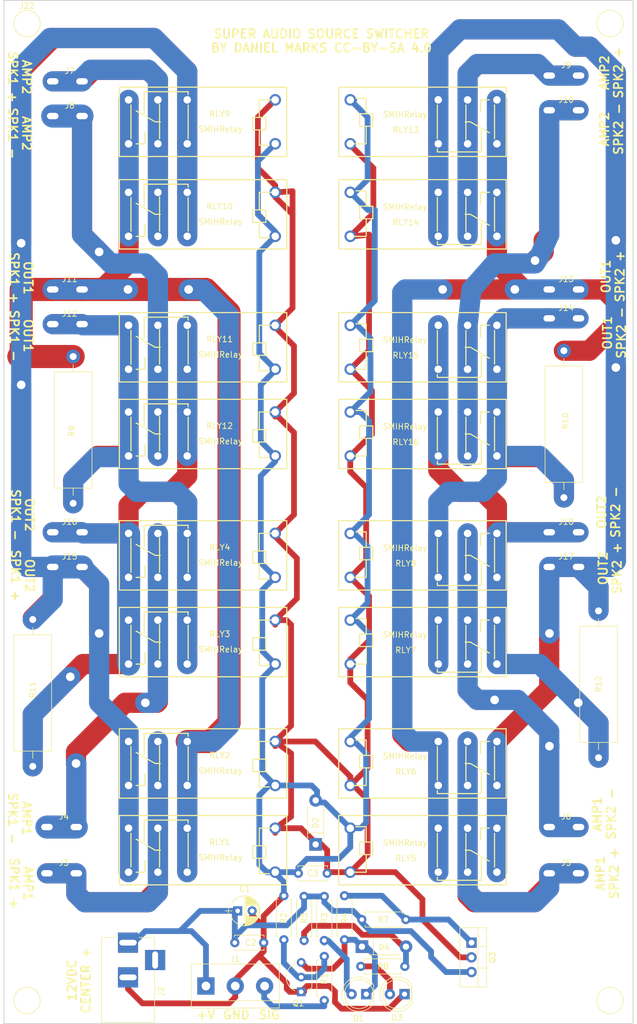
<source format=kicad_pcb>
(kicad_pcb (version 4) (host pcbnew 4.0.7)

  (general
    (links 181)
    (no_connects 0)
    (area 17.252381 11.924999 127.74762 189.225001)
    (thickness 1.6)
    (drawings 25)
    (tracks 736)
    (zones 0)
    (modules 58)
    (nets 27)
  )

  (page A4)
  (layers
    (0 F.Cu signal)
    (31 B.Cu signal)
    (32 B.Adhes user)
    (33 F.Adhes user)
    (34 B.Paste user)
    (35 F.Paste user)
    (36 B.SilkS user)
    (37 F.SilkS user)
    (38 B.Mask user)
    (39 F.Mask user)
    (40 Dwgs.User user)
    (41 Cmts.User user)
    (42 Eco1.User user)
    (43 Eco2.User user)
    (44 Edge.Cuts user)
    (45 Margin user)
    (46 B.CrtYd user)
    (47 F.CrtYd user)
    (48 B.Fab user)
    (49 F.Fab user)
  )

  (setup
    (last_trace_width 1)
    (user_trace_width 0.5)
    (user_trace_width 1)
    (user_trace_width 2)
    (user_trace_width 3.5)
    (user_trace_width 4)
    (trace_clearance 0.2)
    (zone_clearance 0.508)
    (zone_45_only no)
    (trace_min 0.2)
    (segment_width 0.2)
    (edge_width 0.15)
    (via_size 0.6)
    (via_drill 0.4)
    (via_min_size 0.4)
    (via_min_drill 0.3)
    (user_via 1.5 1)
    (user_via 2.5 1.5)
    (user_via 3 2)
    (user_via 6 4)
    (uvia_size 0.3)
    (uvia_drill 0.1)
    (uvias_allowed no)
    (uvia_min_size 0.2)
    (uvia_min_drill 0.1)
    (pcb_text_width 0.3)
    (pcb_text_size 1.5 1.5)
    (mod_edge_width 0.15)
    (mod_text_size 1 1)
    (mod_text_width 0.15)
    (pad_size 3.1 3.1)
    (pad_drill 3.1)
    (pad_to_mask_clearance 0.2)
    (aux_axis_origin 0 0)
    (visible_elements 7FFFFFFF)
    (pcbplotparams
      (layerselection 0x010f0_80000001)
      (usegerberextensions false)
      (excludeedgelayer true)
      (linewidth 0.100000)
      (plotframeref false)
      (viasonmask false)
      (mode 1)
      (useauxorigin false)
      (hpglpennumber 1)
      (hpglpenspeed 20)
      (hpglpendiameter 15)
      (hpglpenoverlay 2)
      (psnegative false)
      (psa4output false)
      (plotreference true)
      (plotvalue true)
      (plotinvisibletext false)
      (padsonsilk false)
      (subtractmaskfromsilk false)
      (outputformat 1)
      (mirror false)
      (drillshape 0)
      (scaleselection 1)
      (outputdirectory gerber))
  )

  (net 0 "")
  (net 1 +12V)
  (net 2 GND)
  (net 3 COILV)
  (net 4 "Net-(D1-Pad1)")
  (net 5 "Net-(D1-Pad2)")
  (net 6 "Net-(D3-Pad2)")
  (net 7 AMP1SPK1POS)
  (net 8 AMP1SPK1NEG)
  (net 9 AMP1SPK2POS)
  (net 10 AMP1SPK2NEG)
  (net 11 AMP2SPK1POS)
  (net 12 AMP2SPK1NEG)
  (net 13 AMP2SPK2POS)
  (net 14 AMP2SPK2NEG)
  (net 15 OUT1SPK1POS)
  (net 16 OUT1SPK1NEG)
  (net 17 OUT1SPK2POS)
  (net 18 OUT1SPK2NEG)
  (net 19 OUT2SPK1POS)
  (net 20 OUT2SPK1NEG)
  (net 21 OUT2SPK2POS)
  (net 22 OUT2SPK2NEG)
  (net 23 "Net-(Q1-Pad2)")
  (net 24 "Net-(Q3-Pad1)")
  (net 25 "Net-(J1-Pad3)")
  (net 26 "Net-(D4-Pad2)")

  (net_class Default "This is the default net class."
    (clearance 0.2)
    (trace_width 0.25)
    (via_dia 0.6)
    (via_drill 0.4)
    (uvia_dia 0.3)
    (uvia_drill 0.1)
    (add_net +12V)
    (add_net AMP1SPK1NEG)
    (add_net AMP1SPK1POS)
    (add_net AMP1SPK2NEG)
    (add_net AMP1SPK2POS)
    (add_net AMP2SPK1NEG)
    (add_net AMP2SPK1POS)
    (add_net AMP2SPK2NEG)
    (add_net AMP2SPK2POS)
    (add_net COILV)
    (add_net GND)
    (add_net "Net-(D1-Pad1)")
    (add_net "Net-(D1-Pad2)")
    (add_net "Net-(D3-Pad2)")
    (add_net "Net-(D4-Pad2)")
    (add_net "Net-(J1-Pad3)")
    (add_net "Net-(Q1-Pad2)")
    (add_net "Net-(Q3-Pad1)")
    (add_net OUT1SPK1NEG)
    (add_net OUT1SPK1POS)
    (add_net OUT1SPK2NEG)
    (add_net OUT1SPK2POS)
    (add_net OUT2SPK1NEG)
    (add_net OUT2SPK1POS)
    (add_net OUT2SPK2NEG)
    (add_net OUT2SPK2POS)
  )

  (module Resistors_THT:R_Axial_DIN0207_L6.3mm_D2.5mm_P7.62mm_Horizontal (layer F.Cu) (tedit 5F9DA228) (tstamp 5F9DA7A7)
    (at 87.45 179.1 180)
    (descr "Resistor, Axial_DIN0207 series, Axial, Horizontal, pin pitch=7.62mm, 0.25W = 1/4W, length*diameter=6.3*2.5mm^2, http://cdn-reichelt.de/documents/datenblatt/B400/1_4W%23YAG.pdf")
    (tags "Resistor Axial_DIN0207 series Axial Horizontal pin pitch 7.62mm 0.25W = 1/4W length 6.3mm diameter 2.5mm")
    (path /5F9E8363)
    (fp_text reference R8 (at 3.75 0 180) (layer F.SilkS)
      (effects (font (size 1 1) (thickness 0.15)))
    )
    (fp_text value 1k (at 3.81 2.31 180) (layer F.Fab)
      (effects (font (size 1 1) (thickness 0.15)))
    )
    (fp_line (start 0.66 -1.25) (end 0.66 1.25) (layer F.Fab) (width 0.1))
    (fp_line (start 0.66 1.25) (end 6.96 1.25) (layer F.Fab) (width 0.1))
    (fp_line (start 6.96 1.25) (end 6.96 -1.25) (layer F.Fab) (width 0.1))
    (fp_line (start 6.96 -1.25) (end 0.66 -1.25) (layer F.Fab) (width 0.1))
    (fp_line (start 0 0) (end 0.66 0) (layer F.Fab) (width 0.1))
    (fp_line (start 7.62 0) (end 6.96 0) (layer F.Fab) (width 0.1))
    (fp_line (start 0.6 -0.98) (end 0.6 -1.31) (layer F.SilkS) (width 0.12))
    (fp_line (start 0.6 -1.31) (end 7.02 -1.31) (layer F.SilkS) (width 0.12))
    (fp_line (start 7.02 -1.31) (end 7.02 -0.98) (layer F.SilkS) (width 0.12))
    (fp_line (start 0.6 0.98) (end 0.6 1.31) (layer F.SilkS) (width 0.12))
    (fp_line (start 0.6 1.31) (end 7.02 1.31) (layer F.SilkS) (width 0.12))
    (fp_line (start 7.02 1.31) (end 7.02 0.98) (layer F.SilkS) (width 0.12))
    (fp_line (start -1.05 -1.6) (end -1.05 1.6) (layer F.CrtYd) (width 0.05))
    (fp_line (start -1.05 1.6) (end 8.7 1.6) (layer F.CrtYd) (width 0.05))
    (fp_line (start 8.7 1.6) (end 8.7 -1.6) (layer F.CrtYd) (width 0.05))
    (fp_line (start 8.7 -1.6) (end -1.05 -1.6) (layer F.CrtYd) (width 0.05))
    (pad 1 thru_hole circle (at 0 0 180) (size 1.6 1.6) (drill 0.8) (layers *.Cu *.Mask)
      (net 26 "Net-(D4-Pad2)"))
    (pad 2 thru_hole oval (at 7.62 0 180) (size 1.6 1.6) (drill 0.8) (layers *.Cu *.Mask)
      (net 6 "Net-(D3-Pad2)"))
    (model ${KISYS3DMOD}/Resistors_THT.3dshapes/R_Axial_DIN0207_L6.3mm_D2.5mm_P7.62mm_Horizontal.wrl
      (at (xyz 0 0 0))
      (scale (xyz 0.393701 0.393701 0.393701))
      (rotate (xyz 0 0 0))
    )
  )

  (module SuperSpeakerSwitcher:SMIHRelay (layer F.Cu) (tedit 5BCF336A) (tstamp 5F9DAA05)
    (at 88 49)
    (path /5F9E0407)
    (fp_text reference RLY14 (at -0.381 1.397) (layer F.SilkS)
      (effects (font (size 1 1) (thickness 0.15)))
    )
    (fp_text value SPDTRelay (at -6 -0.5) (layer F.Fab)
      (effects (font (size 1 1) (thickness 0.15)))
    )
    (fp_line (start -12 -6) (end 17 -6) (layer F.SilkS) (width 0.2))
    (fp_line (start 17 -6) (end 17 6) (layer F.SilkS) (width 0.2))
    (fp_line (start 17 6) (end -12 6) (layer F.SilkS) (width 0.2))
    (fp_line (start -12 6) (end -12 -6) (layer F.SilkS) (width 0.2))
    (fp_line (start 9.906 0) (end 10.795 0) (layer F.SilkS) (width 0.2))
    (fp_line (start 10.795 0) (end 14.097 1.905) (layer F.SilkS) (width 0.2))
    (fp_line (start 5.08 4.699) (end 5.08 5.207) (layer F.SilkS) (width 0.2))
    (fp_line (start 5.08 5.207) (end 12.446 5.207) (layer F.SilkS) (width 0.2))
    (fp_line (start 12.446 5.207) (end 12.7 5.207) (layer F.SilkS) (width 0.2))
    (fp_line (start 12.7 5.207) (end 12.7 1.524) (layer F.SilkS) (width 0.2))
    (fp_line (start 14.097 -3.81) (end 12.573 -3.81) (layer F.SilkS) (width 0.2))
    (fp_line (start 12.573 -3.81) (end 12.573 -1.778) (layer F.SilkS) (width 0.2))
    (fp_line (start 14.986 2.921) (end 14.986 -2.921) (layer F.SilkS) (width 0.2))
    (fp_line (start 10.033 -2.921) (end 10.033 3.048) (layer F.SilkS) (width 0.2))
    (fp_line (start 5.08 -2.921) (end 5.08 2.921) (layer F.SilkS) (width 0.2))
    (fp_line (start -7.239 0.889) (end -7.239 3.81) (layer F.SilkS) (width 0.2))
    (fp_line (start -7.239 3.81) (end -9.271 3.81) (layer F.SilkS) (width 0.2))
    (fp_line (start -9.017 -4.064) (end -7.239 -4.064) (layer F.SilkS) (width 0.2))
    (fp_line (start -7.239 -4.064) (end -7.239 -1.397) (layer F.SilkS) (width 0.2))
    (fp_line (start -7.239 -1.397) (end -8.382 -1.397) (layer F.SilkS) (width 0.2))
    (fp_line (start -8.382 -1.397) (end -8.382 0.762) (layer F.SilkS) (width 0.2))
    (fp_line (start -8.382 0.762) (end -6.096 0.762) (layer F.SilkS) (width 0.2))
    (fp_line (start -6.096 0.762) (end -6.096 -1.397) (layer F.SilkS) (width 0.2))
    (fp_line (start -6.096 -1.397) (end -7.112 -1.397) (layer F.SilkS) (width 0.2))
    (fp_text user SMIHRelay (at -0.508 -1.27) (layer F.SilkS)
      (effects (font (size 1 1) (thickness 0.15)))
    )
    (pad 4 thru_hole circle (at -10 -3.8) (size 2 2) (drill 1.3) (layers *.Cu *.Mask)
      (net 2 GND))
    (pad 2 thru_hole circle (at 5.24 -3.8) (size 2 2) (drill 1.3) (layers *.Cu *.Mask)
      (net 21 OUT2SPK2POS))
    (pad 3 thru_hole circle (at 15.4 -3.8) (size 2 2) (drill 1.3) (layers *.Cu *.Mask)
      (net 17 OUT1SPK2POS))
    (pad 1 thru_hole circle (at 10.32 -3.8) (size 2 2) (drill 1.3) (layers *.Cu *.Mask)
      (net 13 AMP2SPK2POS))
    (pad 5 thru_hole circle (at -10 3.8) (size 2 2) (drill 1.3) (layers *.Cu *.Mask)
      (net 3 COILV))
    (pad 1 thru_hole circle (at 10.32 3.8) (size 2 2) (drill 1.3) (layers *.Cu *.Mask)
      (net 13 AMP2SPK2POS))
    (pad 2 thru_hole circle (at 5.24 3.8) (size 2 2) (drill 1.3) (layers *.Cu *.Mask)
      (net 21 OUT2SPK2POS))
    (pad 3 thru_hole circle (at 15.4 3.8) (size 2 2) (drill 1.3) (layers *.Cu *.Mask)
      (net 17 OUT1SPK2POS))
  )

  (module Capacitors_THT:CP_Radial_D5.0mm_P2.50mm (layer F.Cu) (tedit 597BC7C2) (tstamp 5F9DA5BA)
    (at 58.5 169.5)
    (descr "CP, Radial series, Radial, pin pitch=2.50mm, , diameter=5mm, Electrolytic Capacitor")
    (tags "CP Radial series Radial pin pitch 2.50mm  diameter 5mm Electrolytic Capacitor")
    (path /5F9D9D23)
    (fp_text reference C1 (at 1.25 -3.81) (layer F.SilkS)
      (effects (font (size 1 1) (thickness 0.15)))
    )
    (fp_text value "10 uF" (at 1.25 3.81) (layer F.Fab)
      (effects (font (size 1 1) (thickness 0.15)))
    )
    (fp_arc (start 1.25 0) (end -1.05558 -1.18) (angle 125.8) (layer F.SilkS) (width 0.12))
    (fp_arc (start 1.25 0) (end -1.05558 1.18) (angle -125.8) (layer F.SilkS) (width 0.12))
    (fp_arc (start 1.25 0) (end 3.55558 -1.18) (angle 54.2) (layer F.SilkS) (width 0.12))
    (fp_circle (center 1.25 0) (end 3.75 0) (layer F.Fab) (width 0.1))
    (fp_line (start -2.2 0) (end -1 0) (layer F.Fab) (width 0.1))
    (fp_line (start -1.6 -0.65) (end -1.6 0.65) (layer F.Fab) (width 0.1))
    (fp_line (start 1.25 -2.55) (end 1.25 2.55) (layer F.SilkS) (width 0.12))
    (fp_line (start 1.29 -2.55) (end 1.29 2.55) (layer F.SilkS) (width 0.12))
    (fp_line (start 1.33 -2.549) (end 1.33 2.549) (layer F.SilkS) (width 0.12))
    (fp_line (start 1.37 -2.548) (end 1.37 2.548) (layer F.SilkS) (width 0.12))
    (fp_line (start 1.41 -2.546) (end 1.41 2.546) (layer F.SilkS) (width 0.12))
    (fp_line (start 1.45 -2.543) (end 1.45 2.543) (layer F.SilkS) (width 0.12))
    (fp_line (start 1.49 -2.539) (end 1.49 2.539) (layer F.SilkS) (width 0.12))
    (fp_line (start 1.53 -2.535) (end 1.53 -0.98) (layer F.SilkS) (width 0.12))
    (fp_line (start 1.53 0.98) (end 1.53 2.535) (layer F.SilkS) (width 0.12))
    (fp_line (start 1.57 -2.531) (end 1.57 -0.98) (layer F.SilkS) (width 0.12))
    (fp_line (start 1.57 0.98) (end 1.57 2.531) (layer F.SilkS) (width 0.12))
    (fp_line (start 1.61 -2.525) (end 1.61 -0.98) (layer F.SilkS) (width 0.12))
    (fp_line (start 1.61 0.98) (end 1.61 2.525) (layer F.SilkS) (width 0.12))
    (fp_line (start 1.65 -2.519) (end 1.65 -0.98) (layer F.SilkS) (width 0.12))
    (fp_line (start 1.65 0.98) (end 1.65 2.519) (layer F.SilkS) (width 0.12))
    (fp_line (start 1.69 -2.513) (end 1.69 -0.98) (layer F.SilkS) (width 0.12))
    (fp_line (start 1.69 0.98) (end 1.69 2.513) (layer F.SilkS) (width 0.12))
    (fp_line (start 1.73 -2.506) (end 1.73 -0.98) (layer F.SilkS) (width 0.12))
    (fp_line (start 1.73 0.98) (end 1.73 2.506) (layer F.SilkS) (width 0.12))
    (fp_line (start 1.77 -2.498) (end 1.77 -0.98) (layer F.SilkS) (width 0.12))
    (fp_line (start 1.77 0.98) (end 1.77 2.498) (layer F.SilkS) (width 0.12))
    (fp_line (start 1.81 -2.489) (end 1.81 -0.98) (layer F.SilkS) (width 0.12))
    (fp_line (start 1.81 0.98) (end 1.81 2.489) (layer F.SilkS) (width 0.12))
    (fp_line (start 1.85 -2.48) (end 1.85 -0.98) (layer F.SilkS) (width 0.12))
    (fp_line (start 1.85 0.98) (end 1.85 2.48) (layer F.SilkS) (width 0.12))
    (fp_line (start 1.89 -2.47) (end 1.89 -0.98) (layer F.SilkS) (width 0.12))
    (fp_line (start 1.89 0.98) (end 1.89 2.47) (layer F.SilkS) (width 0.12))
    (fp_line (start 1.93 -2.46) (end 1.93 -0.98) (layer F.SilkS) (width 0.12))
    (fp_line (start 1.93 0.98) (end 1.93 2.46) (layer F.SilkS) (width 0.12))
    (fp_line (start 1.971 -2.448) (end 1.971 -0.98) (layer F.SilkS) (width 0.12))
    (fp_line (start 1.971 0.98) (end 1.971 2.448) (layer F.SilkS) (width 0.12))
    (fp_line (start 2.011 -2.436) (end 2.011 -0.98) (layer F.SilkS) (width 0.12))
    (fp_line (start 2.011 0.98) (end 2.011 2.436) (layer F.SilkS) (width 0.12))
    (fp_line (start 2.051 -2.424) (end 2.051 -0.98) (layer F.SilkS) (width 0.12))
    (fp_line (start 2.051 0.98) (end 2.051 2.424) (layer F.SilkS) (width 0.12))
    (fp_line (start 2.091 -2.41) (end 2.091 -0.98) (layer F.SilkS) (width 0.12))
    (fp_line (start 2.091 0.98) (end 2.091 2.41) (layer F.SilkS) (width 0.12))
    (fp_line (start 2.131 -2.396) (end 2.131 -0.98) (layer F.SilkS) (width 0.12))
    (fp_line (start 2.131 0.98) (end 2.131 2.396) (layer F.SilkS) (width 0.12))
    (fp_line (start 2.171 -2.382) (end 2.171 -0.98) (layer F.SilkS) (width 0.12))
    (fp_line (start 2.171 0.98) (end 2.171 2.382) (layer F.SilkS) (width 0.12))
    (fp_line (start 2.211 -2.366) (end 2.211 -0.98) (layer F.SilkS) (width 0.12))
    (fp_line (start 2.211 0.98) (end 2.211 2.366) (layer F.SilkS) (width 0.12))
    (fp_line (start 2.251 -2.35) (end 2.251 -0.98) (layer F.SilkS) (width 0.12))
    (fp_line (start 2.251 0.98) (end 2.251 2.35) (layer F.SilkS) (width 0.12))
    (fp_line (start 2.291 -2.333) (end 2.291 -0.98) (layer F.SilkS) (width 0.12))
    (fp_line (start 2.291 0.98) (end 2.291 2.333) (layer F.SilkS) (width 0.12))
    (fp_line (start 2.331 -2.315) (end 2.331 -0.98) (layer F.SilkS) (width 0.12))
    (fp_line (start 2.331 0.98) (end 2.331 2.315) (layer F.SilkS) (width 0.12))
    (fp_line (start 2.371 -2.296) (end 2.371 -0.98) (layer F.SilkS) (width 0.12))
    (fp_line (start 2.371 0.98) (end 2.371 2.296) (layer F.SilkS) (width 0.12))
    (fp_line (start 2.411 -2.276) (end 2.411 -0.98) (layer F.SilkS) (width 0.12))
    (fp_line (start 2.411 0.98) (end 2.411 2.276) (layer F.SilkS) (width 0.12))
    (fp_line (start 2.451 -2.256) (end 2.451 -0.98) (layer F.SilkS) (width 0.12))
    (fp_line (start 2.451 0.98) (end 2.451 2.256) (layer F.SilkS) (width 0.12))
    (fp_line (start 2.491 -2.234) (end 2.491 -0.98) (layer F.SilkS) (width 0.12))
    (fp_line (start 2.491 0.98) (end 2.491 2.234) (layer F.SilkS) (width 0.12))
    (fp_line (start 2.531 -2.212) (end 2.531 -0.98) (layer F.SilkS) (width 0.12))
    (fp_line (start 2.531 0.98) (end 2.531 2.212) (layer F.SilkS) (width 0.12))
    (fp_line (start 2.571 -2.189) (end 2.571 -0.98) (layer F.SilkS) (width 0.12))
    (fp_line (start 2.571 0.98) (end 2.571 2.189) (layer F.SilkS) (width 0.12))
    (fp_line (start 2.611 -2.165) (end 2.611 -0.98) (layer F.SilkS) (width 0.12))
    (fp_line (start 2.611 0.98) (end 2.611 2.165) (layer F.SilkS) (width 0.12))
    (fp_line (start 2.651 -2.14) (end 2.651 -0.98) (layer F.SilkS) (width 0.12))
    (fp_line (start 2.651 0.98) (end 2.651 2.14) (layer F.SilkS) (width 0.12))
    (fp_line (start 2.691 -2.113) (end 2.691 -0.98) (layer F.SilkS) (width 0.12))
    (fp_line (start 2.691 0.98) (end 2.691 2.113) (layer F.SilkS) (width 0.12))
    (fp_line (start 2.731 -2.086) (end 2.731 -0.98) (layer F.SilkS) (width 0.12))
    (fp_line (start 2.731 0.98) (end 2.731 2.086) (layer F.SilkS) (width 0.12))
    (fp_line (start 2.771 -2.058) (end 2.771 -0.98) (layer F.SilkS) (width 0.12))
    (fp_line (start 2.771 0.98) (end 2.771 2.058) (layer F.SilkS) (width 0.12))
    (fp_line (start 2.811 -2.028) (end 2.811 -0.98) (layer F.SilkS) (width 0.12))
    (fp_line (start 2.811 0.98) (end 2.811 2.028) (layer F.SilkS) (width 0.12))
    (fp_line (start 2.851 -1.997) (end 2.851 -0.98) (layer F.SilkS) (width 0.12))
    (fp_line (start 2.851 0.98) (end 2.851 1.997) (layer F.SilkS) (width 0.12))
    (fp_line (start 2.891 -1.965) (end 2.891 -0.98) (layer F.SilkS) (width 0.12))
    (fp_line (start 2.891 0.98) (end 2.891 1.965) (layer F.SilkS) (width 0.12))
    (fp_line (start 2.931 -1.932) (end 2.931 -0.98) (layer F.SilkS) (width 0.12))
    (fp_line (start 2.931 0.98) (end 2.931 1.932) (layer F.SilkS) (width 0.12))
    (fp_line (start 2.971 -1.897) (end 2.971 -0.98) (layer F.SilkS) (width 0.12))
    (fp_line (start 2.971 0.98) (end 2.971 1.897) (layer F.SilkS) (width 0.12))
    (fp_line (start 3.011 -1.861) (end 3.011 -0.98) (layer F.SilkS) (width 0.12))
    (fp_line (start 3.011 0.98) (end 3.011 1.861) (layer F.SilkS) (width 0.12))
    (fp_line (start 3.051 -1.823) (end 3.051 -0.98) (layer F.SilkS) (width 0.12))
    (fp_line (start 3.051 0.98) (end 3.051 1.823) (layer F.SilkS) (width 0.12))
    (fp_line (start 3.091 -1.783) (end 3.091 -0.98) (layer F.SilkS) (width 0.12))
    (fp_line (start 3.091 0.98) (end 3.091 1.783) (layer F.SilkS) (width 0.12))
    (fp_line (start 3.131 -1.742) (end 3.131 -0.98) (layer F.SilkS) (width 0.12))
    (fp_line (start 3.131 0.98) (end 3.131 1.742) (layer F.SilkS) (width 0.12))
    (fp_line (start 3.171 -1.699) (end 3.171 -0.98) (layer F.SilkS) (width 0.12))
    (fp_line (start 3.171 0.98) (end 3.171 1.699) (layer F.SilkS) (width 0.12))
    (fp_line (start 3.211 -1.654) (end 3.211 -0.98) (layer F.SilkS) (width 0.12))
    (fp_line (start 3.211 0.98) (end 3.211 1.654) (layer F.SilkS) (width 0.12))
    (fp_line (start 3.251 -1.606) (end 3.251 -0.98) (layer F.SilkS) (width 0.12))
    (fp_line (start 3.251 0.98) (end 3.251 1.606) (layer F.SilkS) (width 0.12))
    (fp_line (start 3.291 -1.556) (end 3.291 -0.98) (layer F.SilkS) (width 0.12))
    (fp_line (start 3.291 0.98) (end 3.291 1.556) (layer F.SilkS) (width 0.12))
    (fp_line (start 3.331 -1.504) (end 3.331 -0.98) (layer F.SilkS) (width 0.12))
    (fp_line (start 3.331 0.98) (end 3.331 1.504) (layer F.SilkS) (width 0.12))
    (fp_line (start 3.371 -1.448) (end 3.371 -0.98) (layer F.SilkS) (width 0.12))
    (fp_line (start 3.371 0.98) (end 3.371 1.448) (layer F.SilkS) (width 0.12))
    (fp_line (start 3.411 -1.39) (end 3.411 -0.98) (layer F.SilkS) (width 0.12))
    (fp_line (start 3.411 0.98) (end 3.411 1.39) (layer F.SilkS) (width 0.12))
    (fp_line (start 3.451 -1.327) (end 3.451 -0.98) (layer F.SilkS) (width 0.12))
    (fp_line (start 3.451 0.98) (end 3.451 1.327) (layer F.SilkS) (width 0.12))
    (fp_line (start 3.491 -1.261) (end 3.491 1.261) (layer F.SilkS) (width 0.12))
    (fp_line (start 3.531 -1.189) (end 3.531 1.189) (layer F.SilkS) (width 0.12))
    (fp_line (start 3.571 -1.112) (end 3.571 1.112) (layer F.SilkS) (width 0.12))
    (fp_line (start 3.611 -1.028) (end 3.611 1.028) (layer F.SilkS) (width 0.12))
    (fp_line (start 3.651 -0.934) (end 3.651 0.934) (layer F.SilkS) (width 0.12))
    (fp_line (start 3.691 -0.829) (end 3.691 0.829) (layer F.SilkS) (width 0.12))
    (fp_line (start 3.731 -0.707) (end 3.731 0.707) (layer F.SilkS) (width 0.12))
    (fp_line (start 3.771 -0.559) (end 3.771 0.559) (layer F.SilkS) (width 0.12))
    (fp_line (start 3.811 -0.354) (end 3.811 0.354) (layer F.SilkS) (width 0.12))
    (fp_line (start -2.2 0) (end -1 0) (layer F.SilkS) (width 0.12))
    (fp_line (start -1.6 -0.65) (end -1.6 0.65) (layer F.SilkS) (width 0.12))
    (fp_line (start -1.6 -2.85) (end -1.6 2.85) (layer F.CrtYd) (width 0.05))
    (fp_line (start -1.6 2.85) (end 4.1 2.85) (layer F.CrtYd) (width 0.05))
    (fp_line (start 4.1 2.85) (end 4.1 -2.85) (layer F.CrtYd) (width 0.05))
    (fp_line (start 4.1 -2.85) (end -1.6 -2.85) (layer F.CrtYd) (width 0.05))
    (fp_text user %R (at 1.25 0) (layer F.Fab)
      (effects (font (size 1 1) (thickness 0.15)))
    )
    (pad 1 thru_hole rect (at 0 0) (size 1.6 1.6) (drill 0.8) (layers *.Cu *.Mask)
      (net 1 +12V))
    (pad 2 thru_hole circle (at 2.5 0) (size 1.6 1.6) (drill 0.8) (layers *.Cu *.Mask)
      (net 2 GND))
    (model ${KISYS3DMOD}/Capacitors_THT.3dshapes/CP_Radial_D5.0mm_P2.50mm.wrl
      (at (xyz 0 0 0))
      (scale (xyz 1 1 1))
      (rotate (xyz 0 0 0))
    )
  )

  (module Capacitors_THT:C_Disc_D5.0mm_W2.5mm_P5.00mm (layer F.Cu) (tedit 5F9DA22C) (tstamp 5F9DA5CF)
    (at 58 175)
    (descr "C, Disc series, Radial, pin pitch=5.00mm, , diameter*width=5*2.5mm^2, Capacitor, http://cdn-reichelt.de/documents/datenblatt/B300/DS_KERKO_TC.pdf")
    (tags "C Disc series Radial pin pitch 5.00mm  diameter 5mm width 2.5mm Capacitor")
    (path /5F9DA31A)
    (fp_text reference C2 (at 2.75 0) (layer F.SilkS)
      (effects (font (size 1 1) (thickness 0.15)))
    )
    (fp_text value "100 nF" (at 2.5 2.56) (layer F.Fab)
      (effects (font (size 1 1) (thickness 0.15)))
    )
    (fp_line (start 0 -1.25) (end 0 1.25) (layer F.Fab) (width 0.1))
    (fp_line (start 0 1.25) (end 5 1.25) (layer F.Fab) (width 0.1))
    (fp_line (start 5 1.25) (end 5 -1.25) (layer F.Fab) (width 0.1))
    (fp_line (start 5 -1.25) (end 0 -1.25) (layer F.Fab) (width 0.1))
    (fp_line (start -0.06 -1.31) (end 5.06 -1.31) (layer F.SilkS) (width 0.12))
    (fp_line (start -0.06 1.31) (end 5.06 1.31) (layer F.SilkS) (width 0.12))
    (fp_line (start -0.06 -1.31) (end -0.06 -0.996) (layer F.SilkS) (width 0.12))
    (fp_line (start -0.06 0.996) (end -0.06 1.31) (layer F.SilkS) (width 0.12))
    (fp_line (start 5.06 -1.31) (end 5.06 -0.996) (layer F.SilkS) (width 0.12))
    (fp_line (start 5.06 0.996) (end 5.06 1.31) (layer F.SilkS) (width 0.12))
    (fp_line (start -1.05 -1.6) (end -1.05 1.6) (layer F.CrtYd) (width 0.05))
    (fp_line (start -1.05 1.6) (end 6.05 1.6) (layer F.CrtYd) (width 0.05))
    (fp_line (start 6.05 1.6) (end 6.05 -1.6) (layer F.CrtYd) (width 0.05))
    (fp_line (start 6.05 -1.6) (end -1.05 -1.6) (layer F.CrtYd) (width 0.05))
    (fp_text user %R (at 2.5 0) (layer F.Fab)
      (effects (font (size 1 1) (thickness 0.15)))
    )
    (pad 1 thru_hole circle (at 0 0) (size 1.6 1.6) (drill 0.8) (layers *.Cu *.Mask)
      (net 1 +12V))
    (pad 2 thru_hole circle (at 5 0) (size 1.6 1.6) (drill 0.8) (layers *.Cu *.Mask)
      (net 2 GND))
    (model ${KISYS3DMOD}/Capacitors_THT.3dshapes/C_Disc_D5.0mm_W2.5mm_P5.00mm.wrl
      (at (xyz 0 0 0))
      (scale (xyz 1 1 1))
      (rotate (xyz 0 0 0))
    )
  )

  (module Capacitors_THT:C_Disc_D5.0mm_W2.5mm_P5.00mm (layer F.Cu) (tedit 5F9DA230) (tstamp 5F9DA5E4)
    (at 74 163 180)
    (descr "C, Disc series, Radial, pin pitch=5.00mm, , diameter*width=5*2.5mm^2, Capacitor, http://cdn-reichelt.de/documents/datenblatt/B300/DS_KERKO_TC.pdf")
    (tags "C Disc series Radial pin pitch 5.00mm  diameter 5mm width 2.5mm Capacitor")
    (path /5F9DA57A)
    (fp_text reference C3 (at 2.5 0 180) (layer F.SilkS)
      (effects (font (size 1 1) (thickness 0.15)))
    )
    (fp_text value "100 nF" (at 2.5 2.56 180) (layer F.Fab)
      (effects (font (size 1 1) (thickness 0.15)))
    )
    (fp_line (start 0 -1.25) (end 0 1.25) (layer F.Fab) (width 0.1))
    (fp_line (start 0 1.25) (end 5 1.25) (layer F.Fab) (width 0.1))
    (fp_line (start 5 1.25) (end 5 -1.25) (layer F.Fab) (width 0.1))
    (fp_line (start 5 -1.25) (end 0 -1.25) (layer F.Fab) (width 0.1))
    (fp_line (start -0.06 -1.31) (end 5.06 -1.31) (layer F.SilkS) (width 0.12))
    (fp_line (start -0.06 1.31) (end 5.06 1.31) (layer F.SilkS) (width 0.12))
    (fp_line (start -0.06 -1.31) (end -0.06 -0.996) (layer F.SilkS) (width 0.12))
    (fp_line (start -0.06 0.996) (end -0.06 1.31) (layer F.SilkS) (width 0.12))
    (fp_line (start 5.06 -1.31) (end 5.06 -0.996) (layer F.SilkS) (width 0.12))
    (fp_line (start 5.06 0.996) (end 5.06 1.31) (layer F.SilkS) (width 0.12))
    (fp_line (start -1.05 -1.6) (end -1.05 1.6) (layer F.CrtYd) (width 0.05))
    (fp_line (start -1.05 1.6) (end 6.05 1.6) (layer F.CrtYd) (width 0.05))
    (fp_line (start 6.05 1.6) (end 6.05 -1.6) (layer F.CrtYd) (width 0.05))
    (fp_line (start 6.05 -1.6) (end -1.05 -1.6) (layer F.CrtYd) (width 0.05))
    (fp_text user %R (at 2.5 0 180) (layer F.Fab)
      (effects (font (size 1 1) (thickness 0.15)))
    )
    (pad 1 thru_hole circle (at 0 0 180) (size 1.6 1.6) (drill 0.8) (layers *.Cu *.Mask)
      (net 3 COILV))
    (pad 2 thru_hole circle (at 5 0 180) (size 1.6 1.6) (drill 0.8) (layers *.Cu *.Mask)
      (net 2 GND))
    (model ${KISYS3DMOD}/Capacitors_THT.3dshapes/C_Disc_D5.0mm_W2.5mm_P5.00mm.wrl
      (at (xyz 0 0 0))
      (scale (xyz 1 1 1))
      (rotate (xyz 0 0 0))
    )
  )

  (module LEDs:LED_D5.0mm (layer F.Cu) (tedit 5FAC80EA) (tstamp 5F9DA5F6)
    (at 80.77 183.91 180)
    (descr "LED, diameter 5.0mm, 2 pins, http://cdn-reichelt.de/documents/datenblatt/A500/LL-504BC2E-009.pdf")
    (tags "LED diameter 5.0mm 2 pins")
    (path /5F9E1786)
    (fp_text reference D1 (at 1.34 -4.17 180) (layer F.SilkS)
      (effects (font (size 1 1) (thickness 0.15)))
    )
    (fp_text value LED (at 1.27 3.96 180) (layer F.Fab)
      (effects (font (size 1 1) (thickness 0.15)))
    )
    (fp_arc (start 1.27 0) (end -1.23 -1.469694) (angle 299.1) (layer F.Fab) (width 0.1))
    (fp_arc (start 1.27 0) (end -1.29 -1.54483) (angle 148.9) (layer F.SilkS) (width 0.12))
    (fp_arc (start 1.27 0) (end -1.29 1.54483) (angle -148.9) (layer F.SilkS) (width 0.12))
    (fp_circle (center 1.27 0) (end 3.77 0) (layer F.Fab) (width 0.1))
    (fp_circle (center 1.27 0) (end 3.77 0) (layer F.SilkS) (width 0.12))
    (fp_line (start -1.23 -1.469694) (end -1.23 1.469694) (layer F.Fab) (width 0.1))
    (fp_line (start -1.29 -1.545) (end -1.29 1.545) (layer F.SilkS) (width 0.12))
    (fp_line (start -1.95 -3.25) (end -1.95 3.25) (layer F.CrtYd) (width 0.05))
    (fp_line (start -1.95 3.25) (end 4.5 3.25) (layer F.CrtYd) (width 0.05))
    (fp_line (start 4.5 3.25) (end 4.5 -3.25) (layer F.CrtYd) (width 0.05))
    (fp_line (start 4.5 -3.25) (end -1.95 -3.25) (layer F.CrtYd) (width 0.05))
    (fp_text user %R (at 1.25 0 180) (layer F.Fab)
      (effects (font (size 0.8 0.8) (thickness 0.2)))
    )
    (pad 1 thru_hole rect (at 0 0 180) (size 1.8 1.8) (drill 0.9) (layers *.Cu *.Mask)
      (net 4 "Net-(D1-Pad1)"))
    (pad 2 thru_hole circle (at 2.54 0 180) (size 1.8 1.8) (drill 0.9) (layers *.Cu *.Mask)
      (net 5 "Net-(D1-Pad2)"))
    (model ${KISYS3DMOD}/LEDs.3dshapes/LED_D5.0mm.wrl
      (at (xyz 0 0 0))
      (scale (xyz 0.393701 0.393701 0.393701))
      (rotate (xyz 0 0 0))
    )
  )

  (module Diodes_THT:D_DO-41_SOD81_P7.62mm_Horizontal (layer F.Cu) (tedit 5F9DA218) (tstamp 5F9DA60F)
    (at 72 158 90)
    (descr "D, DO-41_SOD81 series, Axial, Horizontal, pin pitch=7.62mm, , length*diameter=5.2*2.7mm^2, , http://www.diodes.com/_files/packages/DO-41%20(Plastic).pdf")
    (tags "D DO-41_SOD81 series Axial Horizontal pin pitch 7.62mm  length 5.2mm diameter 2.7mm")
    (path /5F9DA40D)
    (fp_text reference D2 (at 3.75 0 90) (layer F.SilkS)
      (effects (font (size 1 1) (thickness 0.15)))
    )
    (fp_text value 1N4007 (at 3.81 2.41 90) (layer F.Fab)
      (effects (font (size 1 1) (thickness 0.15)))
    )
    (fp_text user %R (at 3.81 0 90) (layer F.Fab)
      (effects (font (size 1 1) (thickness 0.15)))
    )
    (fp_line (start 1.21 -1.35) (end 1.21 1.35) (layer F.Fab) (width 0.1))
    (fp_line (start 1.21 1.35) (end 6.41 1.35) (layer F.Fab) (width 0.1))
    (fp_line (start 6.41 1.35) (end 6.41 -1.35) (layer F.Fab) (width 0.1))
    (fp_line (start 6.41 -1.35) (end 1.21 -1.35) (layer F.Fab) (width 0.1))
    (fp_line (start 0 0) (end 1.21 0) (layer F.Fab) (width 0.1))
    (fp_line (start 7.62 0) (end 6.41 0) (layer F.Fab) (width 0.1))
    (fp_line (start 1.99 -1.35) (end 1.99 1.35) (layer F.Fab) (width 0.1))
    (fp_line (start 1.15 -1.28) (end 1.15 -1.41) (layer F.SilkS) (width 0.12))
    (fp_line (start 1.15 -1.41) (end 6.47 -1.41) (layer F.SilkS) (width 0.12))
    (fp_line (start 6.47 -1.41) (end 6.47 -1.28) (layer F.SilkS) (width 0.12))
    (fp_line (start 1.15 1.28) (end 1.15 1.41) (layer F.SilkS) (width 0.12))
    (fp_line (start 1.15 1.41) (end 6.47 1.41) (layer F.SilkS) (width 0.12))
    (fp_line (start 6.47 1.41) (end 6.47 1.28) (layer F.SilkS) (width 0.12))
    (fp_line (start 1.99 -1.41) (end 1.99 1.41) (layer F.SilkS) (width 0.12))
    (fp_line (start -1.35 -1.7) (end -1.35 1.7) (layer F.CrtYd) (width 0.05))
    (fp_line (start -1.35 1.7) (end 9 1.7) (layer F.CrtYd) (width 0.05))
    (fp_line (start 9 1.7) (end 9 -1.7) (layer F.CrtYd) (width 0.05))
    (fp_line (start 9 -1.7) (end -1.35 -1.7) (layer F.CrtYd) (width 0.05))
    (pad 1 thru_hole rect (at 0 0 90) (size 2.2 2.2) (drill 1.1) (layers *.Cu *.Mask)
      (net 3 COILV))
    (pad 2 thru_hole oval (at 7.62 0 90) (size 2.2 2.2) (drill 1.1) (layers *.Cu *.Mask)
      (net 2 GND))
    (model ${KISYS3DMOD}/Diodes_THT.3dshapes/D_DO-41_SOD81_P7.62mm_Horizontal.wrl
      (at (xyz 0 0 0))
      (scale (xyz 0.393701 0.393701 0.393701))
      (rotate (xyz 0 0 0))
    )
  )

  (module LEDs:LED_D5.0mm (layer F.Cu) (tedit 5FAC80EC) (tstamp 5F9DA621)
    (at 87.4 183.91 180)
    (descr "LED, diameter 5.0mm, 2 pins, http://cdn-reichelt.de/documents/datenblatt/A500/LL-504BC2E-009.pdf")
    (tags "LED diameter 5.0mm 2 pins")
    (path /5F9E8431)
    (fp_text reference D3 (at 1.28 -4.03 180) (layer F.SilkS)
      (effects (font (size 1 1) (thickness 0.15)))
    )
    (fp_text value LED (at 1.27 3.96 180) (layer F.Fab)
      (effects (font (size 1 1) (thickness 0.15)))
    )
    (fp_arc (start 1.27 0) (end -1.23 -1.469694) (angle 299.1) (layer F.Fab) (width 0.1))
    (fp_arc (start 1.27 0) (end -1.29 -1.54483) (angle 148.9) (layer F.SilkS) (width 0.12))
    (fp_arc (start 1.27 0) (end -1.29 1.54483) (angle -148.9) (layer F.SilkS) (width 0.12))
    (fp_circle (center 1.27 0) (end 3.77 0) (layer F.Fab) (width 0.1))
    (fp_circle (center 1.27 0) (end 3.77 0) (layer F.SilkS) (width 0.12))
    (fp_line (start -1.23 -1.469694) (end -1.23 1.469694) (layer F.Fab) (width 0.1))
    (fp_line (start -1.29 -1.545) (end -1.29 1.545) (layer F.SilkS) (width 0.12))
    (fp_line (start -1.95 -3.25) (end -1.95 3.25) (layer F.CrtYd) (width 0.05))
    (fp_line (start -1.95 3.25) (end 4.5 3.25) (layer F.CrtYd) (width 0.05))
    (fp_line (start 4.5 3.25) (end 4.5 -3.25) (layer F.CrtYd) (width 0.05))
    (fp_line (start 4.5 -3.25) (end -1.95 -3.25) (layer F.CrtYd) (width 0.05))
    (fp_text user %R (at 1.25 0 180) (layer F.Fab)
      (effects (font (size 0.8 0.8) (thickness 0.2)))
    )
    (pad 1 thru_hole rect (at 0 0 180) (size 1.8 1.8) (drill 0.9) (layers *.Cu *.Mask)
      (net 2 GND))
    (pad 2 thru_hole circle (at 2.54 0 180) (size 1.8 1.8) (drill 0.9) (layers *.Cu *.Mask)
      (net 6 "Net-(D3-Pad2)"))
    (model ${KISYS3DMOD}/LEDs.3dshapes/LED_D5.0mm.wrl
      (at (xyz 0 0 0))
      (scale (xyz 0.393701 0.393701 0.393701))
      (rotate (xyz 0 0 0))
    )
  )

  (module Connectors:BARREL_JACK (layer F.Cu) (tedit 5861378E) (tstamp 5F9DA655)
    (at 39.5 175 90)
    (descr "DC Barrel Jack")
    (tags "Power Jack")
    (path /5F9D9981)
    (fp_text reference J2 (at -8.45 5.75 270) (layer F.SilkS)
      (effects (font (size 1 1) (thickness 0.15)))
    )
    (fp_text value Jack-DC (at -6.2 -5.5 90) (layer F.Fab)
      (effects (font (size 1 1) (thickness 0.15)))
    )
    (fp_line (start 1 -4.5) (end 1 -4.75) (layer F.CrtYd) (width 0.05))
    (fp_line (start 1 -4.75) (end -14 -4.75) (layer F.CrtYd) (width 0.05))
    (fp_line (start 1 -4.5) (end 1 -2) (layer F.CrtYd) (width 0.05))
    (fp_line (start 1 -2) (end 2 -2) (layer F.CrtYd) (width 0.05))
    (fp_line (start 2 -2) (end 2 2) (layer F.CrtYd) (width 0.05))
    (fp_line (start 2 2) (end 1 2) (layer F.CrtYd) (width 0.05))
    (fp_line (start 1 2) (end 1 4.75) (layer F.CrtYd) (width 0.05))
    (fp_line (start 1 4.75) (end -1 4.75) (layer F.CrtYd) (width 0.05))
    (fp_line (start -1 4.75) (end -1 6.75) (layer F.CrtYd) (width 0.05))
    (fp_line (start -1 6.75) (end -5 6.75) (layer F.CrtYd) (width 0.05))
    (fp_line (start -5 6.75) (end -5 4.75) (layer F.CrtYd) (width 0.05))
    (fp_line (start -5 4.75) (end -14 4.75) (layer F.CrtYd) (width 0.05))
    (fp_line (start -14 4.75) (end -14 -4.75) (layer F.CrtYd) (width 0.05))
    (fp_line (start -5 4.6) (end -13.8 4.6) (layer F.SilkS) (width 0.12))
    (fp_line (start -13.8 4.6) (end -13.8 -4.6) (layer F.SilkS) (width 0.12))
    (fp_line (start 0.9 1.9) (end 0.9 4.6) (layer F.SilkS) (width 0.12))
    (fp_line (start 0.9 4.6) (end -1 4.6) (layer F.SilkS) (width 0.12))
    (fp_line (start -13.8 -4.6) (end 0.9 -4.6) (layer F.SilkS) (width 0.12))
    (fp_line (start 0.9 -4.6) (end 0.9 -2) (layer F.SilkS) (width 0.12))
    (fp_line (start -10.2 -4.5) (end -10.2 4.5) (layer F.Fab) (width 0.1))
    (fp_line (start -13.7 -4.5) (end -13.7 4.5) (layer F.Fab) (width 0.1))
    (fp_line (start -13.7 4.5) (end 0.8 4.5) (layer F.Fab) (width 0.1))
    (fp_line (start 0.8 4.5) (end 0.8 -4.5) (layer F.Fab) (width 0.1))
    (fp_line (start 0.8 -4.5) (end -13.7 -4.5) (layer F.Fab) (width 0.1))
    (pad 1 thru_hole rect (at 0 0 90) (size 3.5 3.5) (drill oval 1 3) (layers *.Cu *.Mask)
      (net 1 +12V))
    (pad 2 thru_hole rect (at -6 0 90) (size 3.5 3.5) (drill oval 1 3) (layers *.Cu *.Mask)
      (net 2 GND))
    (pad 3 thru_hole rect (at -3 4.7 90) (size 3.5 3.5) (drill oval 3 1) (layers *.Cu *.Mask))
  )

  (module SuperSpeakerSwitcher:SpadeTerminal635 (layer F.Cu) (tedit 5F9D984E) (tstamp 5F9DA65B)
    (at 28 163)
    (path /5F9D98D9)
    (fp_text reference J3 (at 0.4 -1.8) (layer F.SilkS)
      (effects (font (size 1 1) (thickness 0.15)))
    )
    (fp_text value Conn_01x01 (at 0 -0.5) (layer F.Fab)
      (effects (font (size 1 1) (thickness 0.15)))
    )
    (pad 1 thru_hole oval (at -2.54 0) (size 2.5 1.5) (drill oval 2 1.1) (layers *.Cu *.Mask)
      (net 7 AMP1SPK1POS))
    (pad 1 thru_hole oval (at 2.54 0) (size 2.5 1.5) (drill oval 2 1.1) (layers *.Cu *.Mask)
      (net 7 AMP1SPK1POS))
  )

  (module SuperSpeakerSwitcher:SpadeTerminal635 (layer F.Cu) (tedit 5F9D984E) (tstamp 5F9DA661)
    (at 28 155)
    (path /5F9DAB7B)
    (fp_text reference J4 (at 0.4 -1.8) (layer F.SilkS)
      (effects (font (size 1 1) (thickness 0.15)))
    )
    (fp_text value Conn_01x01 (at 0 -0.5) (layer F.Fab)
      (effects (font (size 1 1) (thickness 0.15)))
    )
    (pad 1 thru_hole oval (at -2.54 0) (size 2.5 1.5) (drill oval 2 1.1) (layers *.Cu *.Mask)
      (net 8 AMP1SPK1NEG))
    (pad 1 thru_hole oval (at 2.54 0) (size 2.5 1.5) (drill oval 2 1.1) (layers *.Cu *.Mask)
      (net 8 AMP1SPK1NEG))
  )

  (module SuperSpeakerSwitcher:SpadeTerminal635 (layer F.Cu) (tedit 5F9DA7BD) (tstamp 5F9DA667)
    (at 115 163)
    (path /5F9DAC48)
    (fp_text reference J5 (at 0.4 -1.8) (layer F.SilkS)
      (effects (font (size 1 1) (thickness 0.15)))
    )
    (fp_text value Conn_01x01 (at 7 -1) (layer F.Fab)
      (effects (font (size 1 1) (thickness 0.15)))
    )
    (pad 1 thru_hole oval (at -2.54 0) (size 2.5 1.5) (drill oval 2 1.1) (layers *.Cu *.Mask)
      (net 9 AMP1SPK2POS))
    (pad 1 thru_hole oval (at 2.54 0) (size 2.5 1.5) (drill oval 2 1.1) (layers *.Cu *.Mask)
      (net 9 AMP1SPK2POS))
  )

  (module SuperSpeakerSwitcher:SpadeTerminal635 (layer F.Cu) (tedit 5F9D984E) (tstamp 5F9DA66D)
    (at 115 155)
    (path /5F9DADA8)
    (fp_text reference J6 (at 0.4 -1.8) (layer F.SilkS)
      (effects (font (size 1 1) (thickness 0.15)))
    )
    (fp_text value Conn_01x01 (at 0 -0.5) (layer F.Fab)
      (effects (font (size 1 1) (thickness 0.15)))
    )
    (pad 1 thru_hole oval (at -2.54 0) (size 2.5 1.5) (drill oval 2 1.1) (layers *.Cu *.Mask)
      (net 10 AMP1SPK2NEG))
    (pad 1 thru_hole oval (at 2.54 0) (size 2.5 1.5) (drill oval 2 1.1) (layers *.Cu *.Mask)
      (net 10 AMP1SPK2NEG))
  )

  (module SuperSpeakerSwitcher:SpadeTerminal635 (layer F.Cu) (tedit 5F9D984E) (tstamp 5F9DA673)
    (at 29 26)
    (path /5F9DB117)
    (fp_text reference J7 (at 0.4 -1.8) (layer F.SilkS)
      (effects (font (size 1 1) (thickness 0.15)))
    )
    (fp_text value Conn_01x01 (at 0 -0.5) (layer F.Fab)
      (effects (font (size 1 1) (thickness 0.15)))
    )
    (pad 1 thru_hole oval (at -2.54 0) (size 2.5 1.5) (drill oval 2 1.1) (layers *.Cu *.Mask)
      (net 11 AMP2SPK1POS))
    (pad 1 thru_hole oval (at 2.54 0) (size 2.5 1.5) (drill oval 2 1.1) (layers *.Cu *.Mask)
      (net 11 AMP2SPK1POS))
  )

  (module SuperSpeakerSwitcher:SpadeTerminal635 (layer F.Cu) (tedit 5F9D984E) (tstamp 5F9DA679)
    (at 29 32)
    (path /5F9DB11F)
    (fp_text reference J8 (at 0.4 -1.8) (layer F.SilkS)
      (effects (font (size 1 1) (thickness 0.15)))
    )
    (fp_text value Conn_01x01 (at 0 -0.5) (layer F.Fab)
      (effects (font (size 1 1) (thickness 0.15)))
    )
    (pad 1 thru_hole oval (at -2.54 0) (size 2.5 1.5) (drill oval 2 1.1) (layers *.Cu *.Mask)
      (net 12 AMP2SPK1NEG))
    (pad 1 thru_hole oval (at 2.54 0) (size 2.5 1.5) (drill oval 2 1.1) (layers *.Cu *.Mask)
      (net 12 AMP2SPK1NEG))
  )

  (module SuperSpeakerSwitcher:SpadeTerminal635 (layer F.Cu) (tedit 5F9D984E) (tstamp 5F9DA67F)
    (at 115 25)
    (path /5F9DB127)
    (fp_text reference J9 (at 0.4 -1.8) (layer F.SilkS)
      (effects (font (size 1 1) (thickness 0.15)))
    )
    (fp_text value Conn_01x01 (at 0 -0.5) (layer F.Fab)
      (effects (font (size 1 1) (thickness 0.15)))
    )
    (pad 1 thru_hole oval (at -2.54 0) (size 2.5 1.5) (drill oval 2 1.1) (layers *.Cu *.Mask)
      (net 13 AMP2SPK2POS))
    (pad 1 thru_hole oval (at 2.54 0) (size 2.5 1.5) (drill oval 2 1.1) (layers *.Cu *.Mask)
      (net 13 AMP2SPK2POS))
  )

  (module SuperSpeakerSwitcher:SpadeTerminal635 (layer F.Cu) (tedit 5F9D984E) (tstamp 5F9DA685)
    (at 115 31)
    (path /5F9DB12F)
    (fp_text reference J10 (at 0.4 -1.8) (layer F.SilkS)
      (effects (font (size 1 1) (thickness 0.15)))
    )
    (fp_text value Conn_01x01 (at 0 -0.5) (layer F.Fab)
      (effects (font (size 1 1) (thickness 0.15)))
    )
    (pad 1 thru_hole oval (at -2.54 0) (size 2.5 1.5) (drill oval 2 1.1) (layers *.Cu *.Mask)
      (net 14 AMP2SPK2NEG))
    (pad 1 thru_hole oval (at 2.54 0) (size 2.5 1.5) (drill oval 2 1.1) (layers *.Cu *.Mask)
      (net 14 AMP2SPK2NEG))
  )

  (module SuperSpeakerSwitcher:SpadeTerminal635 (layer F.Cu) (tedit 5F9D984E) (tstamp 5F9DA68B)
    (at 29 62)
    (path /5F9DB3E0)
    (fp_text reference J11 (at 0.4 -1.8) (layer F.SilkS)
      (effects (font (size 1 1) (thickness 0.15)))
    )
    (fp_text value Conn_01x01 (at 0 -0.5) (layer F.Fab)
      (effects (font (size 1 1) (thickness 0.15)))
    )
    (pad 1 thru_hole oval (at -2.54 0) (size 2.5 1.5) (drill oval 2 1.1) (layers *.Cu *.Mask)
      (net 15 OUT1SPK1POS))
    (pad 1 thru_hole oval (at 2.54 0) (size 2.5 1.5) (drill oval 2 1.1) (layers *.Cu *.Mask)
      (net 15 OUT1SPK1POS))
  )

  (module SuperSpeakerSwitcher:SpadeTerminal635 (layer F.Cu) (tedit 5F9D984E) (tstamp 5F9DA691)
    (at 29 68)
    (path /5F9DB3E8)
    (fp_text reference J12 (at 0.4 -1.8) (layer F.SilkS)
      (effects (font (size 1 1) (thickness 0.15)))
    )
    (fp_text value Conn_01x01 (at 0 -0.5) (layer F.Fab)
      (effects (font (size 1 1) (thickness 0.15)))
    )
    (pad 1 thru_hole oval (at -2.54 0) (size 2.5 1.5) (drill oval 2 1.1) (layers *.Cu *.Mask)
      (net 16 OUT1SPK1NEG))
    (pad 1 thru_hole oval (at 2.54 0) (size 2.5 1.5) (drill oval 2 1.1) (layers *.Cu *.Mask)
      (net 16 OUT1SPK1NEG))
  )

  (module SuperSpeakerSwitcher:SpadeTerminal635 (layer F.Cu) (tedit 5F9D984E) (tstamp 5F9DA697)
    (at 115 62)
    (path /5F9DB3F0)
    (fp_text reference J13 (at 0.4 -1.8) (layer F.SilkS)
      (effects (font (size 1 1) (thickness 0.15)))
    )
    (fp_text value Conn_01x01 (at 0 -0.5) (layer F.Fab)
      (effects (font (size 1 1) (thickness 0.15)))
    )
    (pad 1 thru_hole oval (at -2.54 0) (size 2.5 1.5) (drill oval 2 1.1) (layers *.Cu *.Mask)
      (net 17 OUT1SPK2POS))
    (pad 1 thru_hole oval (at 2.54 0) (size 2.5 1.5) (drill oval 2 1.1) (layers *.Cu *.Mask)
      (net 17 OUT1SPK2POS))
  )

  (module SuperSpeakerSwitcher:SpadeTerminal635 (layer F.Cu) (tedit 5F9D984E) (tstamp 5F9DA69D)
    (at 115 67)
    (path /5F9DB3F8)
    (fp_text reference J14 (at 0.4 -1.8) (layer F.SilkS)
      (effects (font (size 1 1) (thickness 0.15)))
    )
    (fp_text value Conn_01x01 (at 0 -0.5) (layer F.Fab)
      (effects (font (size 1 1) (thickness 0.15)))
    )
    (pad 1 thru_hole oval (at -2.54 0) (size 2.5 1.5) (drill oval 2 1.1) (layers *.Cu *.Mask)
      (net 18 OUT1SPK2NEG))
    (pad 1 thru_hole oval (at 2.54 0) (size 2.5 1.5) (drill oval 2 1.1) (layers *.Cu *.Mask)
      (net 18 OUT1SPK2NEG))
  )

  (module SuperSpeakerSwitcher:SpadeTerminal635 (layer F.Cu) (tedit 5F9D984E) (tstamp 5F9DA6A3)
    (at 29 110)
    (path /5F9DB7A0)
    (fp_text reference J15 (at 0.4 -1.8) (layer F.SilkS)
      (effects (font (size 1 1) (thickness 0.15)))
    )
    (fp_text value Conn_01x01 (at 0 -0.5) (layer F.Fab)
      (effects (font (size 1 1) (thickness 0.15)))
    )
    (pad 1 thru_hole oval (at -2.54 0) (size 2.5 1.5) (drill oval 2 1.1) (layers *.Cu *.Mask)
      (net 19 OUT2SPK1POS))
    (pad 1 thru_hole oval (at 2.54 0) (size 2.5 1.5) (drill oval 2 1.1) (layers *.Cu *.Mask)
      (net 19 OUT2SPK1POS))
  )

  (module SuperSpeakerSwitcher:SpadeTerminal635 (layer F.Cu) (tedit 5F9D984E) (tstamp 5F9DA6A9)
    (at 29 104)
    (path /5F9DB7A8)
    (fp_text reference J16 (at 0.4 -1.8) (layer F.SilkS)
      (effects (font (size 1 1) (thickness 0.15)))
    )
    (fp_text value Conn_01x01 (at 0 -0.5) (layer F.Fab)
      (effects (font (size 1 1) (thickness 0.15)))
    )
    (pad 1 thru_hole oval (at -2.54 0) (size 2.5 1.5) (drill oval 2 1.1) (layers *.Cu *.Mask)
      (net 20 OUT2SPK1NEG))
    (pad 1 thru_hole oval (at 2.54 0) (size 2.5 1.5) (drill oval 2 1.1) (layers *.Cu *.Mask)
      (net 20 OUT2SPK1NEG))
  )

  (module SuperSpeakerSwitcher:SpadeTerminal635 (layer F.Cu) (tedit 5F9D984E) (tstamp 5F9DA6AF)
    (at 115 110)
    (path /5F9DB7B0)
    (fp_text reference J17 (at 0.4 -1.8) (layer F.SilkS)
      (effects (font (size 1 1) (thickness 0.15)))
    )
    (fp_text value Conn_01x01 (at 0 -0.5) (layer F.Fab)
      (effects (font (size 1 1) (thickness 0.15)))
    )
    (pad 1 thru_hole oval (at -2.54 0) (size 2.5 1.5) (drill oval 2 1.1) (layers *.Cu *.Mask)
      (net 21 OUT2SPK2POS))
    (pad 1 thru_hole oval (at 2.54 0) (size 2.5 1.5) (drill oval 2 1.1) (layers *.Cu *.Mask)
      (net 21 OUT2SPK2POS))
  )

  (module SuperSpeakerSwitcher:SpadeTerminal635 (layer F.Cu) (tedit 5F9D984E) (tstamp 5F9DA6B5)
    (at 115 104)
    (path /5F9DB7B8)
    (fp_text reference J18 (at 0.4 -1.8) (layer F.SilkS)
      (effects (font (size 1 1) (thickness 0.15)))
    )
    (fp_text value Conn_01x01 (at 0 -0.5) (layer F.Fab)
      (effects (font (size 1 1) (thickness 0.15)))
    )
    (pad 1 thru_hole oval (at -2.54 0) (size 2.5 1.5) (drill oval 2 1.1) (layers *.Cu *.Mask)
      (net 22 OUT2SPK2NEG))
    (pad 1 thru_hole oval (at 2.54 0) (size 2.5 1.5) (drill oval 2 1.1) (layers *.Cu *.Mask)
      (net 22 OUT2SPK2NEG))
  )

  (module TO_SOT_Packages_THT:TO-92_Inline_Wide (layer F.Cu) (tedit 5F9DB308) (tstamp 5F9DA6C9)
    (at 69.5 183.5 90)
    (descr "TO-92 leads in-line, wide, drill 0.8mm (see NXP sot054_po.pdf)")
    (tags "to-92 sc-43 sc-43a sot54 PA33 transistor")
    (path /5F9D9C3A)
    (fp_text reference Q1 (at -2 -0.5 360) (layer F.SilkS)
      (effects (font (size 1 1) (thickness 0.15)))
    )
    (fp_text value 2N3904 (at 2.54 2.79 90) (layer F.Fab)
      (effects (font (size 1 1) (thickness 0.15)))
    )
    (fp_text user %R (at 2.54 -3.56 270) (layer F.Fab)
      (effects (font (size 1 1) (thickness 0.15)))
    )
    (fp_line (start 0.74 1.85) (end 4.34 1.85) (layer F.SilkS) (width 0.12))
    (fp_line (start 0.8 1.75) (end 4.3 1.75) (layer F.Fab) (width 0.1))
    (fp_line (start -1.01 -2.73) (end 6.09 -2.73) (layer F.CrtYd) (width 0.05))
    (fp_line (start -1.01 -2.73) (end -1.01 2.01) (layer F.CrtYd) (width 0.05))
    (fp_line (start 6.09 2.01) (end 6.09 -2.73) (layer F.CrtYd) (width 0.05))
    (fp_line (start 6.09 2.01) (end -1.01 2.01) (layer F.CrtYd) (width 0.05))
    (fp_arc (start 2.54 0) (end 0.74 1.85) (angle 20) (layer F.SilkS) (width 0.12))
    (fp_arc (start 2.54 0) (end 2.54 -2.6) (angle -65) (layer F.SilkS) (width 0.12))
    (fp_arc (start 2.54 0) (end 2.54 -2.6) (angle 65) (layer F.SilkS) (width 0.12))
    (fp_arc (start 2.54 0) (end 2.54 -2.48) (angle 135) (layer F.Fab) (width 0.1))
    (fp_arc (start 2.54 0) (end 2.54 -2.48) (angle -135) (layer F.Fab) (width 0.1))
    (fp_arc (start 2.54 0) (end 4.34 1.85) (angle -20) (layer F.SilkS) (width 0.12))
    (pad 2 thru_hole circle (at 2.54 0 180) (size 1.52 1.52) (drill 0.8) (layers *.Cu *.Mask)
      (net 23 "Net-(Q1-Pad2)"))
    (pad 3 thru_hole circle (at 5.08 0 180) (size 1.52 1.52) (drill 0.8) (layers *.Cu *.Mask)
      (net 4 "Net-(D1-Pad1)"))
    (pad 1 thru_hole rect (at 0 0 180) (size 1.52 1.52) (drill 0.8) (layers *.Cu *.Mask)
      (net 2 GND))
    (model ${KISYS3DMOD}/TO_SOT_Packages_THT.3dshapes/TO-92_Inline_Wide.wrl
      (at (xyz 0.1 0 0))
      (scale (xyz 1 1 1))
      (rotate (xyz 0 0 -90))
    )
  )

  (module TO_SOT_Packages_THT:TO-220-3_Vertical (layer F.Cu) (tedit 58CE52AD) (tstamp 5F9DA6F7)
    (at 99 175 270)
    (descr "TO-220-3, Vertical, RM 2.54mm")
    (tags "TO-220-3 Vertical RM 2.54mm")
    (path /5F9D9E9C)
    (fp_text reference Q3 (at 2.54 -3.62 270) (layer F.SilkS)
      (effects (font (size 1 1) (thickness 0.15)))
    )
    (fp_text value TIP42 (at 2.54 3.92 270) (layer F.Fab)
      (effects (font (size 1 1) (thickness 0.15)))
    )
    (fp_text user %R (at 2.54 -3.62 270) (layer F.Fab)
      (effects (font (size 1 1) (thickness 0.15)))
    )
    (fp_line (start -2.46 -2.5) (end -2.46 1.9) (layer F.Fab) (width 0.1))
    (fp_line (start -2.46 1.9) (end 7.54 1.9) (layer F.Fab) (width 0.1))
    (fp_line (start 7.54 1.9) (end 7.54 -2.5) (layer F.Fab) (width 0.1))
    (fp_line (start 7.54 -2.5) (end -2.46 -2.5) (layer F.Fab) (width 0.1))
    (fp_line (start -2.46 -1.23) (end 7.54 -1.23) (layer F.Fab) (width 0.1))
    (fp_line (start 0.69 -2.5) (end 0.69 -1.23) (layer F.Fab) (width 0.1))
    (fp_line (start 4.39 -2.5) (end 4.39 -1.23) (layer F.Fab) (width 0.1))
    (fp_line (start -2.58 -2.62) (end 7.66 -2.62) (layer F.SilkS) (width 0.12))
    (fp_line (start -2.58 2.021) (end 7.66 2.021) (layer F.SilkS) (width 0.12))
    (fp_line (start -2.58 -2.62) (end -2.58 2.021) (layer F.SilkS) (width 0.12))
    (fp_line (start 7.66 -2.62) (end 7.66 2.021) (layer F.SilkS) (width 0.12))
    (fp_line (start -2.58 -1.11) (end 7.66 -1.11) (layer F.SilkS) (width 0.12))
    (fp_line (start 0.69 -2.62) (end 0.69 -1.11) (layer F.SilkS) (width 0.12))
    (fp_line (start 4.391 -2.62) (end 4.391 -1.11) (layer F.SilkS) (width 0.12))
    (fp_line (start -2.71 -2.75) (end -2.71 2.16) (layer F.CrtYd) (width 0.05))
    (fp_line (start -2.71 2.16) (end 7.79 2.16) (layer F.CrtYd) (width 0.05))
    (fp_line (start 7.79 2.16) (end 7.79 -2.75) (layer F.CrtYd) (width 0.05))
    (fp_line (start 7.79 -2.75) (end -2.71 -2.75) (layer F.CrtYd) (width 0.05))
    (pad 1 thru_hole rect (at 0 0 270) (size 1.8 1.8) (drill 1) (layers *.Cu *.Mask)
      (net 24 "Net-(Q3-Pad1)"))
    (pad 2 thru_hole oval (at 2.54 0 270) (size 1.8 1.8) (drill 1) (layers *.Cu *.Mask)
      (net 3 COILV))
    (pad 3 thru_hole oval (at 5.08 0 270) (size 1.8 1.8) (drill 1) (layers *.Cu *.Mask)
      (net 1 +12V))
    (model ${KISYS3DMOD}/TO_SOT_Packages_THT.3dshapes/TO-220-3_Vertical.wrl
      (at (xyz 0.1 0 0))
      (scale (xyz 0.393701 0.393701 0.393701))
      (rotate (xyz 0 0 0))
    )
  )

  (module Resistors_THT:R_Axial_DIN0207_L6.3mm_D2.5mm_P7.62mm_Horizontal (layer F.Cu) (tedit 5F9DA1E9) (tstamp 5F9DA70D)
    (at 73.5 185 90)
    (descr "Resistor, Axial_DIN0207 series, Axial, Horizontal, pin pitch=7.62mm, 0.25W = 1/4W, length*diameter=6.3*2.5mm^2, http://cdn-reichelt.de/documents/datenblatt/B400/1_4W%23YAG.pdf")
    (tags "Resistor Axial_DIN0207 series Axial Horizontal pin pitch 7.62mm 0.25W = 1/4W length 6.3mm diameter 2.5mm")
    (path /5F9D9BBF)
    (fp_text reference R1 (at 3.75 0 90) (layer F.SilkS)
      (effects (font (size 1 1) (thickness 0.15)))
    )
    (fp_text value 10k (at 3.81 2.31 90) (layer F.Fab)
      (effects (font (size 1 1) (thickness 0.15)))
    )
    (fp_line (start 0.66 -1.25) (end 0.66 1.25) (layer F.Fab) (width 0.1))
    (fp_line (start 0.66 1.25) (end 6.96 1.25) (layer F.Fab) (width 0.1))
    (fp_line (start 6.96 1.25) (end 6.96 -1.25) (layer F.Fab) (width 0.1))
    (fp_line (start 6.96 -1.25) (end 0.66 -1.25) (layer F.Fab) (width 0.1))
    (fp_line (start 0 0) (end 0.66 0) (layer F.Fab) (width 0.1))
    (fp_line (start 7.62 0) (end 6.96 0) (layer F.Fab) (width 0.1))
    (fp_line (start 0.6 -0.98) (end 0.6 -1.31) (layer F.SilkS) (width 0.12))
    (fp_line (start 0.6 -1.31) (end 7.02 -1.31) (layer F.SilkS) (width 0.12))
    (fp_line (start 7.02 -1.31) (end 7.02 -0.98) (layer F.SilkS) (width 0.12))
    (fp_line (start 0.6 0.98) (end 0.6 1.31) (layer F.SilkS) (width 0.12))
    (fp_line (start 0.6 1.31) (end 7.02 1.31) (layer F.SilkS) (width 0.12))
    (fp_line (start 7.02 1.31) (end 7.02 0.98) (layer F.SilkS) (width 0.12))
    (fp_line (start -1.05 -1.6) (end -1.05 1.6) (layer F.CrtYd) (width 0.05))
    (fp_line (start -1.05 1.6) (end 8.7 1.6) (layer F.CrtYd) (width 0.05))
    (fp_line (start 8.7 1.6) (end 8.7 -1.6) (layer F.CrtYd) (width 0.05))
    (fp_line (start 8.7 -1.6) (end -1.05 -1.6) (layer F.CrtYd) (width 0.05))
    (pad 1 thru_hole circle (at 0 0 90) (size 1.6 1.6) (drill 0.8) (layers *.Cu *.Mask)
      (net 25 "Net-(J1-Pad3)"))
    (pad 2 thru_hole oval (at 7.62 0 90) (size 1.6 1.6) (drill 0.8) (layers *.Cu *.Mask)
      (net 23 "Net-(Q1-Pad2)"))
    (model ${KISYS3DMOD}/Resistors_THT.3dshapes/R_Axial_DIN0207_L6.3mm_D2.5mm_P7.62mm_Horizontal.wrl
      (at (xyz 0 0 0))
      (scale (xyz 0.393701 0.393701 0.393701))
      (rotate (xyz 0 0 0))
    )
  )

  (module Resistors_THT:R_Axial_DIN0207_L6.3mm_D2.5mm_P7.62mm_Horizontal (layer F.Cu) (tedit 5F9DA20D) (tstamp 5F9DA723)
    (at 66.5 174.5 90)
    (descr "Resistor, Axial_DIN0207 series, Axial, Horizontal, pin pitch=7.62mm, 0.25W = 1/4W, length*diameter=6.3*2.5mm^2, http://cdn-reichelt.de/documents/datenblatt/B400/1_4W%23YAG.pdf")
    (tags "Resistor Axial_DIN0207 series Axial Horizontal pin pitch 7.62mm 0.25W = 1/4W length 6.3mm diameter 2.5mm")
    (path /5F9E2AC5)
    (fp_text reference R2 (at 3.75 0 90) (layer F.SilkS)
      (effects (font (size 1 1) (thickness 0.15)))
    )
    (fp_text value 100k (at 3.81 2.31 90) (layer F.Fab)
      (effects (font (size 1 1) (thickness 0.15)))
    )
    (fp_line (start 0.66 -1.25) (end 0.66 1.25) (layer F.Fab) (width 0.1))
    (fp_line (start 0.66 1.25) (end 6.96 1.25) (layer F.Fab) (width 0.1))
    (fp_line (start 6.96 1.25) (end 6.96 -1.25) (layer F.Fab) (width 0.1))
    (fp_line (start 6.96 -1.25) (end 0.66 -1.25) (layer F.Fab) (width 0.1))
    (fp_line (start 0 0) (end 0.66 0) (layer F.Fab) (width 0.1))
    (fp_line (start 7.62 0) (end 6.96 0) (layer F.Fab) (width 0.1))
    (fp_line (start 0.6 -0.98) (end 0.6 -1.31) (layer F.SilkS) (width 0.12))
    (fp_line (start 0.6 -1.31) (end 7.02 -1.31) (layer F.SilkS) (width 0.12))
    (fp_line (start 7.02 -1.31) (end 7.02 -0.98) (layer F.SilkS) (width 0.12))
    (fp_line (start 0.6 0.98) (end 0.6 1.31) (layer F.SilkS) (width 0.12))
    (fp_line (start 0.6 1.31) (end 7.02 1.31) (layer F.SilkS) (width 0.12))
    (fp_line (start 7.02 1.31) (end 7.02 0.98) (layer F.SilkS) (width 0.12))
    (fp_line (start -1.05 -1.6) (end -1.05 1.6) (layer F.CrtYd) (width 0.05))
    (fp_line (start -1.05 1.6) (end 8.7 1.6) (layer F.CrtYd) (width 0.05))
    (fp_line (start 8.7 1.6) (end 8.7 -1.6) (layer F.CrtYd) (width 0.05))
    (fp_line (start 8.7 -1.6) (end -1.05 -1.6) (layer F.CrtYd) (width 0.05))
    (pad 1 thru_hole circle (at 0 0 90) (size 1.6 1.6) (drill 0.8) (layers *.Cu *.Mask)
      (net 23 "Net-(Q1-Pad2)"))
    (pad 2 thru_hole oval (at 7.62 0 90) (size 1.6 1.6) (drill 0.8) (layers *.Cu *.Mask)
      (net 2 GND))
    (model ${KISYS3DMOD}/Resistors_THT.3dshapes/R_Axial_DIN0207_L6.3mm_D2.5mm_P7.62mm_Horizontal.wrl
      (at (xyz 0 0 0))
      (scale (xyz 0.393701 0.393701 0.393701))
      (rotate (xyz 0 0 0))
    )
  )

  (module Resistors_THT:R_Axial_DIN0207_L6.3mm_D2.5mm_P7.62mm_Horizontal (layer F.Cu) (tedit 5F9DA211) (tstamp 5F9DA739)
    (at 73.5 167 270)
    (descr "Resistor, Axial_DIN0207 series, Axial, Horizontal, pin pitch=7.62mm, 0.25W = 1/4W, length*diameter=6.3*2.5mm^2, http://cdn-reichelt.de/documents/datenblatt/B400/1_4W%23YAG.pdf")
    (tags "Resistor Axial_DIN0207 series Axial Horizontal pin pitch 7.62mm 0.25W = 1/4W length 6.3mm diameter 2.5mm")
    (path /5F9E14FC)
    (fp_text reference R3 (at 3.75 0 270) (layer F.SilkS)
      (effects (font (size 1 1) (thickness 0.15)))
    )
    (fp_text value 2k2 (at 3.81 2.31 270) (layer F.Fab)
      (effects (font (size 1 1) (thickness 0.15)))
    )
    (fp_line (start 0.66 -1.25) (end 0.66 1.25) (layer F.Fab) (width 0.1))
    (fp_line (start 0.66 1.25) (end 6.96 1.25) (layer F.Fab) (width 0.1))
    (fp_line (start 6.96 1.25) (end 6.96 -1.25) (layer F.Fab) (width 0.1))
    (fp_line (start 6.96 -1.25) (end 0.66 -1.25) (layer F.Fab) (width 0.1))
    (fp_line (start 0 0) (end 0.66 0) (layer F.Fab) (width 0.1))
    (fp_line (start 7.62 0) (end 6.96 0) (layer F.Fab) (width 0.1))
    (fp_line (start 0.6 -0.98) (end 0.6 -1.31) (layer F.SilkS) (width 0.12))
    (fp_line (start 0.6 -1.31) (end 7.02 -1.31) (layer F.SilkS) (width 0.12))
    (fp_line (start 7.02 -1.31) (end 7.02 -0.98) (layer F.SilkS) (width 0.12))
    (fp_line (start 0.6 0.98) (end 0.6 1.31) (layer F.SilkS) (width 0.12))
    (fp_line (start 0.6 1.31) (end 7.02 1.31) (layer F.SilkS) (width 0.12))
    (fp_line (start 7.02 1.31) (end 7.02 0.98) (layer F.SilkS) (width 0.12))
    (fp_line (start -1.05 -1.6) (end -1.05 1.6) (layer F.CrtYd) (width 0.05))
    (fp_line (start -1.05 1.6) (end 8.7 1.6) (layer F.CrtYd) (width 0.05))
    (fp_line (start 8.7 1.6) (end 8.7 -1.6) (layer F.CrtYd) (width 0.05))
    (fp_line (start 8.7 -1.6) (end -1.05 -1.6) (layer F.CrtYd) (width 0.05))
    (pad 1 thru_hole circle (at 0 0 270) (size 1.6 1.6) (drill 0.8) (layers *.Cu *.Mask)
      (net 1 +12V))
    (pad 2 thru_hole oval (at 7.62 0 270) (size 1.6 1.6) (drill 0.8) (layers *.Cu *.Mask)
      (net 5 "Net-(D1-Pad2)"))
    (model ${KISYS3DMOD}/Resistors_THT.3dshapes/R_Axial_DIN0207_L6.3mm_D2.5mm_P7.62mm_Horizontal.wrl
      (at (xyz 0 0 0))
      (scale (xyz 0.393701 0.393701 0.393701))
      (rotate (xyz 0 0 0))
    )
  )

  (module Resistors_THT:R_Axial_DIN0207_L6.3mm_D2.5mm_P7.62mm_Horizontal (layer F.Cu) (tedit 5F9DA215) (tstamp 5F9DA74F)
    (at 77 174.5 90)
    (descr "Resistor, Axial_DIN0207 series, Axial, Horizontal, pin pitch=7.62mm, 0.25W = 1/4W, length*diameter=6.3*2.5mm^2, http://cdn-reichelt.de/documents/datenblatt/B400/1_4W%23YAG.pdf")
    (tags "Resistor Axial_DIN0207 series Axial Horizontal pin pitch 7.62mm 0.25W = 1/4W length 6.3mm diameter 2.5mm")
    (path /5F9D9DF8)
    (fp_text reference R4 (at 3.75 0 90) (layer F.SilkS)
      (effects (font (size 1 1) (thickness 0.15)))
    )
    (fp_text value 1k (at 3.81 2.31 90) (layer F.Fab)
      (effects (font (size 1 1) (thickness 0.15)))
    )
    (fp_line (start 0.66 -1.25) (end 0.66 1.25) (layer F.Fab) (width 0.1))
    (fp_line (start 0.66 1.25) (end 6.96 1.25) (layer F.Fab) (width 0.1))
    (fp_line (start 6.96 1.25) (end 6.96 -1.25) (layer F.Fab) (width 0.1))
    (fp_line (start 6.96 -1.25) (end 0.66 -1.25) (layer F.Fab) (width 0.1))
    (fp_line (start 0 0) (end 0.66 0) (layer F.Fab) (width 0.1))
    (fp_line (start 7.62 0) (end 6.96 0) (layer F.Fab) (width 0.1))
    (fp_line (start 0.6 -0.98) (end 0.6 -1.31) (layer F.SilkS) (width 0.12))
    (fp_line (start 0.6 -1.31) (end 7.02 -1.31) (layer F.SilkS) (width 0.12))
    (fp_line (start 7.02 -1.31) (end 7.02 -0.98) (layer F.SilkS) (width 0.12))
    (fp_line (start 0.6 0.98) (end 0.6 1.31) (layer F.SilkS) (width 0.12))
    (fp_line (start 0.6 1.31) (end 7.02 1.31) (layer F.SilkS) (width 0.12))
    (fp_line (start 7.02 1.31) (end 7.02 0.98) (layer F.SilkS) (width 0.12))
    (fp_line (start -1.05 -1.6) (end -1.05 1.6) (layer F.CrtYd) (width 0.05))
    (fp_line (start -1.05 1.6) (end 8.7 1.6) (layer F.CrtYd) (width 0.05))
    (fp_line (start 8.7 1.6) (end 8.7 -1.6) (layer F.CrtYd) (width 0.05))
    (fp_line (start 8.7 -1.6) (end -1.05 -1.6) (layer F.CrtYd) (width 0.05))
    (pad 1 thru_hole circle (at 0 0 90) (size 1.6 1.6) (drill 0.8) (layers *.Cu *.Mask)
      (net 4 "Net-(D1-Pad1)"))
    (pad 2 thru_hole oval (at 7.62 0 90) (size 1.6 1.6) (drill 0.8) (layers *.Cu *.Mask)
      (net 24 "Net-(Q3-Pad1)"))
    (model ${KISYS3DMOD}/Resistors_THT.3dshapes/R_Axial_DIN0207_L6.3mm_D2.5mm_P7.62mm_Horizontal.wrl
      (at (xyz 0 0 0))
      (scale (xyz 0.393701 0.393701 0.393701))
      (rotate (xyz 0 0 0))
    )
  )

  (module Resistors_THT:R_Axial_DIN0207_L6.3mm_D2.5mm_P7.62mm_Horizontal (layer F.Cu) (tedit 5F9DA21C) (tstamp 5F9DA765)
    (at 70 167 270)
    (descr "Resistor, Axial_DIN0207 series, Axial, Horizontal, pin pitch=7.62mm, 0.25W = 1/4W, length*diameter=6.3*2.5mm^2, http://cdn-reichelt.de/documents/datenblatt/B400/1_4W%23YAG.pdf")
    (tags "Resistor Axial_DIN0207 series Axial Horizontal pin pitch 7.62mm 0.25W = 1/4W length 6.3mm diameter 2.5mm")
    (path /5F9E8548)
    (fp_text reference R5 (at 3.75 0 270) (layer F.SilkS)
      (effects (font (size 1 1) (thickness 0.15)))
    )
    (fp_text value 1k (at 3.81 2.31 270) (layer F.Fab)
      (effects (font (size 1 1) (thickness 0.15)))
    )
    (fp_line (start 0.66 -1.25) (end 0.66 1.25) (layer F.Fab) (width 0.1))
    (fp_line (start 0.66 1.25) (end 6.96 1.25) (layer F.Fab) (width 0.1))
    (fp_line (start 6.96 1.25) (end 6.96 -1.25) (layer F.Fab) (width 0.1))
    (fp_line (start 6.96 -1.25) (end 0.66 -1.25) (layer F.Fab) (width 0.1))
    (fp_line (start 0 0) (end 0.66 0) (layer F.Fab) (width 0.1))
    (fp_line (start 7.62 0) (end 6.96 0) (layer F.Fab) (width 0.1))
    (fp_line (start 0.6 -0.98) (end 0.6 -1.31) (layer F.SilkS) (width 0.12))
    (fp_line (start 0.6 -1.31) (end 7.02 -1.31) (layer F.SilkS) (width 0.12))
    (fp_line (start 7.02 -1.31) (end 7.02 -0.98) (layer F.SilkS) (width 0.12))
    (fp_line (start 0.6 0.98) (end 0.6 1.31) (layer F.SilkS) (width 0.12))
    (fp_line (start 0.6 1.31) (end 7.02 1.31) (layer F.SilkS) (width 0.12))
    (fp_line (start 7.02 1.31) (end 7.02 0.98) (layer F.SilkS) (width 0.12))
    (fp_line (start -1.05 -1.6) (end -1.05 1.6) (layer F.CrtYd) (width 0.05))
    (fp_line (start -1.05 1.6) (end 8.7 1.6) (layer F.CrtYd) (width 0.05))
    (fp_line (start 8.7 1.6) (end 8.7 -1.6) (layer F.CrtYd) (width 0.05))
    (fp_line (start 8.7 -1.6) (end -1.05 -1.6) (layer F.CrtYd) (width 0.05))
    (pad 1 thru_hole circle (at 0 0 270) (size 1.6 1.6) (drill 0.8) (layers *.Cu *.Mask)
      (net 1 +12V))
    (pad 2 thru_hole oval (at 7.62 0 270) (size 1.6 1.6) (drill 0.8) (layers *.Cu *.Mask)
      (net 26 "Net-(D4-Pad2)"))
    (model ${KISYS3DMOD}/Resistors_THT.3dshapes/R_Axial_DIN0207_L6.3mm_D2.5mm_P7.62mm_Horizontal.wrl
      (at (xyz 0 0 0))
      (scale (xyz 0.393701 0.393701 0.393701))
      (rotate (xyz 0 0 0))
    )
  )

  (module Resistors_THT:R_Axial_DIN0207_L6.3mm_D2.5mm_P7.62mm_Horizontal (layer F.Cu) (tedit 5F9DA225) (tstamp 5F9DA791)
    (at 80 171)
    (descr "Resistor, Axial_DIN0207 series, Axial, Horizontal, pin pitch=7.62mm, 0.25W = 1/4W, length*diameter=6.3*2.5mm^2, http://cdn-reichelt.de/documents/datenblatt/B400/1_4W%23YAG.pdf")
    (tags "Resistor Axial_DIN0207 series Axial Horizontal pin pitch 7.62mm 0.25W = 1/4W length 6.3mm diameter 2.5mm")
    (path /5F9E2782)
    (fp_text reference R7 (at 3.75 0) (layer F.SilkS)
      (effects (font (size 1 1) (thickness 0.15)))
    )
    (fp_text value 100k (at 3.81 2.31) (layer F.Fab)
      (effects (font (size 1 1) (thickness 0.15)))
    )
    (fp_line (start 0.66 -1.25) (end 0.66 1.25) (layer F.Fab) (width 0.1))
    (fp_line (start 0.66 1.25) (end 6.96 1.25) (layer F.Fab) (width 0.1))
    (fp_line (start 6.96 1.25) (end 6.96 -1.25) (layer F.Fab) (width 0.1))
    (fp_line (start 6.96 -1.25) (end 0.66 -1.25) (layer F.Fab) (width 0.1))
    (fp_line (start 0 0) (end 0.66 0) (layer F.Fab) (width 0.1))
    (fp_line (start 7.62 0) (end 6.96 0) (layer F.Fab) (width 0.1))
    (fp_line (start 0.6 -0.98) (end 0.6 -1.31) (layer F.SilkS) (width 0.12))
    (fp_line (start 0.6 -1.31) (end 7.02 -1.31) (layer F.SilkS) (width 0.12))
    (fp_line (start 7.02 -1.31) (end 7.02 -0.98) (layer F.SilkS) (width 0.12))
    (fp_line (start 0.6 0.98) (end 0.6 1.31) (layer F.SilkS) (width 0.12))
    (fp_line (start 0.6 1.31) (end 7.02 1.31) (layer F.SilkS) (width 0.12))
    (fp_line (start 7.02 1.31) (end 7.02 0.98) (layer F.SilkS) (width 0.12))
    (fp_line (start -1.05 -1.6) (end -1.05 1.6) (layer F.CrtYd) (width 0.05))
    (fp_line (start -1.05 1.6) (end 8.7 1.6) (layer F.CrtYd) (width 0.05))
    (fp_line (start 8.7 1.6) (end 8.7 -1.6) (layer F.CrtYd) (width 0.05))
    (fp_line (start 8.7 -1.6) (end -1.05 -1.6) (layer F.CrtYd) (width 0.05))
    (pad 1 thru_hole circle (at 0 0) (size 1.6 1.6) (drill 0.8) (layers *.Cu *.Mask)
      (net 1 +12V))
    (pad 2 thru_hole oval (at 7.62 0) (size 1.6 1.6) (drill 0.8) (layers *.Cu *.Mask)
      (net 24 "Net-(Q3-Pad1)"))
    (model ${KISYS3DMOD}/Resistors_THT.3dshapes/R_Axial_DIN0207_L6.3mm_D2.5mm_P7.62mm_Horizontal.wrl
      (at (xyz 0 0 0))
      (scale (xyz 0.393701 0.393701 0.393701))
      (rotate (xyz 0 0 0))
    )
  )

  (module Resistors_THT:R_Axial_Power_L20.0mm_W6.4mm_P25.40mm (layer F.Cu) (tedit 5F9DA1AD) (tstamp 5F9DA7BD)
    (at 30 99 90)
    (descr "Resistor, Axial_Power series, Axial, Horizontal, pin pitch=25.4mm, 4W, length*diameter=20*6.4mm^2, http://cdn-reichelt.de/documents/datenblatt/B400/5WAXIAL_9WAXIAL_11WAXIAL_17WAXIAL%23YAG.pdf")
    (tags "Resistor Axial_Power series Axial Horizontal pin pitch 25.4mm 4W length 20mm diameter 6.4mm")
    (path /5F9DC780)
    (fp_text reference R9 (at 12.5 -0.25 90) (layer F.SilkS)
      (effects (font (size 1 1) (thickness 0.15)))
    )
    (fp_text value 8R (at 12.7 4.26 90) (layer F.Fab)
      (effects (font (size 1 1) (thickness 0.15)))
    )
    (fp_line (start 2.7 -3.2) (end 2.7 3.2) (layer F.Fab) (width 0.1))
    (fp_line (start 2.7 3.2) (end 22.7 3.2) (layer F.Fab) (width 0.1))
    (fp_line (start 22.7 3.2) (end 22.7 -3.2) (layer F.Fab) (width 0.1))
    (fp_line (start 22.7 -3.2) (end 2.7 -3.2) (layer F.Fab) (width 0.1))
    (fp_line (start 0 0) (end 2.7 0) (layer F.Fab) (width 0.1))
    (fp_line (start 25.4 0) (end 22.7 0) (layer F.Fab) (width 0.1))
    (fp_line (start 2.64 -3.26) (end 2.64 3.26) (layer F.SilkS) (width 0.12))
    (fp_line (start 2.64 3.26) (end 22.76 3.26) (layer F.SilkS) (width 0.12))
    (fp_line (start 22.76 3.26) (end 22.76 -3.26) (layer F.SilkS) (width 0.12))
    (fp_line (start 22.76 -3.26) (end 2.64 -3.26) (layer F.SilkS) (width 0.12))
    (fp_line (start 1.38 0) (end 2.64 0) (layer F.SilkS) (width 0.12))
    (fp_line (start 24.02 0) (end 22.76 0) (layer F.SilkS) (width 0.12))
    (fp_line (start -1.45 -3.55) (end -1.45 3.55) (layer F.CrtYd) (width 0.05))
    (fp_line (start -1.45 3.55) (end 26.85 3.55) (layer F.CrtYd) (width 0.05))
    (fp_line (start 26.85 3.55) (end 26.85 -3.55) (layer F.CrtYd) (width 0.05))
    (fp_line (start 26.85 -3.55) (end -1.45 -3.55) (layer F.CrtYd) (width 0.05))
    (pad 1 thru_hole circle (at 0 0 90) (size 2.4 2.4) (drill 1.2) (layers *.Cu *.Mask)
      (net 16 OUT1SPK1NEG))
    (pad 2 thru_hole oval (at 25.4 0 90) (size 2.4 2.4) (drill 1.2) (layers *.Cu *.Mask)
      (net 15 OUT1SPK1POS))
    (model ${KISYS3DMOD}/Resistors_THT.3dshapes/R_Axial_Power_L20.0mm_W6.4mm_P25.40mm.wrl
      (at (xyz 0 0 0))
      (scale (xyz 0.393701 0.393701 0.393701))
      (rotate (xyz 0 0 0))
    )
  )

  (module Resistors_THT:R_Axial_Power_L20.0mm_W6.4mm_P25.40mm (layer F.Cu) (tedit 5F9DA1D7) (tstamp 5F9DA7D3)
    (at 115 98 90)
    (descr "Resistor, Axial_Power series, Axial, Horizontal, pin pitch=25.4mm, 4W, length*diameter=20*6.4mm^2, http://cdn-reichelt.de/documents/datenblatt/B400/5WAXIAL_9WAXIAL_11WAXIAL_17WAXIAL%23YAG.pdf")
    (tags "Resistor Axial_Power series Axial Horizontal pin pitch 25.4mm 4W length 20mm diameter 6.4mm")
    (path /5F9DC951)
    (fp_text reference R10 (at 13.25 0.25 90) (layer F.SilkS)
      (effects (font (size 1 1) (thickness 0.15)))
    )
    (fp_text value 8R (at 12.7 4.26 90) (layer F.Fab)
      (effects (font (size 1 1) (thickness 0.15)))
    )
    (fp_line (start 2.7 -3.2) (end 2.7 3.2) (layer F.Fab) (width 0.1))
    (fp_line (start 2.7 3.2) (end 22.7 3.2) (layer F.Fab) (width 0.1))
    (fp_line (start 22.7 3.2) (end 22.7 -3.2) (layer F.Fab) (width 0.1))
    (fp_line (start 22.7 -3.2) (end 2.7 -3.2) (layer F.Fab) (width 0.1))
    (fp_line (start 0 0) (end 2.7 0) (layer F.Fab) (width 0.1))
    (fp_line (start 25.4 0) (end 22.7 0) (layer F.Fab) (width 0.1))
    (fp_line (start 2.64 -3.26) (end 2.64 3.26) (layer F.SilkS) (width 0.12))
    (fp_line (start 2.64 3.26) (end 22.76 3.26) (layer F.SilkS) (width 0.12))
    (fp_line (start 22.76 3.26) (end 22.76 -3.26) (layer F.SilkS) (width 0.12))
    (fp_line (start 22.76 -3.26) (end 2.64 -3.26) (layer F.SilkS) (width 0.12))
    (fp_line (start 1.38 0) (end 2.64 0) (layer F.SilkS) (width 0.12))
    (fp_line (start 24.02 0) (end 22.76 0) (layer F.SilkS) (width 0.12))
    (fp_line (start -1.45 -3.55) (end -1.45 3.55) (layer F.CrtYd) (width 0.05))
    (fp_line (start -1.45 3.55) (end 26.85 3.55) (layer F.CrtYd) (width 0.05))
    (fp_line (start 26.85 3.55) (end 26.85 -3.55) (layer F.CrtYd) (width 0.05))
    (fp_line (start 26.85 -3.55) (end -1.45 -3.55) (layer F.CrtYd) (width 0.05))
    (pad 1 thru_hole circle (at 0 0 90) (size 2.4 2.4) (drill 1.2) (layers *.Cu *.Mask)
      (net 18 OUT1SPK2NEG))
    (pad 2 thru_hole oval (at 25.4 0 90) (size 2.4 2.4) (drill 1.2) (layers *.Cu *.Mask)
      (net 17 OUT1SPK2POS))
    (model ${KISYS3DMOD}/Resistors_THT.3dshapes/R_Axial_Power_L20.0mm_W6.4mm_P25.40mm.wrl
      (at (xyz 0 0 0))
      (scale (xyz 0.393701 0.393701 0.393701))
      (rotate (xyz 0 0 0))
    )
  )

  (module Resistors_THT:R_Axial_Power_L20.0mm_W6.4mm_P25.40mm (layer F.Cu) (tedit 5F9DA1DB) (tstamp 5F9DA7E9)
    (at 23 144.5 90)
    (descr "Resistor, Axial_Power series, Axial, Horizontal, pin pitch=25.4mm, 4W, length*diameter=20*6.4mm^2, http://cdn-reichelt.de/documents/datenblatt/B400/5WAXIAL_9WAXIAL_11WAXIAL_17WAXIAL%23YAG.pdf")
    (tags "Resistor Axial_Power series Axial Horizontal pin pitch 25.4mm 4W length 20mm diameter 6.4mm")
    (path /5F9DDEBF)
    (fp_text reference R11 (at 13.25 0 90) (layer F.SilkS)
      (effects (font (size 1 1) (thickness 0.15)))
    )
    (fp_text value 8R (at 12.7 4.26 90) (layer F.Fab)
      (effects (font (size 1 1) (thickness 0.15)))
    )
    (fp_line (start 2.7 -3.2) (end 2.7 3.2) (layer F.Fab) (width 0.1))
    (fp_line (start 2.7 3.2) (end 22.7 3.2) (layer F.Fab) (width 0.1))
    (fp_line (start 22.7 3.2) (end 22.7 -3.2) (layer F.Fab) (width 0.1))
    (fp_line (start 22.7 -3.2) (end 2.7 -3.2) (layer F.Fab) (width 0.1))
    (fp_line (start 0 0) (end 2.7 0) (layer F.Fab) (width 0.1))
    (fp_line (start 25.4 0) (end 22.7 0) (layer F.Fab) (width 0.1))
    (fp_line (start 2.64 -3.26) (end 2.64 3.26) (layer F.SilkS) (width 0.12))
    (fp_line (start 2.64 3.26) (end 22.76 3.26) (layer F.SilkS) (width 0.12))
    (fp_line (start 22.76 3.26) (end 22.76 -3.26) (layer F.SilkS) (width 0.12))
    (fp_line (start 22.76 -3.26) (end 2.64 -3.26) (layer F.SilkS) (width 0.12))
    (fp_line (start 1.38 0) (end 2.64 0) (layer F.SilkS) (width 0.12))
    (fp_line (start 24.02 0) (end 22.76 0) (layer F.SilkS) (width 0.12))
    (fp_line (start -1.45 -3.55) (end -1.45 3.55) (layer F.CrtYd) (width 0.05))
    (fp_line (start -1.45 3.55) (end 26.85 3.55) (layer F.CrtYd) (width 0.05))
    (fp_line (start 26.85 3.55) (end 26.85 -3.55) (layer F.CrtYd) (width 0.05))
    (fp_line (start 26.85 -3.55) (end -1.45 -3.55) (layer F.CrtYd) (width 0.05))
    (pad 1 thru_hole circle (at 0 0 90) (size 2.4 2.4) (drill 1.2) (layers *.Cu *.Mask)
      (net 20 OUT2SPK1NEG))
    (pad 2 thru_hole oval (at 25.4 0 90) (size 2.4 2.4) (drill 1.2) (layers *.Cu *.Mask)
      (net 19 OUT2SPK1POS))
    (model ${KISYS3DMOD}/Resistors_THT.3dshapes/R_Axial_Power_L20.0mm_W6.4mm_P25.40mm.wrl
      (at (xyz 0 0 0))
      (scale (xyz 0.393701 0.393701 0.393701))
      (rotate (xyz 0 0 0))
    )
  )

  (module Resistors_THT:R_Axial_Power_L20.0mm_W6.4mm_P25.40mm (layer F.Cu) (tedit 5F9DA1E0) (tstamp 5F9DA7FF)
    (at 121 143 90)
    (descr "Resistor, Axial_Power series, Axial, Horizontal, pin pitch=25.4mm, 4W, length*diameter=20*6.4mm^2, http://cdn-reichelt.de/documents/datenblatt/B400/5WAXIAL_9WAXIAL_11WAXIAL_17WAXIAL%23YAG.pdf")
    (tags "Resistor Axial_Power series Axial Horizontal pin pitch 25.4mm 4W length 20mm diameter 6.4mm")
    (path /5F9DCCAB)
    (fp_text reference R12 (at 12.75 0 90) (layer F.SilkS)
      (effects (font (size 1 1) (thickness 0.15)))
    )
    (fp_text value 8R (at 12.7 4.26 90) (layer F.Fab)
      (effects (font (size 1 1) (thickness 0.15)))
    )
    (fp_line (start 2.7 -3.2) (end 2.7 3.2) (layer F.Fab) (width 0.1))
    (fp_line (start 2.7 3.2) (end 22.7 3.2) (layer F.Fab) (width 0.1))
    (fp_line (start 22.7 3.2) (end 22.7 -3.2) (layer F.Fab) (width 0.1))
    (fp_line (start 22.7 -3.2) (end 2.7 -3.2) (layer F.Fab) (width 0.1))
    (fp_line (start 0 0) (end 2.7 0) (layer F.Fab) (width 0.1))
    (fp_line (start 25.4 0) (end 22.7 0) (layer F.Fab) (width 0.1))
    (fp_line (start 2.64 -3.26) (end 2.64 3.26) (layer F.SilkS) (width 0.12))
    (fp_line (start 2.64 3.26) (end 22.76 3.26) (layer F.SilkS) (width 0.12))
    (fp_line (start 22.76 3.26) (end 22.76 -3.26) (layer F.SilkS) (width 0.12))
    (fp_line (start 22.76 -3.26) (end 2.64 -3.26) (layer F.SilkS) (width 0.12))
    (fp_line (start 1.38 0) (end 2.64 0) (layer F.SilkS) (width 0.12))
    (fp_line (start 24.02 0) (end 22.76 0) (layer F.SilkS) (width 0.12))
    (fp_line (start -1.45 -3.55) (end -1.45 3.55) (layer F.CrtYd) (width 0.05))
    (fp_line (start -1.45 3.55) (end 26.85 3.55) (layer F.CrtYd) (width 0.05))
    (fp_line (start 26.85 3.55) (end 26.85 -3.55) (layer F.CrtYd) (width 0.05))
    (fp_line (start 26.85 -3.55) (end -1.45 -3.55) (layer F.CrtYd) (width 0.05))
    (pad 1 thru_hole circle (at 0 0 90) (size 2.4 2.4) (drill 1.2) (layers *.Cu *.Mask)
      (net 22 OUT2SPK2NEG))
    (pad 2 thru_hole oval (at 25.4 0 90) (size 2.4 2.4) (drill 1.2) (layers *.Cu *.Mask)
      (net 21 OUT2SPK2POS))
    (model ${KISYS3DMOD}/Resistors_THT.3dshapes/R_Axial_Power_L20.0mm_W6.4mm_P25.40mm.wrl
      (at (xyz 0 0 0))
      (scale (xyz 0.393701 0.393701 0.393701))
      (rotate (xyz 0 0 0))
    )
  )

  (module SuperSpeakerSwitcher:SMIHRelay (layer F.Cu) (tedit 5BCF336A) (tstamp 5F9DA824)
    (at 55 159 180)
    (path /5F9D988F)
    (fp_text reference RLY1 (at -0.381 1.397 180) (layer F.SilkS)
      (effects (font (size 1 1) (thickness 0.15)))
    )
    (fp_text value SPDTRelay (at -6 -0.5 180) (layer F.Fab)
      (effects (font (size 1 1) (thickness 0.15)))
    )
    (fp_line (start -12 -6) (end 17 -6) (layer F.SilkS) (width 0.2))
    (fp_line (start 17 -6) (end 17 6) (layer F.SilkS) (width 0.2))
    (fp_line (start 17 6) (end -12 6) (layer F.SilkS) (width 0.2))
    (fp_line (start -12 6) (end -12 -6) (layer F.SilkS) (width 0.2))
    (fp_line (start 9.906 0) (end 10.795 0) (layer F.SilkS) (width 0.2))
    (fp_line (start 10.795 0) (end 14.097 1.905) (layer F.SilkS) (width 0.2))
    (fp_line (start 5.08 4.699) (end 5.08 5.207) (layer F.SilkS) (width 0.2))
    (fp_line (start 5.08 5.207) (end 12.446 5.207) (layer F.SilkS) (width 0.2))
    (fp_line (start 12.446 5.207) (end 12.7 5.207) (layer F.SilkS) (width 0.2))
    (fp_line (start 12.7 5.207) (end 12.7 1.524) (layer F.SilkS) (width 0.2))
    (fp_line (start 14.097 -3.81) (end 12.573 -3.81) (layer F.SilkS) (width 0.2))
    (fp_line (start 12.573 -3.81) (end 12.573 -1.778) (layer F.SilkS) (width 0.2))
    (fp_line (start 14.986 2.921) (end 14.986 -2.921) (layer F.SilkS) (width 0.2))
    (fp_line (start 10.033 -2.921) (end 10.033 3.048) (layer F.SilkS) (width 0.2))
    (fp_line (start 5.08 -2.921) (end 5.08 2.921) (layer F.SilkS) (width 0.2))
    (fp_line (start -7.239 0.889) (end -7.239 3.81) (layer F.SilkS) (width 0.2))
    (fp_line (start -7.239 3.81) (end -9.271 3.81) (layer F.SilkS) (width 0.2))
    (fp_line (start -9.017 -4.064) (end -7.239 -4.064) (layer F.SilkS) (width 0.2))
    (fp_line (start -7.239 -4.064) (end -7.239 -1.397) (layer F.SilkS) (width 0.2))
    (fp_line (start -7.239 -1.397) (end -8.382 -1.397) (layer F.SilkS) (width 0.2))
    (fp_line (start -8.382 -1.397) (end -8.382 0.762) (layer F.SilkS) (width 0.2))
    (fp_line (start -8.382 0.762) (end -6.096 0.762) (layer F.SilkS) (width 0.2))
    (fp_line (start -6.096 0.762) (end -6.096 -1.397) (layer F.SilkS) (width 0.2))
    (fp_line (start -6.096 -1.397) (end -7.112 -1.397) (layer F.SilkS) (width 0.2))
    (fp_text user SMIHRelay (at -0.508 -1.27 180) (layer F.SilkS)
      (effects (font (size 1 1) (thickness 0.15)))
    )
    (pad 4 thru_hole circle (at -10 -3.8 180) (size 2 2) (drill 1.3) (layers *.Cu *.Mask)
      (net 2 GND))
    (pad 2 thru_hole circle (at 5.24 -3.8 180) (size 2 2) (drill 1.3) (layers *.Cu *.Mask)
      (net 15 OUT1SPK1POS))
    (pad 3 thru_hole circle (at 15.4 -3.8 180) (size 2 2) (drill 1.3) (layers *.Cu *.Mask)
      (net 19 OUT2SPK1POS))
    (pad 1 thru_hole circle (at 10.32 -3.8 180) (size 2 2) (drill 1.3) (layers *.Cu *.Mask)
      (net 7 AMP1SPK1POS))
    (pad 5 thru_hole circle (at -10 3.8 180) (size 2 2) (drill 1.3) (layers *.Cu *.Mask)
      (net 3 COILV))
    (pad 1 thru_hole circle (at 10.32 3.8 180) (size 2 2) (drill 1.3) (layers *.Cu *.Mask)
      (net 7 AMP1SPK1POS))
    (pad 2 thru_hole circle (at 5.24 3.8 180) (size 2 2) (drill 1.3) (layers *.Cu *.Mask)
      (net 15 OUT1SPK1POS))
    (pad 3 thru_hole circle (at 15.4 3.8 180) (size 2 2) (drill 1.3) (layers *.Cu *.Mask)
      (net 19 OUT2SPK1POS))
  )

  (module SuperSpeakerSwitcher:SMIHRelay (layer F.Cu) (tedit 5BCF336A) (tstamp 5F9DA849)
    (at 55 144 180)
    (path /5F9DC154)
    (fp_text reference RLY2 (at -0.381 1.397 180) (layer F.SilkS)
      (effects (font (size 1 1) (thickness 0.15)))
    )
    (fp_text value SPDTRelay (at -6 -0.5 180) (layer F.Fab)
      (effects (font (size 1 1) (thickness 0.15)))
    )
    (fp_line (start -12 -6) (end 17 -6) (layer F.SilkS) (width 0.2))
    (fp_line (start 17 -6) (end 17 6) (layer F.SilkS) (width 0.2))
    (fp_line (start 17 6) (end -12 6) (layer F.SilkS) (width 0.2))
    (fp_line (start -12 6) (end -12 -6) (layer F.SilkS) (width 0.2))
    (fp_line (start 9.906 0) (end 10.795 0) (layer F.SilkS) (width 0.2))
    (fp_line (start 10.795 0) (end 14.097 1.905) (layer F.SilkS) (width 0.2))
    (fp_line (start 5.08 4.699) (end 5.08 5.207) (layer F.SilkS) (width 0.2))
    (fp_line (start 5.08 5.207) (end 12.446 5.207) (layer F.SilkS) (width 0.2))
    (fp_line (start 12.446 5.207) (end 12.7 5.207) (layer F.SilkS) (width 0.2))
    (fp_line (start 12.7 5.207) (end 12.7 1.524) (layer F.SilkS) (width 0.2))
    (fp_line (start 14.097 -3.81) (end 12.573 -3.81) (layer F.SilkS) (width 0.2))
    (fp_line (start 12.573 -3.81) (end 12.573 -1.778) (layer F.SilkS) (width 0.2))
    (fp_line (start 14.986 2.921) (end 14.986 -2.921) (layer F.SilkS) (width 0.2))
    (fp_line (start 10.033 -2.921) (end 10.033 3.048) (layer F.SilkS) (width 0.2))
    (fp_line (start 5.08 -2.921) (end 5.08 2.921) (layer F.SilkS) (width 0.2))
    (fp_line (start -7.239 0.889) (end -7.239 3.81) (layer F.SilkS) (width 0.2))
    (fp_line (start -7.239 3.81) (end -9.271 3.81) (layer F.SilkS) (width 0.2))
    (fp_line (start -9.017 -4.064) (end -7.239 -4.064) (layer F.SilkS) (width 0.2))
    (fp_line (start -7.239 -4.064) (end -7.239 -1.397) (layer F.SilkS) (width 0.2))
    (fp_line (start -7.239 -1.397) (end -8.382 -1.397) (layer F.SilkS) (width 0.2))
    (fp_line (start -8.382 -1.397) (end -8.382 0.762) (layer F.SilkS) (width 0.2))
    (fp_line (start -8.382 0.762) (end -6.096 0.762) (layer F.SilkS) (width 0.2))
    (fp_line (start -6.096 0.762) (end -6.096 -1.397) (layer F.SilkS) (width 0.2))
    (fp_line (start -6.096 -1.397) (end -7.112 -1.397) (layer F.SilkS) (width 0.2))
    (fp_text user SMIHRelay (at -0.508 -1.27 180) (layer F.SilkS)
      (effects (font (size 1 1) (thickness 0.15)))
    )
    (pad 4 thru_hole circle (at -10 -3.8 180) (size 2 2) (drill 1.3) (layers *.Cu *.Mask)
      (net 2 GND))
    (pad 2 thru_hole circle (at 5.24 -3.8 180) (size 2 2) (drill 1.3) (layers *.Cu *.Mask)
      (net 15 OUT1SPK1POS))
    (pad 3 thru_hole circle (at 15.4 -3.8 180) (size 2 2) (drill 1.3) (layers *.Cu *.Mask)
      (net 19 OUT2SPK1POS))
    (pad 1 thru_hole circle (at 10.32 -3.8 180) (size 2 2) (drill 1.3) (layers *.Cu *.Mask)
      (net 7 AMP1SPK1POS))
    (pad 5 thru_hole circle (at -10 3.8 180) (size 2 2) (drill 1.3) (layers *.Cu *.Mask)
      (net 3 COILV))
    (pad 1 thru_hole circle (at 10.32 3.8 180) (size 2 2) (drill 1.3) (layers *.Cu *.Mask)
      (net 7 AMP1SPK1POS))
    (pad 2 thru_hole circle (at 5.24 3.8 180) (size 2 2) (drill 1.3) (layers *.Cu *.Mask)
      (net 15 OUT1SPK1POS))
    (pad 3 thru_hole circle (at 15.4 3.8 180) (size 2 2) (drill 1.3) (layers *.Cu *.Mask)
      (net 19 OUT2SPK1POS))
  )

  (module SuperSpeakerSwitcher:SMIHRelay (layer F.Cu) (tedit 5BCF336A) (tstamp 5F9DA86E)
    (at 55 123 180)
    (path /5F9DE91B)
    (fp_text reference RLY3 (at -0.381 1.397 180) (layer F.SilkS)
      (effects (font (size 1 1) (thickness 0.15)))
    )
    (fp_text value SPDTRelay (at -6 -0.5 180) (layer F.Fab)
      (effects (font (size 1 1) (thickness 0.15)))
    )
    (fp_line (start -12 -6) (end 17 -6) (layer F.SilkS) (width 0.2))
    (fp_line (start 17 -6) (end 17 6) (layer F.SilkS) (width 0.2))
    (fp_line (start 17 6) (end -12 6) (layer F.SilkS) (width 0.2))
    (fp_line (start -12 6) (end -12 -6) (layer F.SilkS) (width 0.2))
    (fp_line (start 9.906 0) (end 10.795 0) (layer F.SilkS) (width 0.2))
    (fp_line (start 10.795 0) (end 14.097 1.905) (layer F.SilkS) (width 0.2))
    (fp_line (start 5.08 4.699) (end 5.08 5.207) (layer F.SilkS) (width 0.2))
    (fp_line (start 5.08 5.207) (end 12.446 5.207) (layer F.SilkS) (width 0.2))
    (fp_line (start 12.446 5.207) (end 12.7 5.207) (layer F.SilkS) (width 0.2))
    (fp_line (start 12.7 5.207) (end 12.7 1.524) (layer F.SilkS) (width 0.2))
    (fp_line (start 14.097 -3.81) (end 12.573 -3.81) (layer F.SilkS) (width 0.2))
    (fp_line (start 12.573 -3.81) (end 12.573 -1.778) (layer F.SilkS) (width 0.2))
    (fp_line (start 14.986 2.921) (end 14.986 -2.921) (layer F.SilkS) (width 0.2))
    (fp_line (start 10.033 -2.921) (end 10.033 3.048) (layer F.SilkS) (width 0.2))
    (fp_line (start 5.08 -2.921) (end 5.08 2.921) (layer F.SilkS) (width 0.2))
    (fp_line (start -7.239 0.889) (end -7.239 3.81) (layer F.SilkS) (width 0.2))
    (fp_line (start -7.239 3.81) (end -9.271 3.81) (layer F.SilkS) (width 0.2))
    (fp_line (start -9.017 -4.064) (end -7.239 -4.064) (layer F.SilkS) (width 0.2))
    (fp_line (start -7.239 -4.064) (end -7.239 -1.397) (layer F.SilkS) (width 0.2))
    (fp_line (start -7.239 -1.397) (end -8.382 -1.397) (layer F.SilkS) (width 0.2))
    (fp_line (start -8.382 -1.397) (end -8.382 0.762) (layer F.SilkS) (width 0.2))
    (fp_line (start -8.382 0.762) (end -6.096 0.762) (layer F.SilkS) (width 0.2))
    (fp_line (start -6.096 0.762) (end -6.096 -1.397) (layer F.SilkS) (width 0.2))
    (fp_line (start -6.096 -1.397) (end -7.112 -1.397) (layer F.SilkS) (width 0.2))
    (fp_text user SMIHRelay (at -0.508 -1.27 180) (layer F.SilkS)
      (effects (font (size 1 1) (thickness 0.15)))
    )
    (pad 4 thru_hole circle (at -10 -3.8 180) (size 2 2) (drill 1.3) (layers *.Cu *.Mask)
      (net 2 GND))
    (pad 2 thru_hole circle (at 5.24 -3.8 180) (size 2 2) (drill 1.3) (layers *.Cu *.Mask)
      (net 16 OUT1SPK1NEG))
    (pad 3 thru_hole circle (at 15.4 -3.8 180) (size 2 2) (drill 1.3) (layers *.Cu *.Mask)
      (net 20 OUT2SPK1NEG))
    (pad 1 thru_hole circle (at 10.32 -3.8 180) (size 2 2) (drill 1.3) (layers *.Cu *.Mask)
      (net 8 AMP1SPK1NEG))
    (pad 5 thru_hole circle (at -10 3.8 180) (size 2 2) (drill 1.3) (layers *.Cu *.Mask)
      (net 3 COILV))
    (pad 1 thru_hole circle (at 10.32 3.8 180) (size 2 2) (drill 1.3) (layers *.Cu *.Mask)
      (net 8 AMP1SPK1NEG))
    (pad 2 thru_hole circle (at 5.24 3.8 180) (size 2 2) (drill 1.3) (layers *.Cu *.Mask)
      (net 16 OUT1SPK1NEG))
    (pad 3 thru_hole circle (at 15.4 3.8 180) (size 2 2) (drill 1.3) (layers *.Cu *.Mask)
      (net 20 OUT2SPK1NEG))
  )

  (module SuperSpeakerSwitcher:SMIHRelay (layer F.Cu) (tedit 5BCF336A) (tstamp 5F9DA893)
    (at 55 108 180)
    (path /5F9DE92A)
    (fp_text reference RLY4 (at -0.381 1.397 180) (layer F.SilkS)
      (effects (font (size 1 1) (thickness 0.15)))
    )
    (fp_text value SPDTRelay (at -6 -0.5 180) (layer F.Fab)
      (effects (font (size 1 1) (thickness 0.15)))
    )
    (fp_line (start -12 -6) (end 17 -6) (layer F.SilkS) (width 0.2))
    (fp_line (start 17 -6) (end 17 6) (layer F.SilkS) (width 0.2))
    (fp_line (start 17 6) (end -12 6) (layer F.SilkS) (width 0.2))
    (fp_line (start -12 6) (end -12 -6) (layer F.SilkS) (width 0.2))
    (fp_line (start 9.906 0) (end 10.795 0) (layer F.SilkS) (width 0.2))
    (fp_line (start 10.795 0) (end 14.097 1.905) (layer F.SilkS) (width 0.2))
    (fp_line (start 5.08 4.699) (end 5.08 5.207) (layer F.SilkS) (width 0.2))
    (fp_line (start 5.08 5.207) (end 12.446 5.207) (layer F.SilkS) (width 0.2))
    (fp_line (start 12.446 5.207) (end 12.7 5.207) (layer F.SilkS) (width 0.2))
    (fp_line (start 12.7 5.207) (end 12.7 1.524) (layer F.SilkS) (width 0.2))
    (fp_line (start 14.097 -3.81) (end 12.573 -3.81) (layer F.SilkS) (width 0.2))
    (fp_line (start 12.573 -3.81) (end 12.573 -1.778) (layer F.SilkS) (width 0.2))
    (fp_line (start 14.986 2.921) (end 14.986 -2.921) (layer F.SilkS) (width 0.2))
    (fp_line (start 10.033 -2.921) (end 10.033 3.048) (layer F.SilkS) (width 0.2))
    (fp_line (start 5.08 -2.921) (end 5.08 2.921) (layer F.SilkS) (width 0.2))
    (fp_line (start -7.239 0.889) (end -7.239 3.81) (layer F.SilkS) (width 0.2))
    (fp_line (start -7.239 3.81) (end -9.271 3.81) (layer F.SilkS) (width 0.2))
    (fp_line (start -9.017 -4.064) (end -7.239 -4.064) (layer F.SilkS) (width 0.2))
    (fp_line (start -7.239 -4.064) (end -7.239 -1.397) (layer F.SilkS) (width 0.2))
    (fp_line (start -7.239 -1.397) (end -8.382 -1.397) (layer F.SilkS) (width 0.2))
    (fp_line (start -8.382 -1.397) (end -8.382 0.762) (layer F.SilkS) (width 0.2))
    (fp_line (start -8.382 0.762) (end -6.096 0.762) (layer F.SilkS) (width 0.2))
    (fp_line (start -6.096 0.762) (end -6.096 -1.397) (layer F.SilkS) (width 0.2))
    (fp_line (start -6.096 -1.397) (end -7.112 -1.397) (layer F.SilkS) (width 0.2))
    (fp_text user SMIHRelay (at -0.508 -1.27 180) (layer F.SilkS)
      (effects (font (size 1 1) (thickness 0.15)))
    )
    (pad 4 thru_hole circle (at -10 -3.8 180) (size 2 2) (drill 1.3) (layers *.Cu *.Mask)
      (net 2 GND))
    (pad 2 thru_hole circle (at 5.24 -3.8 180) (size 2 2) (drill 1.3) (layers *.Cu *.Mask)
      (net 16 OUT1SPK1NEG))
    (pad 3 thru_hole circle (at 15.4 -3.8 180) (size 2 2) (drill 1.3) (layers *.Cu *.Mask)
      (net 20 OUT2SPK1NEG))
    (pad 1 thru_hole circle (at 10.32 -3.8 180) (size 2 2) (drill 1.3) (layers *.Cu *.Mask)
      (net 8 AMP1SPK1NEG))
    (pad 5 thru_hole circle (at -10 3.8 180) (size 2 2) (drill 1.3) (layers *.Cu *.Mask)
      (net 3 COILV))
    (pad 1 thru_hole circle (at 10.32 3.8 180) (size 2 2) (drill 1.3) (layers *.Cu *.Mask)
      (net 8 AMP1SPK1NEG))
    (pad 2 thru_hole circle (at 5.24 3.8 180) (size 2 2) (drill 1.3) (layers *.Cu *.Mask)
      (net 16 OUT1SPK1NEG))
    (pad 3 thru_hole circle (at 15.4 3.8 180) (size 2 2) (drill 1.3) (layers *.Cu *.Mask)
      (net 20 OUT2SPK1NEG))
  )

  (module SuperSpeakerSwitcher:SMIHRelay (layer F.Cu) (tedit 5BCF336A) (tstamp 5F9DA8B8)
    (at 88 159)
    (path /5F9E03D8)
    (fp_text reference RLY5 (at -0.381 1.397) (layer F.SilkS)
      (effects (font (size 1 1) (thickness 0.15)))
    )
    (fp_text value SPDTRelay (at -6 -0.5) (layer F.Fab)
      (effects (font (size 1 1) (thickness 0.15)))
    )
    (fp_line (start -12 -6) (end 17 -6) (layer F.SilkS) (width 0.2))
    (fp_line (start 17 -6) (end 17 6) (layer F.SilkS) (width 0.2))
    (fp_line (start 17 6) (end -12 6) (layer F.SilkS) (width 0.2))
    (fp_line (start -12 6) (end -12 -6) (layer F.SilkS) (width 0.2))
    (fp_line (start 9.906 0) (end 10.795 0) (layer F.SilkS) (width 0.2))
    (fp_line (start 10.795 0) (end 14.097 1.905) (layer F.SilkS) (width 0.2))
    (fp_line (start 5.08 4.699) (end 5.08 5.207) (layer F.SilkS) (width 0.2))
    (fp_line (start 5.08 5.207) (end 12.446 5.207) (layer F.SilkS) (width 0.2))
    (fp_line (start 12.446 5.207) (end 12.7 5.207) (layer F.SilkS) (width 0.2))
    (fp_line (start 12.7 5.207) (end 12.7 1.524) (layer F.SilkS) (width 0.2))
    (fp_line (start 14.097 -3.81) (end 12.573 -3.81) (layer F.SilkS) (width 0.2))
    (fp_line (start 12.573 -3.81) (end 12.573 -1.778) (layer F.SilkS) (width 0.2))
    (fp_line (start 14.986 2.921) (end 14.986 -2.921) (layer F.SilkS) (width 0.2))
    (fp_line (start 10.033 -2.921) (end 10.033 3.048) (layer F.SilkS) (width 0.2))
    (fp_line (start 5.08 -2.921) (end 5.08 2.921) (layer F.SilkS) (width 0.2))
    (fp_line (start -7.239 0.889) (end -7.239 3.81) (layer F.SilkS) (width 0.2))
    (fp_line (start -7.239 3.81) (end -9.271 3.81) (layer F.SilkS) (width 0.2))
    (fp_line (start -9.017 -4.064) (end -7.239 -4.064) (layer F.SilkS) (width 0.2))
    (fp_line (start -7.239 -4.064) (end -7.239 -1.397) (layer F.SilkS) (width 0.2))
    (fp_line (start -7.239 -1.397) (end -8.382 -1.397) (layer F.SilkS) (width 0.2))
    (fp_line (start -8.382 -1.397) (end -8.382 0.762) (layer F.SilkS) (width 0.2))
    (fp_line (start -8.382 0.762) (end -6.096 0.762) (layer F.SilkS) (width 0.2))
    (fp_line (start -6.096 0.762) (end -6.096 -1.397) (layer F.SilkS) (width 0.2))
    (fp_line (start -6.096 -1.397) (end -7.112 -1.397) (layer F.SilkS) (width 0.2))
    (fp_text user SMIHRelay (at -0.508 -1.27) (layer F.SilkS)
      (effects (font (size 1 1) (thickness 0.15)))
    )
    (pad 4 thru_hole circle (at -10 -3.8) (size 2 2) (drill 1.3) (layers *.Cu *.Mask)
      (net 2 GND))
    (pad 2 thru_hole circle (at 5.24 -3.8) (size 2 2) (drill 1.3) (layers *.Cu *.Mask)
      (net 17 OUT1SPK2POS))
    (pad 3 thru_hole circle (at 15.4 -3.8) (size 2 2) (drill 1.3) (layers *.Cu *.Mask)
      (net 21 OUT2SPK2POS))
    (pad 1 thru_hole circle (at 10.32 -3.8) (size 2 2) (drill 1.3) (layers *.Cu *.Mask)
      (net 9 AMP1SPK2POS))
    (pad 5 thru_hole circle (at -10 3.8) (size 2 2) (drill 1.3) (layers *.Cu *.Mask)
      (net 3 COILV))
    (pad 1 thru_hole circle (at 10.32 3.8) (size 2 2) (drill 1.3) (layers *.Cu *.Mask)
      (net 9 AMP1SPK2POS))
    (pad 2 thru_hole circle (at 5.24 3.8) (size 2 2) (drill 1.3) (layers *.Cu *.Mask)
      (net 17 OUT1SPK2POS))
    (pad 3 thru_hole circle (at 15.4 3.8) (size 2 2) (drill 1.3) (layers *.Cu *.Mask)
      (net 21 OUT2SPK2POS))
  )

  (module SuperSpeakerSwitcher:SMIHRelay (layer F.Cu) (tedit 5BCF336A) (tstamp 5F9DA8DD)
    (at 88 144)
    (path /5F9E03E7)
    (fp_text reference RLY6 (at -0.381 1.397) (layer F.SilkS)
      (effects (font (size 1 1) (thickness 0.15)))
    )
    (fp_text value SPDTRelay (at -6 -0.5) (layer F.Fab)
      (effects (font (size 1 1) (thickness 0.15)))
    )
    (fp_line (start -12 -6) (end 17 -6) (layer F.SilkS) (width 0.2))
    (fp_line (start 17 -6) (end 17 6) (layer F.SilkS) (width 0.2))
    (fp_line (start 17 6) (end -12 6) (layer F.SilkS) (width 0.2))
    (fp_line (start -12 6) (end -12 -6) (layer F.SilkS) (width 0.2))
    (fp_line (start 9.906 0) (end 10.795 0) (layer F.SilkS) (width 0.2))
    (fp_line (start 10.795 0) (end 14.097 1.905) (layer F.SilkS) (width 0.2))
    (fp_line (start 5.08 4.699) (end 5.08 5.207) (layer F.SilkS) (width 0.2))
    (fp_line (start 5.08 5.207) (end 12.446 5.207) (layer F.SilkS) (width 0.2))
    (fp_line (start 12.446 5.207) (end 12.7 5.207) (layer F.SilkS) (width 0.2))
    (fp_line (start 12.7 5.207) (end 12.7 1.524) (layer F.SilkS) (width 0.2))
    (fp_line (start 14.097 -3.81) (end 12.573 -3.81) (layer F.SilkS) (width 0.2))
    (fp_line (start 12.573 -3.81) (end 12.573 -1.778) (layer F.SilkS) (width 0.2))
    (fp_line (start 14.986 2.921) (end 14.986 -2.921) (layer F.SilkS) (width 0.2))
    (fp_line (start 10.033 -2.921) (end 10.033 3.048) (layer F.SilkS) (width 0.2))
    (fp_line (start 5.08 -2.921) (end 5.08 2.921) (layer F.SilkS) (width 0.2))
    (fp_line (start -7.239 0.889) (end -7.239 3.81) (layer F.SilkS) (width 0.2))
    (fp_line (start -7.239 3.81) (end -9.271 3.81) (layer F.SilkS) (width 0.2))
    (fp_line (start -9.017 -4.064) (end -7.239 -4.064) (layer F.SilkS) (width 0.2))
    (fp_line (start -7.239 -4.064) (end -7.239 -1.397) (layer F.SilkS) (width 0.2))
    (fp_line (start -7.239 -1.397) (end -8.382 -1.397) (layer F.SilkS) (width 0.2))
    (fp_line (start -8.382 -1.397) (end -8.382 0.762) (layer F.SilkS) (width 0.2))
    (fp_line (start -8.382 0.762) (end -6.096 0.762) (layer F.SilkS) (width 0.2))
    (fp_line (start -6.096 0.762) (end -6.096 -1.397) (layer F.SilkS) (width 0.2))
    (fp_line (start -6.096 -1.397) (end -7.112 -1.397) (layer F.SilkS) (width 0.2))
    (fp_text user SMIHRelay (at -0.508 -1.27) (layer F.SilkS)
      (effects (font (size 1 1) (thickness 0.15)))
    )
    (pad 4 thru_hole circle (at -10 -3.8) (size 2 2) (drill 1.3) (layers *.Cu *.Mask)
      (net 2 GND))
    (pad 2 thru_hole circle (at 5.24 -3.8) (size 2 2) (drill 1.3) (layers *.Cu *.Mask)
      (net 17 OUT1SPK2POS))
    (pad 3 thru_hole circle (at 15.4 -3.8) (size 2 2) (drill 1.3) (layers *.Cu *.Mask)
      (net 21 OUT2SPK2POS))
    (pad 1 thru_hole circle (at 10.32 -3.8) (size 2 2) (drill 1.3) (layers *.Cu *.Mask)
      (net 9 AMP1SPK2POS))
    (pad 5 thru_hole circle (at -10 3.8) (size 2 2) (drill 1.3) (layers *.Cu *.Mask)
      (net 3 COILV))
    (pad 1 thru_hole circle (at 10.32 3.8) (size 2 2) (drill 1.3) (layers *.Cu *.Mask)
      (net 9 AMP1SPK2POS))
    (pad 2 thru_hole circle (at 5.24 3.8) (size 2 2) (drill 1.3) (layers *.Cu *.Mask)
      (net 17 OUT1SPK2POS))
    (pad 3 thru_hole circle (at 15.4 3.8) (size 2 2) (drill 1.3) (layers *.Cu *.Mask)
      (net 21 OUT2SPK2POS))
  )

  (module SuperSpeakerSwitcher:SMIHRelay (layer F.Cu) (tedit 5BCF336A) (tstamp 5F9DA902)
    (at 88 123)
    (path /5F9E042C)
    (fp_text reference RLY7 (at -0.381 1.397) (layer F.SilkS)
      (effects (font (size 1 1) (thickness 0.15)))
    )
    (fp_text value SPDTRelay (at -6 -0.5) (layer F.Fab)
      (effects (font (size 1 1) (thickness 0.15)))
    )
    (fp_line (start -12 -6) (end 17 -6) (layer F.SilkS) (width 0.2))
    (fp_line (start 17 -6) (end 17 6) (layer F.SilkS) (width 0.2))
    (fp_line (start 17 6) (end -12 6) (layer F.SilkS) (width 0.2))
    (fp_line (start -12 6) (end -12 -6) (layer F.SilkS) (width 0.2))
    (fp_line (start 9.906 0) (end 10.795 0) (layer F.SilkS) (width 0.2))
    (fp_line (start 10.795 0) (end 14.097 1.905) (layer F.SilkS) (width 0.2))
    (fp_line (start 5.08 4.699) (end 5.08 5.207) (layer F.SilkS) (width 0.2))
    (fp_line (start 5.08 5.207) (end 12.446 5.207) (layer F.SilkS) (width 0.2))
    (fp_line (start 12.446 5.207) (end 12.7 5.207) (layer F.SilkS) (width 0.2))
    (fp_line (start 12.7 5.207) (end 12.7 1.524) (layer F.SilkS) (width 0.2))
    (fp_line (start 14.097 -3.81) (end 12.573 -3.81) (layer F.SilkS) (width 0.2))
    (fp_line (start 12.573 -3.81) (end 12.573 -1.778) (layer F.SilkS) (width 0.2))
    (fp_line (start 14.986 2.921) (end 14.986 -2.921) (layer F.SilkS) (width 0.2))
    (fp_line (start 10.033 -2.921) (end 10.033 3.048) (layer F.SilkS) (width 0.2))
    (fp_line (start 5.08 -2.921) (end 5.08 2.921) (layer F.SilkS) (width 0.2))
    (fp_line (start -7.239 0.889) (end -7.239 3.81) (layer F.SilkS) (width 0.2))
    (fp_line (start -7.239 3.81) (end -9.271 3.81) (layer F.SilkS) (width 0.2))
    (fp_line (start -9.017 -4.064) (end -7.239 -4.064) (layer F.SilkS) (width 0.2))
    (fp_line (start -7.239 -4.064) (end -7.239 -1.397) (layer F.SilkS) (width 0.2))
    (fp_line (start -7.239 -1.397) (end -8.382 -1.397) (layer F.SilkS) (width 0.2))
    (fp_line (start -8.382 -1.397) (end -8.382 0.762) (layer F.SilkS) (width 0.2))
    (fp_line (start -8.382 0.762) (end -6.096 0.762) (layer F.SilkS) (width 0.2))
    (fp_line (start -6.096 0.762) (end -6.096 -1.397) (layer F.SilkS) (width 0.2))
    (fp_line (start -6.096 -1.397) (end -7.112 -1.397) (layer F.SilkS) (width 0.2))
    (fp_text user SMIHRelay (at -0.508 -1.27) (layer F.SilkS)
      (effects (font (size 1 1) (thickness 0.15)))
    )
    (pad 4 thru_hole circle (at -10 -3.8) (size 2 2) (drill 1.3) (layers *.Cu *.Mask)
      (net 2 GND))
    (pad 2 thru_hole circle (at 5.24 -3.8) (size 2 2) (drill 1.3) (layers *.Cu *.Mask)
      (net 18 OUT1SPK2NEG))
    (pad 3 thru_hole circle (at 15.4 -3.8) (size 2 2) (drill 1.3) (layers *.Cu *.Mask)
      (net 22 OUT2SPK2NEG))
    (pad 1 thru_hole circle (at 10.32 -3.8) (size 2 2) (drill 1.3) (layers *.Cu *.Mask)
      (net 10 AMP1SPK2NEG))
    (pad 5 thru_hole circle (at -10 3.8) (size 2 2) (drill 1.3) (layers *.Cu *.Mask)
      (net 3 COILV))
    (pad 1 thru_hole circle (at 10.32 3.8) (size 2 2) (drill 1.3) (layers *.Cu *.Mask)
      (net 10 AMP1SPK2NEG))
    (pad 2 thru_hole circle (at 5.24 3.8) (size 2 2) (drill 1.3) (layers *.Cu *.Mask)
      (net 18 OUT1SPK2NEG))
    (pad 3 thru_hole circle (at 15.4 3.8) (size 2 2) (drill 1.3) (layers *.Cu *.Mask)
      (net 22 OUT2SPK2NEG))
  )

  (module SuperSpeakerSwitcher:SMIHRelay (layer F.Cu) (tedit 5BCF336A) (tstamp 5F9DA927)
    (at 88 108)
    (path /5F9E043B)
    (fp_text reference RLY8 (at -0.381 1.397) (layer F.SilkS)
      (effects (font (size 1 1) (thickness 0.15)))
    )
    (fp_text value SPDTRelay (at -6 -0.5) (layer F.Fab)
      (effects (font (size 1 1) (thickness 0.15)))
    )
    (fp_line (start -12 -6) (end 17 -6) (layer F.SilkS) (width 0.2))
    (fp_line (start 17 -6) (end 17 6) (layer F.SilkS) (width 0.2))
    (fp_line (start 17 6) (end -12 6) (layer F.SilkS) (width 0.2))
    (fp_line (start -12 6) (end -12 -6) (layer F.SilkS) (width 0.2))
    (fp_line (start 9.906 0) (end 10.795 0) (layer F.SilkS) (width 0.2))
    (fp_line (start 10.795 0) (end 14.097 1.905) (layer F.SilkS) (width 0.2))
    (fp_line (start 5.08 4.699) (end 5.08 5.207) (layer F.SilkS) (width 0.2))
    (fp_line (start 5.08 5.207) (end 12.446 5.207) (layer F.SilkS) (width 0.2))
    (fp_line (start 12.446 5.207) (end 12.7 5.207) (layer F.SilkS) (width 0.2))
    (fp_line (start 12.7 5.207) (end 12.7 1.524) (layer F.SilkS) (width 0.2))
    (fp_line (start 14.097 -3.81) (end 12.573 -3.81) (layer F.SilkS) (width 0.2))
    (fp_line (start 12.573 -3.81) (end 12.573 -1.778) (layer F.SilkS) (width 0.2))
    (fp_line (start 14.986 2.921) (end 14.986 -2.921) (layer F.SilkS) (width 0.2))
    (fp_line (start 10.033 -2.921) (end 10.033 3.048) (layer F.SilkS) (width 0.2))
    (fp_line (start 5.08 -2.921) (end 5.08 2.921) (layer F.SilkS) (width 0.2))
    (fp_line (start -7.239 0.889) (end -7.239 3.81) (layer F.SilkS) (width 0.2))
    (fp_line (start -7.239 3.81) (end -9.271 3.81) (layer F.SilkS) (width 0.2))
    (fp_line (start -9.017 -4.064) (end -7.239 -4.064) (layer F.SilkS) (width 0.2))
    (fp_line (start -7.239 -4.064) (end -7.239 -1.397) (layer F.SilkS) (width 0.2))
    (fp_line (start -7.239 -1.397) (end -8.382 -1.397) (layer F.SilkS) (width 0.2))
    (fp_line (start -8.382 -1.397) (end -8.382 0.762) (layer F.SilkS) (width 0.2))
    (fp_line (start -8.382 0.762) (end -6.096 0.762) (layer F.SilkS) (width 0.2))
    (fp_line (start -6.096 0.762) (end -6.096 -1.397) (layer F.SilkS) (width 0.2))
    (fp_line (start -6.096 -1.397) (end -7.112 -1.397) (layer F.SilkS) (width 0.2))
    (fp_text user SMIHRelay (at -0.508 -1.27) (layer F.SilkS)
      (effects (font (size 1 1) (thickness 0.15)))
    )
    (pad 4 thru_hole circle (at -10 -3.8) (size 2 2) (drill 1.3) (layers *.Cu *.Mask)
      (net 2 GND))
    (pad 2 thru_hole circle (at 5.24 -3.8) (size 2 2) (drill 1.3) (layers *.Cu *.Mask)
      (net 18 OUT1SPK2NEG))
    (pad 3 thru_hole circle (at 15.4 -3.8) (size 2 2) (drill 1.3) (layers *.Cu *.Mask)
      (net 22 OUT2SPK2NEG))
    (pad 1 thru_hole circle (at 10.32 -3.8) (size 2 2) (drill 1.3) (layers *.Cu *.Mask)
      (net 10 AMP1SPK2NEG))
    (pad 5 thru_hole circle (at -10 3.8) (size 2 2) (drill 1.3) (layers *.Cu *.Mask)
      (net 3 COILV))
    (pad 1 thru_hole circle (at 10.32 3.8) (size 2 2) (drill 1.3) (layers *.Cu *.Mask)
      (net 10 AMP1SPK2NEG))
    (pad 2 thru_hole circle (at 5.24 3.8) (size 2 2) (drill 1.3) (layers *.Cu *.Mask)
      (net 18 OUT1SPK2NEG))
    (pad 3 thru_hole circle (at 15.4 3.8) (size 2 2) (drill 1.3) (layers *.Cu *.Mask)
      (net 22 OUT2SPK2NEG))
  )

  (module SuperSpeakerSwitcher:SMIHRelay (layer F.Cu) (tedit 5BCF336A) (tstamp 5F9DA94C)
    (at 55 33 180)
    (path /5F9DD5C5)
    (fp_text reference RLY9 (at -0.381 1.397 180) (layer F.SilkS)
      (effects (font (size 1 1) (thickness 0.15)))
    )
    (fp_text value SPDTRelay (at -6 -0.5 180) (layer F.Fab)
      (effects (font (size 1 1) (thickness 0.15)))
    )
    (fp_line (start -12 -6) (end 17 -6) (layer F.SilkS) (width 0.2))
    (fp_line (start 17 -6) (end 17 6) (layer F.SilkS) (width 0.2))
    (fp_line (start 17 6) (end -12 6) (layer F.SilkS) (width 0.2))
    (fp_line (start -12 6) (end -12 -6) (layer F.SilkS) (width 0.2))
    (fp_line (start 9.906 0) (end 10.795 0) (layer F.SilkS) (width 0.2))
    (fp_line (start 10.795 0) (end 14.097 1.905) (layer F.SilkS) (width 0.2))
    (fp_line (start 5.08 4.699) (end 5.08 5.207) (layer F.SilkS) (width 0.2))
    (fp_line (start 5.08 5.207) (end 12.446 5.207) (layer F.SilkS) (width 0.2))
    (fp_line (start 12.446 5.207) (end 12.7 5.207) (layer F.SilkS) (width 0.2))
    (fp_line (start 12.7 5.207) (end 12.7 1.524) (layer F.SilkS) (width 0.2))
    (fp_line (start 14.097 -3.81) (end 12.573 -3.81) (layer F.SilkS) (width 0.2))
    (fp_line (start 12.573 -3.81) (end 12.573 -1.778) (layer F.SilkS) (width 0.2))
    (fp_line (start 14.986 2.921) (end 14.986 -2.921) (layer F.SilkS) (width 0.2))
    (fp_line (start 10.033 -2.921) (end 10.033 3.048) (layer F.SilkS) (width 0.2))
    (fp_line (start 5.08 -2.921) (end 5.08 2.921) (layer F.SilkS) (width 0.2))
    (fp_line (start -7.239 0.889) (end -7.239 3.81) (layer F.SilkS) (width 0.2))
    (fp_line (start -7.239 3.81) (end -9.271 3.81) (layer F.SilkS) (width 0.2))
    (fp_line (start -9.017 -4.064) (end -7.239 -4.064) (layer F.SilkS) (width 0.2))
    (fp_line (start -7.239 -4.064) (end -7.239 -1.397) (layer F.SilkS) (width 0.2))
    (fp_line (start -7.239 -1.397) (end -8.382 -1.397) (layer F.SilkS) (width 0.2))
    (fp_line (start -8.382 -1.397) (end -8.382 0.762) (layer F.SilkS) (width 0.2))
    (fp_line (start -8.382 0.762) (end -6.096 0.762) (layer F.SilkS) (width 0.2))
    (fp_line (start -6.096 0.762) (end -6.096 -1.397) (layer F.SilkS) (width 0.2))
    (fp_line (start -6.096 -1.397) (end -7.112 -1.397) (layer F.SilkS) (width 0.2))
    (fp_text user SMIHRelay (at -0.508 -1.27 180) (layer F.SilkS)
      (effects (font (size 1 1) (thickness 0.15)))
    )
    (pad 4 thru_hole circle (at -10 -3.8 180) (size 2 2) (drill 1.3) (layers *.Cu *.Mask)
      (net 2 GND))
    (pad 2 thru_hole circle (at 5.24 -3.8 180) (size 2 2) (drill 1.3) (layers *.Cu *.Mask)
      (net 19 OUT2SPK1POS))
    (pad 3 thru_hole circle (at 15.4 -3.8 180) (size 2 2) (drill 1.3) (layers *.Cu *.Mask)
      (net 15 OUT1SPK1POS))
    (pad 1 thru_hole circle (at 10.32 -3.8 180) (size 2 2) (drill 1.3) (layers *.Cu *.Mask)
      (net 11 AMP2SPK1POS))
    (pad 5 thru_hole circle (at -10 3.8 180) (size 2 2) (drill 1.3) (layers *.Cu *.Mask)
      (net 3 COILV))
    (pad 1 thru_hole circle (at 10.32 3.8 180) (size 2 2) (drill 1.3) (layers *.Cu *.Mask)
      (net 11 AMP2SPK1POS))
    (pad 2 thru_hole circle (at 5.24 3.8 180) (size 2 2) (drill 1.3) (layers *.Cu *.Mask)
      (net 19 OUT2SPK1POS))
    (pad 3 thru_hole circle (at 15.4 3.8 180) (size 2 2) (drill 1.3) (layers *.Cu *.Mask)
      (net 15 OUT1SPK1POS))
  )

  (module SuperSpeakerSwitcher:SMIHRelay (layer F.Cu) (tedit 5BCF336A) (tstamp 5F9DA971)
    (at 55 49 180)
    (path /5F9DD5D4)
    (fp_text reference RLY10 (at -0.381 1.397 180) (layer F.SilkS)
      (effects (font (size 1 1) (thickness 0.15)))
    )
    (fp_text value SPDTRelay (at -6 -0.5 180) (layer F.Fab)
      (effects (font (size 1 1) (thickness 0.15)))
    )
    (fp_line (start -12 -6) (end 17 -6) (layer F.SilkS) (width 0.2))
    (fp_line (start 17 -6) (end 17 6) (layer F.SilkS) (width 0.2))
    (fp_line (start 17 6) (end -12 6) (layer F.SilkS) (width 0.2))
    (fp_line (start -12 6) (end -12 -6) (layer F.SilkS) (width 0.2))
    (fp_line (start 9.906 0) (end 10.795 0) (layer F.SilkS) (width 0.2))
    (fp_line (start 10.795 0) (end 14.097 1.905) (layer F.SilkS) (width 0.2))
    (fp_line (start 5.08 4.699) (end 5.08 5.207) (layer F.SilkS) (width 0.2))
    (fp_line (start 5.08 5.207) (end 12.446 5.207) (layer F.SilkS) (width 0.2))
    (fp_line (start 12.446 5.207) (end 12.7 5.207) (layer F.SilkS) (width 0.2))
    (fp_line (start 12.7 5.207) (end 12.7 1.524) (layer F.SilkS) (width 0.2))
    (fp_line (start 14.097 -3.81) (end 12.573 -3.81) (layer F.SilkS) (width 0.2))
    (fp_line (start 12.573 -3.81) (end 12.573 -1.778) (layer F.SilkS) (width 0.2))
    (fp_line (start 14.986 2.921) (end 14.986 -2.921) (layer F.SilkS) (width 0.2))
    (fp_line (start 10.033 -2.921) (end 10.033 3.048) (layer F.SilkS) (width 0.2))
    (fp_line (start 5.08 -2.921) (end 5.08 2.921) (layer F.SilkS) (width 0.2))
    (fp_line (start -7.239 0.889) (end -7.239 3.81) (layer F.SilkS) (width 0.2))
    (fp_line (start -7.239 3.81) (end -9.271 3.81) (layer F.SilkS) (width 0.2))
    (fp_line (start -9.017 -4.064) (end -7.239 -4.064) (layer F.SilkS) (width 0.2))
    (fp_line (start -7.239 -4.064) (end -7.239 -1.397) (layer F.SilkS) (width 0.2))
    (fp_line (start -7.239 -1.397) (end -8.382 -1.397) (layer F.SilkS) (width 0.2))
    (fp_line (start -8.382 -1.397) (end -8.382 0.762) (layer F.SilkS) (width 0.2))
    (fp_line (start -8.382 0.762) (end -6.096 0.762) (layer F.SilkS) (width 0.2))
    (fp_line (start -6.096 0.762) (end -6.096 -1.397) (layer F.SilkS) (width 0.2))
    (fp_line (start -6.096 -1.397) (end -7.112 -1.397) (layer F.SilkS) (width 0.2))
    (fp_text user SMIHRelay (at -0.508 -1.27 180) (layer F.SilkS)
      (effects (font (size 1 1) (thickness 0.15)))
    )
    (pad 4 thru_hole circle (at -10 -3.8 180) (size 2 2) (drill 1.3) (layers *.Cu *.Mask)
      (net 2 GND))
    (pad 2 thru_hole circle (at 5.24 -3.8 180) (size 2 2) (drill 1.3) (layers *.Cu *.Mask)
      (net 19 OUT2SPK1POS))
    (pad 3 thru_hole circle (at 15.4 -3.8 180) (size 2 2) (drill 1.3) (layers *.Cu *.Mask)
      (net 15 OUT1SPK1POS))
    (pad 1 thru_hole circle (at 10.32 -3.8 180) (size 2 2) (drill 1.3) (layers *.Cu *.Mask)
      (net 11 AMP2SPK1POS))
    (pad 5 thru_hole circle (at -10 3.8 180) (size 2 2) (drill 1.3) (layers *.Cu *.Mask)
      (net 3 COILV))
    (pad 1 thru_hole circle (at 10.32 3.8 180) (size 2 2) (drill 1.3) (layers *.Cu *.Mask)
      (net 11 AMP2SPK1POS))
    (pad 2 thru_hole circle (at 5.24 3.8 180) (size 2 2) (drill 1.3) (layers *.Cu *.Mask)
      (net 19 OUT2SPK1POS))
    (pad 3 thru_hole circle (at 15.4 3.8 180) (size 2 2) (drill 1.3) (layers *.Cu *.Mask)
      (net 15 OUT1SPK1POS))
  )

  (module SuperSpeakerSwitcher:SMIHRelay (layer F.Cu) (tedit 5BCF336A) (tstamp 5F9DA996)
    (at 55 72 180)
    (path /5F9DE93B)
    (fp_text reference RLY11 (at -0.381 1.397 180) (layer F.SilkS)
      (effects (font (size 1 1) (thickness 0.15)))
    )
    (fp_text value SPDTRelay (at -6 -0.5 180) (layer F.Fab)
      (effects (font (size 1 1) (thickness 0.15)))
    )
    (fp_line (start -12 -6) (end 17 -6) (layer F.SilkS) (width 0.2))
    (fp_line (start 17 -6) (end 17 6) (layer F.SilkS) (width 0.2))
    (fp_line (start 17 6) (end -12 6) (layer F.SilkS) (width 0.2))
    (fp_line (start -12 6) (end -12 -6) (layer F.SilkS) (width 0.2))
    (fp_line (start 9.906 0) (end 10.795 0) (layer F.SilkS) (width 0.2))
    (fp_line (start 10.795 0) (end 14.097 1.905) (layer F.SilkS) (width 0.2))
    (fp_line (start 5.08 4.699) (end 5.08 5.207) (layer F.SilkS) (width 0.2))
    (fp_line (start 5.08 5.207) (end 12.446 5.207) (layer F.SilkS) (width 0.2))
    (fp_line (start 12.446 5.207) (end 12.7 5.207) (layer F.SilkS) (width 0.2))
    (fp_line (start 12.7 5.207) (end 12.7 1.524) (layer F.SilkS) (width 0.2))
    (fp_line (start 14.097 -3.81) (end 12.573 -3.81) (layer F.SilkS) (width 0.2))
    (fp_line (start 12.573 -3.81) (end 12.573 -1.778) (layer F.SilkS) (width 0.2))
    (fp_line (start 14.986 2.921) (end 14.986 -2.921) (layer F.SilkS) (width 0.2))
    (fp_line (start 10.033 -2.921) (end 10.033 3.048) (layer F.SilkS) (width 0.2))
    (fp_line (start 5.08 -2.921) (end 5.08 2.921) (layer F.SilkS) (width 0.2))
    (fp_line (start -7.239 0.889) (end -7.239 3.81) (layer F.SilkS) (width 0.2))
    (fp_line (start -7.239 3.81) (end -9.271 3.81) (layer F.SilkS) (width 0.2))
    (fp_line (start -9.017 -4.064) (end -7.239 -4.064) (layer F.SilkS) (width 0.2))
    (fp_line (start -7.239 -4.064) (end -7.239 -1.397) (layer F.SilkS) (width 0.2))
    (fp_line (start -7.239 -1.397) (end -8.382 -1.397) (layer F.SilkS) (width 0.2))
    (fp_line (start -8.382 -1.397) (end -8.382 0.762) (layer F.SilkS) (width 0.2))
    (fp_line (start -8.382 0.762) (end -6.096 0.762) (layer F.SilkS) (width 0.2))
    (fp_line (start -6.096 0.762) (end -6.096 -1.397) (layer F.SilkS) (width 0.2))
    (fp_line (start -6.096 -1.397) (end -7.112 -1.397) (layer F.SilkS) (width 0.2))
    (fp_text user SMIHRelay (at -0.508 -1.27 180) (layer F.SilkS)
      (effects (font (size 1 1) (thickness 0.15)))
    )
    (pad 4 thru_hole circle (at -10 -3.8 180) (size 2 2) (drill 1.3) (layers *.Cu *.Mask)
      (net 2 GND))
    (pad 2 thru_hole circle (at 5.24 -3.8 180) (size 2 2) (drill 1.3) (layers *.Cu *.Mask)
      (net 20 OUT2SPK1NEG))
    (pad 3 thru_hole circle (at 15.4 -3.8 180) (size 2 2) (drill 1.3) (layers *.Cu *.Mask)
      (net 16 OUT1SPK1NEG))
    (pad 1 thru_hole circle (at 10.32 -3.8 180) (size 2 2) (drill 1.3) (layers *.Cu *.Mask)
      (net 12 AMP2SPK1NEG))
    (pad 5 thru_hole circle (at -10 3.8 180) (size 2 2) (drill 1.3) (layers *.Cu *.Mask)
      (net 3 COILV))
    (pad 1 thru_hole circle (at 10.32 3.8 180) (size 2 2) (drill 1.3) (layers *.Cu *.Mask)
      (net 12 AMP2SPK1NEG))
    (pad 2 thru_hole circle (at 5.24 3.8 180) (size 2 2) (drill 1.3) (layers *.Cu *.Mask)
      (net 20 OUT2SPK1NEG))
    (pad 3 thru_hole circle (at 15.4 3.8 180) (size 2 2) (drill 1.3) (layers *.Cu *.Mask)
      (net 16 OUT1SPK1NEG))
  )

  (module SuperSpeakerSwitcher:SMIHRelay (layer F.Cu) (tedit 5BCF336A) (tstamp 5F9DA9BB)
    (at 55 87 180)
    (path /5F9DE94A)
    (fp_text reference RLY12 (at -0.381 1.397 180) (layer F.SilkS)
      (effects (font (size 1 1) (thickness 0.15)))
    )
    (fp_text value SPDTRelay (at -6 -0.5 180) (layer F.Fab)
      (effects (font (size 1 1) (thickness 0.15)))
    )
    (fp_line (start -12 -6) (end 17 -6) (layer F.SilkS) (width 0.2))
    (fp_line (start 17 -6) (end 17 6) (layer F.SilkS) (width 0.2))
    (fp_line (start 17 6) (end -12 6) (layer F.SilkS) (width 0.2))
    (fp_line (start -12 6) (end -12 -6) (layer F.SilkS) (width 0.2))
    (fp_line (start 9.906 0) (end 10.795 0) (layer F.SilkS) (width 0.2))
    (fp_line (start 10.795 0) (end 14.097 1.905) (layer F.SilkS) (width 0.2))
    (fp_line (start 5.08 4.699) (end 5.08 5.207) (layer F.SilkS) (width 0.2))
    (fp_line (start 5.08 5.207) (end 12.446 5.207) (layer F.SilkS) (width 0.2))
    (fp_line (start 12.446 5.207) (end 12.7 5.207) (layer F.SilkS) (width 0.2))
    (fp_line (start 12.7 5.207) (end 12.7 1.524) (layer F.SilkS) (width 0.2))
    (fp_line (start 14.097 -3.81) (end 12.573 -3.81) (layer F.SilkS) (width 0.2))
    (fp_line (start 12.573 -3.81) (end 12.573 -1.778) (layer F.SilkS) (width 0.2))
    (fp_line (start 14.986 2.921) (end 14.986 -2.921) (layer F.SilkS) (width 0.2))
    (fp_line (start 10.033 -2.921) (end 10.033 3.048) (layer F.SilkS) (width 0.2))
    (fp_line (start 5.08 -2.921) (end 5.08 2.921) (layer F.SilkS) (width 0.2))
    (fp_line (start -7.239 0.889) (end -7.239 3.81) (layer F.SilkS) (width 0.2))
    (fp_line (start -7.239 3.81) (end -9.271 3.81) (layer F.SilkS) (width 0.2))
    (fp_line (start -9.017 -4.064) (end -7.239 -4.064) (layer F.SilkS) (width 0.2))
    (fp_line (start -7.239 -4.064) (end -7.239 -1.397) (layer F.SilkS) (width 0.2))
    (fp_line (start -7.239 -1.397) (end -8.382 -1.397) (layer F.SilkS) (width 0.2))
    (fp_line (start -8.382 -1.397) (end -8.382 0.762) (layer F.SilkS) (width 0.2))
    (fp_line (start -8.382 0.762) (end -6.096 0.762) (layer F.SilkS) (width 0.2))
    (fp_line (start -6.096 0.762) (end -6.096 -1.397) (layer F.SilkS) (width 0.2))
    (fp_line (start -6.096 -1.397) (end -7.112 -1.397) (layer F.SilkS) (width 0.2))
    (fp_text user SMIHRelay (at -0.508 -1.27 180) (layer F.SilkS)
      (effects (font (size 1 1) (thickness 0.15)))
    )
    (pad 4 thru_hole circle (at -10 -3.8 180) (size 2 2) (drill 1.3) (layers *.Cu *.Mask)
      (net 2 GND))
    (pad 2 thru_hole circle (at 5.24 -3.8 180) (size 2 2) (drill 1.3) (layers *.Cu *.Mask)
      (net 20 OUT2SPK1NEG))
    (pad 3 thru_hole circle (at 15.4 -3.8 180) (size 2 2) (drill 1.3) (layers *.Cu *.Mask)
      (net 16 OUT1SPK1NEG))
    (pad 1 thru_hole circle (at 10.32 -3.8 180) (size 2 2) (drill 1.3) (layers *.Cu *.Mask)
      (net 12 AMP2SPK1NEG))
    (pad 5 thru_hole circle (at -10 3.8 180) (size 2 2) (drill 1.3) (layers *.Cu *.Mask)
      (net 3 COILV))
    (pad 1 thru_hole circle (at 10.32 3.8 180) (size 2 2) (drill 1.3) (layers *.Cu *.Mask)
      (net 12 AMP2SPK1NEG))
    (pad 2 thru_hole circle (at 5.24 3.8 180) (size 2 2) (drill 1.3) (layers *.Cu *.Mask)
      (net 20 OUT2SPK1NEG))
    (pad 3 thru_hole circle (at 15.4 3.8 180) (size 2 2) (drill 1.3) (layers *.Cu *.Mask)
      (net 16 OUT1SPK1NEG))
  )

  (module SuperSpeakerSwitcher:SMIHRelay (layer F.Cu) (tedit 5BCF336A) (tstamp 5F9DA9E0)
    (at 88 33)
    (path /5F9E03F8)
    (fp_text reference RLY13 (at -0.381 1.397) (layer F.SilkS)
      (effects (font (size 1 1) (thickness 0.15)))
    )
    (fp_text value SPDTRelay (at -6 -0.5) (layer F.Fab)
      (effects (font (size 1 1) (thickness 0.15)))
    )
    (fp_line (start -12 -6) (end 17 -6) (layer F.SilkS) (width 0.2))
    (fp_line (start 17 -6) (end 17 6) (layer F.SilkS) (width 0.2))
    (fp_line (start 17 6) (end -12 6) (layer F.SilkS) (width 0.2))
    (fp_line (start -12 6) (end -12 -6) (layer F.SilkS) (width 0.2))
    (fp_line (start 9.906 0) (end 10.795 0) (layer F.SilkS) (width 0.2))
    (fp_line (start 10.795 0) (end 14.097 1.905) (layer F.SilkS) (width 0.2))
    (fp_line (start 5.08 4.699) (end 5.08 5.207) (layer F.SilkS) (width 0.2))
    (fp_line (start 5.08 5.207) (end 12.446 5.207) (layer F.SilkS) (width 0.2))
    (fp_line (start 12.446 5.207) (end 12.7 5.207) (layer F.SilkS) (width 0.2))
    (fp_line (start 12.7 5.207) (end 12.7 1.524) (layer F.SilkS) (width 0.2))
    (fp_line (start 14.097 -3.81) (end 12.573 -3.81) (layer F.SilkS) (width 0.2))
    (fp_line (start 12.573 -3.81) (end 12.573 -1.778) (layer F.SilkS) (width 0.2))
    (fp_line (start 14.986 2.921) (end 14.986 -2.921) (layer F.SilkS) (width 0.2))
    (fp_line (start 10.033 -2.921) (end 10.033 3.048) (layer F.SilkS) (width 0.2))
    (fp_line (start 5.08 -2.921) (end 5.08 2.921) (layer F.SilkS) (width 0.2))
    (fp_line (start -7.239 0.889) (end -7.239 3.81) (layer F.SilkS) (width 0.2))
    (fp_line (start -7.239 3.81) (end -9.271 3.81) (layer F.SilkS) (width 0.2))
    (fp_line (start -9.017 -4.064) (end -7.239 -4.064) (layer F.SilkS) (width 0.2))
    (fp_line (start -7.239 -4.064) (end -7.239 -1.397) (layer F.SilkS) (width 0.2))
    (fp_line (start -7.239 -1.397) (end -8.382 -1.397) (layer F.SilkS) (width 0.2))
    (fp_line (start -8.382 -1.397) (end -8.382 0.762) (layer F.SilkS) (width 0.2))
    (fp_line (start -8.382 0.762) (end -6.096 0.762) (layer F.SilkS) (width 0.2))
    (fp_line (start -6.096 0.762) (end -6.096 -1.397) (layer F.SilkS) (width 0.2))
    (fp_line (start -6.096 -1.397) (end -7.112 -1.397) (layer F.SilkS) (width 0.2))
    (fp_text user SMIHRelay (at -0.508 -1.27) (layer F.SilkS)
      (effects (font (size 1 1) (thickness 0.15)))
    )
    (pad 4 thru_hole circle (at -10 -3.8) (size 2 2) (drill 1.3) (layers *.Cu *.Mask)
      (net 2 GND))
    (pad 2 thru_hole circle (at 5.24 -3.8) (size 2 2) (drill 1.3) (layers *.Cu *.Mask)
      (net 21 OUT2SPK2POS))
    (pad 3 thru_hole circle (at 15.4 -3.8) (size 2 2) (drill 1.3) (layers *.Cu *.Mask)
      (net 17 OUT1SPK2POS))
    (pad 1 thru_hole circle (at 10.32 -3.8) (size 2 2) (drill 1.3) (layers *.Cu *.Mask)
      (net 13 AMP2SPK2POS))
    (pad 5 thru_hole circle (at -10 3.8) (size 2 2) (drill 1.3) (layers *.Cu *.Mask)
      (net 3 COILV))
    (pad 1 thru_hole circle (at 10.32 3.8) (size 2 2) (drill 1.3) (layers *.Cu *.Mask)
      (net 13 AMP2SPK2POS))
    (pad 2 thru_hole circle (at 5.24 3.8) (size 2 2) (drill 1.3) (layers *.Cu *.Mask)
      (net 21 OUT2SPK2POS))
    (pad 3 thru_hole circle (at 15.4 3.8) (size 2 2) (drill 1.3) (layers *.Cu *.Mask)
      (net 17 OUT1SPK2POS))
  )

  (module SuperSpeakerSwitcher:SMIHRelay (layer F.Cu) (tedit 5BCF336A) (tstamp 5F9DAA2A)
    (at 88 72)
    (path /5F9E044C)
    (fp_text reference RLY15 (at -0.381 1.397) (layer F.SilkS)
      (effects (font (size 1 1) (thickness 0.15)))
    )
    (fp_text value SPDTRelay (at -6 -0.5) (layer F.Fab)
      (effects (font (size 1 1) (thickness 0.15)))
    )
    (fp_line (start -12 -6) (end 17 -6) (layer F.SilkS) (width 0.2))
    (fp_line (start 17 -6) (end 17 6) (layer F.SilkS) (width 0.2))
    (fp_line (start 17 6) (end -12 6) (layer F.SilkS) (width 0.2))
    (fp_line (start -12 6) (end -12 -6) (layer F.SilkS) (width 0.2))
    (fp_line (start 9.906 0) (end 10.795 0) (layer F.SilkS) (width 0.2))
    (fp_line (start 10.795 0) (end 14.097 1.905) (layer F.SilkS) (width 0.2))
    (fp_line (start 5.08 4.699) (end 5.08 5.207) (layer F.SilkS) (width 0.2))
    (fp_line (start 5.08 5.207) (end 12.446 5.207) (layer F.SilkS) (width 0.2))
    (fp_line (start 12.446 5.207) (end 12.7 5.207) (layer F.SilkS) (width 0.2))
    (fp_line (start 12.7 5.207) (end 12.7 1.524) (layer F.SilkS) (width 0.2))
    (fp_line (start 14.097 -3.81) (end 12.573 -3.81) (layer F.SilkS) (width 0.2))
    (fp_line (start 12.573 -3.81) (end 12.573 -1.778) (layer F.SilkS) (width 0.2))
    (fp_line (start 14.986 2.921) (end 14.986 -2.921) (layer F.SilkS) (width 0.2))
    (fp_line (start 10.033 -2.921) (end 10.033 3.048) (layer F.SilkS) (width 0.2))
    (fp_line (start 5.08 -2.921) (end 5.08 2.921) (layer F.SilkS) (width 0.2))
    (fp_line (start -7.239 0.889) (end -7.239 3.81) (layer F.SilkS) (width 0.2))
    (fp_line (start -7.239 3.81) (end -9.271 3.81) (layer F.SilkS) (width 0.2))
    (fp_line (start -9.017 -4.064) (end -7.239 -4.064) (layer F.SilkS) (width 0.2))
    (fp_line (start -7.239 -4.064) (end -7.239 -1.397) (layer F.SilkS) (width 0.2))
    (fp_line (start -7.239 -1.397) (end -8.382 -1.397) (layer F.SilkS) (width 0.2))
    (fp_line (start -8.382 -1.397) (end -8.382 0.762) (layer F.SilkS) (width 0.2))
    (fp_line (start -8.382 0.762) (end -6.096 0.762) (layer F.SilkS) (width 0.2))
    (fp_line (start -6.096 0.762) (end -6.096 -1.397) (layer F.SilkS) (width 0.2))
    (fp_line (start -6.096 -1.397) (end -7.112 -1.397) (layer F.SilkS) (width 0.2))
    (fp_text user SMIHRelay (at -0.508 -1.27) (layer F.SilkS)
      (effects (font (size 1 1) (thickness 0.15)))
    )
    (pad 4 thru_hole circle (at -10 -3.8) (size 2 2) (drill 1.3) (layers *.Cu *.Mask)
      (net 2 GND))
    (pad 2 thru_hole circle (at 5.24 -3.8) (size 2 2) (drill 1.3) (layers *.Cu *.Mask)
      (net 22 OUT2SPK2NEG))
    (pad 3 thru_hole circle (at 15.4 -3.8) (size 2 2) (drill 1.3) (layers *.Cu *.Mask)
      (net 18 OUT1SPK2NEG))
    (pad 1 thru_hole circle (at 10.32 -3.8) (size 2 2) (drill 1.3) (layers *.Cu *.Mask)
      (net 14 AMP2SPK2NEG))
    (pad 5 thru_hole circle (at -10 3.8) (size 2 2) (drill 1.3) (layers *.Cu *.Mask)
      (net 3 COILV))
    (pad 1 thru_hole circle (at 10.32 3.8) (size 2 2) (drill 1.3) (layers *.Cu *.Mask)
      (net 14 AMP2SPK2NEG))
    (pad 2 thru_hole circle (at 5.24 3.8) (size 2 2) (drill 1.3) (layers *.Cu *.Mask)
      (net 22 OUT2SPK2NEG))
    (pad 3 thru_hole circle (at 15.4 3.8) (size 2 2) (drill 1.3) (layers *.Cu *.Mask)
      (net 18 OUT1SPK2NEG))
  )

  (module SuperSpeakerSwitcher:SMIHRelay (layer F.Cu) (tedit 5BCF336A) (tstamp 5F9DAA4F)
    (at 88 87)
    (path /5F9E045B)
    (fp_text reference RLY16 (at -0.381 1.397) (layer F.SilkS)
      (effects (font (size 1 1) (thickness 0.15)))
    )
    (fp_text value SPDTRelay (at -6 -0.5) (layer F.Fab)
      (effects (font (size 1 1) (thickness 0.15)))
    )
    (fp_line (start -12 -6) (end 17 -6) (layer F.SilkS) (width 0.2))
    (fp_line (start 17 -6) (end 17 6) (layer F.SilkS) (width 0.2))
    (fp_line (start 17 6) (end -12 6) (layer F.SilkS) (width 0.2))
    (fp_line (start -12 6) (end -12 -6) (layer F.SilkS) (width 0.2))
    (fp_line (start 9.906 0) (end 10.795 0) (layer F.SilkS) (width 0.2))
    (fp_line (start 10.795 0) (end 14.097 1.905) (layer F.SilkS) (width 0.2))
    (fp_line (start 5.08 4.699) (end 5.08 5.207) (layer F.SilkS) (width 0.2))
    (fp_line (start 5.08 5.207) (end 12.446 5.207) (layer F.SilkS) (width 0.2))
    (fp_line (start 12.446 5.207) (end 12.7 5.207) (layer F.SilkS) (width 0.2))
    (fp_line (start 12.7 5.207) (end 12.7 1.524) (layer F.SilkS) (width 0.2))
    (fp_line (start 14.097 -3.81) (end 12.573 -3.81) (layer F.SilkS) (width 0.2))
    (fp_line (start 12.573 -3.81) (end 12.573 -1.778) (layer F.SilkS) (width 0.2))
    (fp_line (start 14.986 2.921) (end 14.986 -2.921) (layer F.SilkS) (width 0.2))
    (fp_line (start 10.033 -2.921) (end 10.033 3.048) (layer F.SilkS) (width 0.2))
    (fp_line (start 5.08 -2.921) (end 5.08 2.921) (layer F.SilkS) (width 0.2))
    (fp_line (start -7.239 0.889) (end -7.239 3.81) (layer F.SilkS) (width 0.2))
    (fp_line (start -7.239 3.81) (end -9.271 3.81) (layer F.SilkS) (width 0.2))
    (fp_line (start -9.017 -4.064) (end -7.239 -4.064) (layer F.SilkS) (width 0.2))
    (fp_line (start -7.239 -4.064) (end -7.239 -1.397) (layer F.SilkS) (width 0.2))
    (fp_line (start -7.239 -1.397) (end -8.382 -1.397) (layer F.SilkS) (width 0.2))
    (fp_line (start -8.382 -1.397) (end -8.382 0.762) (layer F.SilkS) (width 0.2))
    (fp_line (start -8.382 0.762) (end -6.096 0.762) (layer F.SilkS) (width 0.2))
    (fp_line (start -6.096 0.762) (end -6.096 -1.397) (layer F.SilkS) (width 0.2))
    (fp_line (start -6.096 -1.397) (end -7.112 -1.397) (layer F.SilkS) (width 0.2))
    (fp_text user SMIHRelay (at -0.508 -1.27) (layer F.SilkS)
      (effects (font (size 1 1) (thickness 0.15)))
    )
    (pad 4 thru_hole circle (at -10 -3.8) (size 2 2) (drill 1.3) (layers *.Cu *.Mask)
      (net 2 GND))
    (pad 2 thru_hole circle (at 5.24 -3.8) (size 2 2) (drill 1.3) (layers *.Cu *.Mask)
      (net 22 OUT2SPK2NEG))
    (pad 3 thru_hole circle (at 15.4 -3.8) (size 2 2) (drill 1.3) (layers *.Cu *.Mask)
      (net 18 OUT1SPK2NEG))
    (pad 1 thru_hole circle (at 10.32 -3.8) (size 2 2) (drill 1.3) (layers *.Cu *.Mask)
      (net 14 AMP2SPK2NEG))
    (pad 5 thru_hole circle (at -10 3.8) (size 2 2) (drill 1.3) (layers *.Cu *.Mask)
      (net 3 COILV))
    (pad 1 thru_hole circle (at 10.32 3.8) (size 2 2) (drill 1.3) (layers *.Cu *.Mask)
      (net 14 AMP2SPK2NEG))
    (pad 2 thru_hole circle (at 5.24 3.8) (size 2 2) (drill 1.3) (layers *.Cu *.Mask)
      (net 22 OUT2SPK2NEG))
    (pad 3 thru_hole circle (at 15.4 3.8) (size 2 2) (drill 1.3) (layers *.Cu *.Mask)
      (net 18 OUT1SPK2NEG))
  )

  (module Connectors:1pin (layer F.Cu) (tedit 5F9DB8B2) (tstamp 5F9DD10C)
    (at 123 185)
    (descr "module 1 pin (ou trou mecanique de percage)")
    (tags DEV)
    (path /5F9E74F2)
    (fp_text reference J19 (at 0 -3.048) (layer F.SilkS) hide
      (effects (font (size 1 1) (thickness 0.15)))
    )
    (fp_text value Conn_01x01 (at 0 3) (layer F.Fab)
      (effects (font (size 1 1) (thickness 0.15)))
    )
    (fp_circle (center 0 0) (end 2 0.8) (layer F.Fab) (width 0.1))
    (fp_circle (center 0 0) (end 2.6 0) (layer F.CrtYd) (width 0.05))
    (fp_circle (center 0 0) (end 0 -2.286) (layer F.SilkS) (width 0.12))
    (pad "" np_thru_hole circle (at 0 0) (size 3.1 3.1) (drill 3.1) (layers *.Cu *.Mask))
  )

  (module Connectors:1pin (layer F.Cu) (tedit 5F9DB8C6) (tstamp 5F9DD114)
    (at 22 185)
    (descr "module 1 pin (ou trou mecanique de percage)")
    (tags DEV)
    (path /5F9E7805)
    (fp_text reference J20 (at 0 -3.048) (layer F.SilkS) hide
      (effects (font (size 1 1) (thickness 0.15)))
    )
    (fp_text value Conn_01x01 (at 0 3) (layer F.Fab)
      (effects (font (size 1 1) (thickness 0.15)))
    )
    (fp_circle (center 0 0) (end 2 0.8) (layer F.Fab) (width 0.1))
    (fp_circle (center 0 0) (end 2.6 0) (layer F.CrtYd) (width 0.05))
    (fp_circle (center 0 0) (end 0 -2.286) (layer F.SilkS) (width 0.12))
    (pad "" np_thru_hole circle (at 0 0) (size 3.1 3.1) (drill 3.1) (layers *.Cu *.Mask))
  )

  (module Connectors:1pin (layer F.Cu) (tedit 5F9DB8E3) (tstamp 5F9DD11C)
    (at 123 16)
    (descr "module 1 pin (ou trou mecanique de percage)")
    (tags DEV)
    (path /5F9E7672)
    (fp_text reference J21 (at 0 -3.048) (layer F.SilkS) hide
      (effects (font (size 1 1) (thickness 0.15)))
    )
    (fp_text value Conn_01x01 (at 0 3) (layer F.Fab)
      (effects (font (size 1 1) (thickness 0.15)))
    )
    (fp_circle (center 0 0) (end 2 0.8) (layer F.Fab) (width 0.1))
    (fp_circle (center 0 0) (end 2.6 0) (layer F.CrtYd) (width 0.05))
    (fp_circle (center 0 0) (end 0 -2.286) (layer F.SilkS) (width 0.12))
    (pad "" np_thru_hole circle (at 0 0) (size 3.1 3.1) (drill 3.1) (layers *.Cu *.Mask))
  )

  (module Connectors:1pin (layer F.Cu) (tedit 5F9DB90A) (tstamp 5F9DD124)
    (at 22 16)
    (descr "module 1 pin (ou trou mecanique de percage)")
    (tags DEV)
    (path /5F9E773B)
    (fp_text reference J22 (at 0 -3.048) (layer F.SilkS)
      (effects (font (size 1 1) (thickness 0.15)))
    )
    (fp_text value Conn_01x01 (at 0 3) (layer F.Fab)
      (effects (font (size 1 1) (thickness 0.15)))
    )
    (fp_circle (center 0 0) (end 2 0.8) (layer F.Fab) (width 0.1))
    (fp_circle (center 0 0) (end 2.6 0) (layer F.CrtYd) (width 0.05))
    (fp_circle (center 0 0) (end 0 -2.286) (layer F.SilkS) (width 0.12))
    (pad "" np_thru_hole circle (at 0 0) (size 3.1 3.1) (drill 3.1) (layers *.Cu *.Mask))
  )

  (module Connectors_Terminal_Blocks:TerminalBlock_bornier-3_P5.08mm (layer F.Cu) (tedit 59FF03B9) (tstamp 5F9E153C)
    (at 53 182.5)
    (descr "simple 3-pin terminal block, pitch 5.08mm, revamped version of bornier3")
    (tags "terminal block bornier3")
    (path /5F9E1798)
    (fp_text reference J1 (at 5.05 -4.65) (layer F.SilkS)
      (effects (font (size 1 1) (thickness 0.15)))
    )
    (fp_text value Conn_01x03 (at 5.08 5.08) (layer F.Fab)
      (effects (font (size 1 1) (thickness 0.15)))
    )
    (fp_text user %R (at 5.08 0) (layer F.Fab)
      (effects (font (size 1 1) (thickness 0.15)))
    )
    (fp_line (start -2.47 2.55) (end 12.63 2.55) (layer F.Fab) (width 0.1))
    (fp_line (start -2.47 -3.75) (end 12.63 -3.75) (layer F.Fab) (width 0.1))
    (fp_line (start 12.63 -3.75) (end 12.63 3.75) (layer F.Fab) (width 0.1))
    (fp_line (start 12.63 3.75) (end -2.47 3.75) (layer F.Fab) (width 0.1))
    (fp_line (start -2.47 3.75) (end -2.47 -3.75) (layer F.Fab) (width 0.1))
    (fp_line (start -2.54 3.81) (end -2.54 -3.81) (layer F.SilkS) (width 0.12))
    (fp_line (start 12.7 3.81) (end 12.7 -3.81) (layer F.SilkS) (width 0.12))
    (fp_line (start -2.54 2.54) (end 12.7 2.54) (layer F.SilkS) (width 0.12))
    (fp_line (start -2.54 -3.81) (end 12.7 -3.81) (layer F.SilkS) (width 0.12))
    (fp_line (start -2.54 3.81) (end 12.7 3.81) (layer F.SilkS) (width 0.12))
    (fp_line (start -2.72 -4) (end 12.88 -4) (layer F.CrtYd) (width 0.05))
    (fp_line (start -2.72 -4) (end -2.72 4) (layer F.CrtYd) (width 0.05))
    (fp_line (start 12.88 4) (end 12.88 -4) (layer F.CrtYd) (width 0.05))
    (fp_line (start 12.88 4) (end -2.72 4) (layer F.CrtYd) (width 0.05))
    (pad 1 thru_hole rect (at 0 0) (size 3 3) (drill 1.52) (layers *.Cu *.Mask)
      (net 1 +12V))
    (pad 2 thru_hole circle (at 5.08 0) (size 3 3) (drill 1.52) (layers *.Cu *.Mask)
      (net 2 GND))
    (pad 3 thru_hole circle (at 10.16 0) (size 3 3) (drill 1.52) (layers *.Cu *.Mask)
      (net 25 "Net-(J1-Pad3)"))
    (model ${KISYS3DMOD}/Terminal_Blocks.3dshapes/TerminalBlock_bornier-3_P5.08mm.wrl
      (at (xyz 0.2 0 0))
      (scale (xyz 1 1 1))
      (rotate (xyz 0 0 0))
    )
  )

  (module Diodes_THT:D_DO-41_SOD81_P7.62mm_Horizontal (layer F.Cu) (tedit 5FAC808C) (tstamp 5FAC8127)
    (at 80.02 175.69)
    (descr "D, DO-41_SOD81 series, Axial, Horizontal, pin pitch=7.62mm, , length*diameter=5.2*2.7mm^2, , http://www.diodes.com/_files/packages/DO-41%20(Plastic).pdf")
    (tags "D DO-41_SOD81 series Axial Horizontal pin pitch 7.62mm  length 5.2mm diameter 2.7mm")
    (path /5FAC847F)
    (fp_text reference D4 (at 3.84 0.09) (layer F.SilkS)
      (effects (font (size 1 1) (thickness 0.15)))
    )
    (fp_text value 1N4007 (at 3.81 2.41) (layer F.Fab)
      (effects (font (size 1 1) (thickness 0.15)))
    )
    (fp_text user %R (at 3.81 0) (layer F.Fab)
      (effects (font (size 1 1) (thickness 0.15)))
    )
    (fp_line (start 1.21 -1.35) (end 1.21 1.35) (layer F.Fab) (width 0.1))
    (fp_line (start 1.21 1.35) (end 6.41 1.35) (layer F.Fab) (width 0.1))
    (fp_line (start 6.41 1.35) (end 6.41 -1.35) (layer F.Fab) (width 0.1))
    (fp_line (start 6.41 -1.35) (end 1.21 -1.35) (layer F.Fab) (width 0.1))
    (fp_line (start 0 0) (end 1.21 0) (layer F.Fab) (width 0.1))
    (fp_line (start 7.62 0) (end 6.41 0) (layer F.Fab) (width 0.1))
    (fp_line (start 1.99 -1.35) (end 1.99 1.35) (layer F.Fab) (width 0.1))
    (fp_line (start 1.15 -1.28) (end 1.15 -1.41) (layer F.SilkS) (width 0.12))
    (fp_line (start 1.15 -1.41) (end 6.47 -1.41) (layer F.SilkS) (width 0.12))
    (fp_line (start 6.47 -1.41) (end 6.47 -1.28) (layer F.SilkS) (width 0.12))
    (fp_line (start 1.15 1.28) (end 1.15 1.41) (layer F.SilkS) (width 0.12))
    (fp_line (start 1.15 1.41) (end 6.47 1.41) (layer F.SilkS) (width 0.12))
    (fp_line (start 6.47 1.41) (end 6.47 1.28) (layer F.SilkS) (width 0.12))
    (fp_line (start 1.99 -1.41) (end 1.99 1.41) (layer F.SilkS) (width 0.12))
    (fp_line (start -1.35 -1.7) (end -1.35 1.7) (layer F.CrtYd) (width 0.05))
    (fp_line (start -1.35 1.7) (end 9 1.7) (layer F.CrtYd) (width 0.05))
    (fp_line (start 9 1.7) (end 9 -1.7) (layer F.CrtYd) (width 0.05))
    (fp_line (start 9 -1.7) (end -1.35 -1.7) (layer F.CrtYd) (width 0.05))
    (pad 1 thru_hole rect (at 0 0) (size 2.2 2.2) (drill 1.1) (layers *.Cu *.Mask)
      (net 4 "Net-(D1-Pad1)"))
    (pad 2 thru_hole oval (at 7.62 0) (size 2.2 2.2) (drill 1.1) (layers *.Cu *.Mask)
      (net 26 "Net-(D4-Pad2)"))
    (model ${KISYS3DMOD}/Diodes_THT.3dshapes/D_DO-41_SOD81_P7.62mm_Horizontal.wrl
      (at (xyz 0 0 0))
      (scale (xyz 0.393701 0.393701 0.393701))
      (rotate (xyz 0 0 0))
    )
  )

  (gr_text +V (at 53 187.5) (layer F.SilkS)
    (effects (font (size 1.5 1.5) (thickness 0.3)))
  )
  (gr_text "SUPER AUDIO SOURCE SWITCHER\nBY DANIEL MARKS CC-BY-SA 4.0" (at 73 19) (layer F.SilkS)
    (effects (font (size 1.5 1.5) (thickness 0.3)))
  )
  (gr_line (start 18 189) (end 18 12) (angle 90) (layer Edge.Cuts) (width 0.15))
  (gr_line (start 127 189) (end 18 189) (angle 90) (layer Edge.Cuts) (width 0.15))
  (gr_line (start 127 12) (end 127 189) (angle 90) (layer Edge.Cuts) (width 0.15))
  (gr_line (start 18 12) (end 127 12) (angle 90) (layer Edge.Cuts) (width 0.15))
  (gr_text "SIG\n" (at 64 187.5) (layer F.SilkS)
    (effects (font (size 1.5 1.5) (thickness 0.3)))
  )
  (gr_text GND (at 58.25 187.5) (layer F.SilkS)
    (effects (font (size 1.5 1.5) (thickness 0.3)))
  )
  (gr_text "12VDC\nCENTER +" (at 31 181.5 90) (layer F.SilkS)
    (effects (font (size 1.5 1.5) (thickness 0.3)))
  )
  (gr_text "OUT2\nSPK2 -" (at 122.75 100.5 90) (layer F.SilkS)
    (effects (font (size 1.5 1.5) (thickness 0.3)))
  )
  (gr_text "OUT2\nSPK2 +" (at 123 110.25 90) (layer F.SilkS)
    (effects (font (size 1.5 1.5) (thickness 0.3)))
  )
  (gr_text "OUT1\nSPK2 -" (at 123.75 69.5 90) (layer F.SilkS)
    (effects (font (size 1.5 1.5) (thickness 0.3)))
  )
  (gr_text "OUT1\nSPK2 +" (at 123.5 59.75 90) (layer F.SilkS)
    (effects (font (size 1.5 1.5) (thickness 0.3)))
  )
  (gr_text "OUT2\nSPK1 -" (at 21.25 101 270) (layer F.SilkS)
    (effects (font (size 1.5 1.5) (thickness 0.3)))
  )
  (gr_text "OUT2\nSPK1 +" (at 21.25 111.5 270) (layer F.SilkS)
    (effects (font (size 1.5 1.5) (thickness 0.3)))
  )
  (gr_text "OUT1\nSPK1 -" (at 21 70 270) (layer F.SilkS)
    (effects (font (size 1.5 1.5) (thickness 0.3)))
  )
  (gr_text "OUT1\nSPK1 +" (at 21 60 270) (layer F.SilkS)
    (effects (font (size 1.5 1.5) (thickness 0.3)))
  )
  (gr_text "AMP2\nSPK2 -" (at 123.25 34.25 90) (layer F.SilkS)
    (effects (font (size 1.5 1.5) (thickness 0.3)))
  )
  (gr_text "AMP2\nSPK2 +" (at 123.25 24.5 90) (layer F.SilkS)
    (effects (font (size 1.5 1.5) (thickness 0.3)))
  )
  (gr_text "AMP2\nSPK1 -" (at 20.75 35 270) (layer F.SilkS)
    (effects (font (size 1.5 1.5) (thickness 0.3)))
  )
  (gr_text "AMP2\nSPK1 +" (at 20.75 25.25 270) (layer F.SilkS)
    (effects (font (size 1.5 1.5) (thickness 0.3)))
  )
  (gr_text "AMP1\nSPK2 -" (at 122 152.75 90) (layer F.SilkS)
    (effects (font (size 1.5 1.5) (thickness 0.3)))
  )
  (gr_text "AMP1\nSPK2 +" (at 122.5 163 90) (layer F.SilkS)
    (effects (font (size 1.5 1.5) (thickness 0.3)))
  )
  (gr_text "AMP1\nSPK1 -" (at 20.75 153.5 270) (layer F.SilkS)
    (effects (font (size 1.5 1.5) (thickness 0.3)))
  )
  (gr_text "AMP1\nSPK1 +" (at 21 164.75 270) (layer F.SilkS)
    (effects (font (size 1.5 1.5) (thickness 0.3)))
  )

  (segment (start 48.5 173) (end 50.5 173) (width 1) (layer B.Cu) (net 1))
  (segment (start 53 175.5) (end 53 182.5) (width 1) (layer B.Cu) (net 1) (tstamp 5F9E15DF))
  (segment (start 50.5 173) (end 53 175.5) (width 1) (layer B.Cu) (net 1) (tstamp 5F9E15DE))
  (segment (start 39.5 175) (end 40.5 175) (width 1) (layer B.Cu) (net 1))
  (segment (start 40.5 175) (end 42.5 173) (width 1) (layer B.Cu) (net 1) (tstamp 5F9E15D8))
  (segment (start 42.5 173) (end 48.5 173) (width 1) (layer B.Cu) (net 1) (tstamp 5F9E15D9))
  (segment (start 48.5 173) (end 52 169.5) (width 1) (layer B.Cu) (net 1) (tstamp 5F9E15DA))
  (segment (start 52 169.5) (end 58.5 169.5) (width 1) (layer B.Cu) (net 1) (tstamp 5F9E15DB))
  (segment (start 58 175) (end 58 174) (width 1) (layer B.Cu) (net 1))
  (segment (start 70 169) (end 70 167) (width 1) (layer B.Cu) (net 1) (tstamp 5F9DD485))
  (segment (start 67 172) (end 70 169) (width 1) (layer B.Cu) (net 1) (tstamp 5F9DD484))
  (segment (start 60 172) (end 67 172) (width 1) (layer B.Cu) (net 1) (tstamp 5F9DD482))
  (segment (start 58 174) (end 60 172) (width 1) (layer B.Cu) (net 1) (tstamp 5F9DD481))
  (segment (start 58 175) (end 58 170) (width 1) (layer B.Cu) (net 1))
  (segment (start 58 170) (end 58.5 169.5) (width 1) (layer B.Cu) (net 1) (tstamp 5F9DD47E))
  (segment (start 80 171) (end 80 171.5) (width 1) (layer B.Cu) (net 1))
  (segment (start 80 171.5) (end 81.5 173) (width 1) (layer B.Cu) (net 1) (tstamp 5F9DD456))
  (segment (start 94.58 180.08) (end 99 180.08) (width 1) (layer B.Cu) (net 1) (tstamp 5F9DD45D))
  (segment (start 92 177.5) (end 94.58 180.08) (width 1) (layer B.Cu) (net 1) (tstamp 5F9DD45B))
  (segment (start 92 176.5) (end 92 177.5) (width 1) (layer B.Cu) (net 1) (tstamp 5F9DD45A))
  (segment (start 88.5 173) (end 92 176.5) (width 1) (layer B.Cu) (net 1) (tstamp 5F9DD458))
  (segment (start 81.5 173) (end 88.5 173) (width 1) (layer B.Cu) (net 1) (tstamp 5F9DD457))
  (segment (start 73.5 167) (end 73.5 168) (width 1) (layer B.Cu) (net 1))
  (segment (start 78.5 169.5) (end 80 171) (width 1) (layer B.Cu) (net 1) (tstamp 5F9DD3F3))
  (segment (start 75 169.5) (end 78.5 169.5) (width 1) (layer B.Cu) (net 1) (tstamp 5F9DD3F2))
  (segment (start 73.5 168) (end 75 169.5) (width 1) (layer B.Cu) (net 1) (tstamp 5F9DD3F1))
  (segment (start 70 167) (end 73.5 167) (width 1) (layer B.Cu) (net 1))
  (segment (start 98.83 180.25) (end 99 180.08) (width 1) (layer F.Cu) (net 1) (tstamp 5F9DCEFA) (status 30))
  (segment (start 87.4 183.91) (end 87.25 183.91) (width 1) (layer F.Cu) (net 2))
  (segment (start 87.25 183.91) (end 84.74 186.42) (width 1) (layer F.Cu) (net 2) (tstamp 5FAC8264))
  (segment (start 84.74 186.42) (end 76.48 186.42) (width 1) (layer F.Cu) (net 2) (tstamp 5FAC8265))
  (segment (start 76.48 186.42) (end 75.35 185.29) (width 1) (layer F.Cu) (net 2) (tstamp 5FAC8266))
  (segment (start 75.35 185.29) (end 75.35 183.45) (width 1) (layer F.Cu) (net 2) (tstamp 5FAC8267))
  (segment (start 75.35 183.45) (end 74.4 182.5) (width 1) (layer F.Cu) (net 2) (tstamp 5FAC8268))
  (segment (start 74.4 182.5) (end 70.5 182.5) (width 1) (layer F.Cu) (net 2) (tstamp 5FAC8269))
  (segment (start 70.5 182.5) (end 69.5 183.5) (width 1) (layer F.Cu) (net 2) (tstamp 5FAC826A))
  (segment (start 39.5 181) (end 39.5 183) (width 1) (layer F.Cu) (net 2))
  (segment (start 58.08 184.42) (end 58.08 182.5) (width 1) (layer F.Cu) (net 2) (tstamp 5F9E15F2))
  (segment (start 57 185.5) (end 58.08 184.42) (width 1) (layer F.Cu) (net 2) (tstamp 5F9E15F1))
  (segment (start 42 185.5) (end 57 185.5) (width 1) (layer F.Cu) (net 2) (tstamp 5F9E15F0))
  (segment (start 39.5 183) (end 42 185.5) (width 1) (layer F.Cu) (net 2) (tstamp 5F9E15EF))
  (segment (start 62 177.5) (end 62.5 177.5) (width 1) (layer F.Cu) (net 2))
  (segment (start 67.5 183.5) (end 69.5 183.5) (width 1) (layer F.Cu) (net 2) (tstamp 5F9E15EC))
  (segment (start 67 183) (end 67.5 183.5) (width 1) (layer F.Cu) (net 2) (tstamp 5F9E15EB))
  (segment (start 67 182) (end 67 183) (width 1) (layer F.Cu) (net 2) (tstamp 5F9E15EA))
  (segment (start 62.5 177.5) (end 67 182) (width 1) (layer F.Cu) (net 2) (tstamp 5F9E15E8))
  (segment (start 58.08 182.5) (end 58.08 181.42) (width 1) (layer F.Cu) (net 2))
  (segment (start 58.08 181.42) (end 62 177.5) (width 1) (layer F.Cu) (net 2) (tstamp 5F9E15E2))
  (segment (start 62 177.5) (end 63 176.5) (width 1) (layer F.Cu) (net 2) (tstamp 5F9E15E6))
  (segment (start 63 176.5) (end 63 175) (width 1) (layer F.Cu) (net 2) (tstamp 5F9E15E3))
  (segment (start 58 181.5) (end 58 182) (width 1) (layer F.Cu) (net 2) (tstamp 5F9DCED8) (status 30))
  (segment (start 65 162.8) (end 65 163) (width 1) (layer B.Cu) (net 2))
  (segment (start 65 163) (end 66.5 164.5) (width 1) (layer B.Cu) (net 2) (tstamp 5F9DD322))
  (segment (start 66.5 164.5) (end 66.5 166.88) (width 1) (layer B.Cu) (net 2) (tstamp 5F9DD323))
  (segment (start 78 45.2) (end 78.8 45.2) (width 1) (layer B.Cu) (net 2))
  (segment (start 78.8 45.2) (end 81 43) (width 1) (layer B.Cu) (net 2) (tstamp 5F9DD2AD))
  (segment (start 81 32.2) (end 78 29.2) (width 1) (layer B.Cu) (net 2) (tstamp 5F9DD2AF))
  (segment (start 81 43) (end 81 32.2) (width 1) (layer B.Cu) (net 2) (tstamp 5F9DD2AE))
  (segment (start 82.25 48.25) (end 81.05 48.25) (width 1) (layer B.Cu) (net 2))
  (segment (start 82.25 48.25) (end 82.25 63.95) (width 1) (layer B.Cu) (net 2) (tstamp 5F9DCF2E))
  (segment (start 78 68.2) (end 82.25 63.95) (width 1) (layer B.Cu) (net 2) (tstamp 5F9DCF30))
  (segment (start 81.05 48.25) (end 78 45.2) (width 1) (layer B.Cu) (net 2) (tstamp 5F9DD2AA))
  (segment (start 65 52.8) (end 65 52) (width 1) (layer B.Cu) (net 2))
  (segment (start 65 52) (end 62 49) (width 1) (layer B.Cu) (net 2) (tstamp 5F9DD2A0))
  (segment (start 62 39.8) (end 65 36.8) (width 1) (layer B.Cu) (net 2) (tstamp 5F9DD2A2))
  (segment (start 62 49) (end 62 39.8) (width 1) (layer B.Cu) (net 2) (tstamp 5F9DD2A1))
  (segment (start 62.25 56) (end 62.25 55.55) (width 1) (layer B.Cu) (net 2))
  (segment (start 62.25 55.55) (end 65 52.8) (width 1) (layer B.Cu) (net 2) (tstamp 5F9DD29D))
  (segment (start 73.55 150.75) (end 78 155.2) (width 1) (layer B.Cu) (net 2) (tstamp 5F9DD081))
  (segment (start 71.3 147.8) (end 65 147.8) (width 1) (layer B.Cu) (net 2) (tstamp 5F9DD07E))
  (segment (start 78 158.5) (end 78 155.2) (width 1) (layer B.Cu) (net 2) (tstamp 5F9DD07A))
  (segment (start 65 162.8) (end 68.8 162.8) (width 1) (layer B.Cu) (net 2))
  (segment (start 65 126.8) (end 65 127) (width 1) (layer B.Cu) (net 2))
  (segment (start 65 127) (end 62.75 129.25) (width 1) (layer B.Cu) (net 2) (tstamp 5F9DCFCA))
  (segment (start 62.75 145.55) (end 65 147.8) (width 1) (layer B.Cu) (net 2) (tstamp 5F9DCFCD))
  (segment (start 62.75 129.25) (end 62.75 145.55) (width 1) (layer B.Cu) (net 2) (tstamp 5F9DCFCB))
  (segment (start 65 111.8) (end 64.95 111.8) (width 1) (layer B.Cu) (net 2))
  (segment (start 64.95 111.8) (end 62.75 114) (width 1) (layer B.Cu) (net 2) (tstamp 5F9DCFC5))
  (segment (start 62.75 124.55) (end 65 126.8) (width 1) (layer B.Cu) (net 2) (tstamp 5F9DCFC7))
  (segment (start 62.75 114) (end 62.75 124.55) (width 1) (layer B.Cu) (net 2) (tstamp 5F9DCFC6))
  (segment (start 64.3 147.8) (end 65 147.8) (width 1) (layer B.Cu) (net 2) (tstamp 5F9DCF5F))
  (segment (start 65 90.8) (end 65 91.75) (width 1) (layer B.Cu) (net 2))
  (segment (start 65 91.75) (end 62.5 94.25) (width 1) (layer B.Cu) (net 2) (tstamp 5F9DCF51))
  (segment (start 62.5 109.3) (end 65 111.8) (width 1) (layer B.Cu) (net 2) (tstamp 5F9DCF53))
  (segment (start 62.5 94.25) (end 62.5 109.3) (width 1) (layer B.Cu) (net 2) (tstamp 5F9DCF52))
  (segment (start 65 75.8) (end 65 76) (width 1) (layer B.Cu) (net 2))
  (segment (start 65 76) (end 62.5 78.5) (width 1) (layer B.Cu) (net 2) (tstamp 5F9DCF4C))
  (segment (start 62.5 88.3) (end 65 90.8) (width 1) (layer B.Cu) (net 2) (tstamp 5F9DCF4E))
  (segment (start 62.5 78.5) (end 62.5 88.3) (width 1) (layer B.Cu) (net 2) (tstamp 5F9DCF4D))
  (segment (start 62.25 73.05) (end 65 75.8) (width 1) (layer B.Cu) (net 2) (tstamp 5F9DCF49))
  (segment (start 62.25 56) (end 62.25 73.05) (width 1) (layer B.Cu) (net 2) (tstamp 5F9DD29B))
  (segment (start 78 29.2) (end 78.7 29.2) (width 1) (layer B.Cu) (net 2) (status 30))
  (segment (start 78 68.2) (end 79.2 68.2) (width 1) (layer B.Cu) (net 2))
  (segment (start 79.2 68.2) (end 81.5 70.5) (width 1) (layer B.Cu) (net 2) (tstamp 5F9DCF28))
  (segment (start 81.5 70.5) (end 81.5 79.7) (width 1) (layer B.Cu) (net 2) (tstamp 5F9DCF29))
  (segment (start 81.5 79.7) (end 78 83.2) (width 1) (layer B.Cu) (net 2) (tstamp 5F9DCF2A))
  (segment (start 78 83.2) (end 79.7 83.2) (width 1) (layer B.Cu) (net 2))
  (segment (start 79.7 83.2) (end 81.25 84.75) (width 1) (layer B.Cu) (net 2) (tstamp 5F9DCF23))
  (segment (start 81.25 84.75) (end 81.25 100.95) (width 1) (layer B.Cu) (net 2) (tstamp 5F9DCF24))
  (segment (start 81.25 100.95) (end 78 104.2) (width 1) (layer B.Cu) (net 2) (tstamp 5F9DCF25))
  (segment (start 78 104.2) (end 78.7 104.2) (width 1) (layer B.Cu) (net 2))
  (segment (start 78.7 104.2) (end 81 106.5) (width 1) (layer B.Cu) (net 2) (tstamp 5F9DCF1E))
  (segment (start 81 116.2) (end 78 119.2) (width 1) (layer B.Cu) (net 2) (tstamp 5F9DCF20))
  (segment (start 81 106.5) (end 81 116.2) (width 1) (layer B.Cu) (net 2) (tstamp 5F9DCF1F))
  (segment (start 78 119.2) (end 78.95 119.2) (width 1) (layer B.Cu) (net 2))
  (segment (start 78.95 119.2) (end 81.25 121.5) (width 1) (layer B.Cu) (net 2) (tstamp 5F9DCF18))
  (segment (start 81.25 121.5) (end 81.25 136.25) (width 1) (layer B.Cu) (net 2) (tstamp 5F9DCF19))
  (segment (start 81.25 136.25) (end 78 139.5) (width 1) (layer B.Cu) (net 2) (tstamp 5F9DCF1A))
  (segment (start 78 139.5) (end 78 140.2) (width 1) (layer B.Cu) (net 2) (tstamp 5F9DCF1B))
  (segment (start 78 140.2) (end 78.7 140.2) (width 1) (layer B.Cu) (net 2))
  (segment (start 78.7 140.2) (end 80.75 142.25) (width 1) (layer B.Cu) (net 2) (tstamp 5F9DCF0F))
  (segment (start 79.8 155.2) (end 78 155.2) (width 1) (layer B.Cu) (net 2) (tstamp 5F9DCF12))
  (segment (start 80.75 154.25) (end 79.8 155.2) (width 1) (layer B.Cu) (net 2) (tstamp 5F9DCF11))
  (segment (start 80.75 142.25) (end 80.75 154.25) (width 1) (layer B.Cu) (net 2) (tstamp 5F9DCF10))
  (segment (start 65 162.8) (end 63.55 162.8) (width 1) (layer B.Cu) (net 2))
  (segment (start 63.95 147.8) (end 65 147.8) (width 1) (layer B.Cu) (net 2) (tstamp 5F9DCF05))
  (segment (start 62.25 149.5) (end 63.95 147.8) (width 1) (layer B.Cu) (net 2) (tstamp 5F9DCF04))
  (segment (start 62.25 161.5) (end 62.25 149.5) (width 1) (layer B.Cu) (net 2) (tstamp 5F9DCF03))
  (segment (start 63.55 162.8) (end 62.25 161.5) (width 1) (layer B.Cu) (net 2) (tstamp 5F9DCF02))
  (segment (start 65 147.8) (end 65.2 147.8) (width 1) (layer B.Cu) (net 2))
  (segment (start 65 126.8) (end 65.2 126.8) (width 1) (layer B.Cu) (net 2))
  (segment (start 65 111.8) (end 65.2 111.8) (width 1) (layer B.Cu) (net 2))
  (segment (start 69.5 183.5) (end 70 183.5) (width 1) (layer F.Cu) (net 2))
  (segment (start 63 172.25) (end 63 170.38) (width 1) (layer F.Cu) (net 2))
  (segment (start 63 170.38) (end 66.5 166.88) (width 1) (layer F.Cu) (net 2) (tstamp 5F9DCEE3))
  (segment (start 61 169.5) (end 61 170.25) (width 1) (layer F.Cu) (net 2))
  (segment (start 61 170.25) (end 63 172.25) (width 1) (layer F.Cu) (net 2) (tstamp 5F9DCEDF))
  (segment (start 63 172.25) (end 63 175) (width 1) (layer F.Cu) (net 2) (tstamp 5F9DCEE0))
  (segment (start 72.25 148.75) (end 71.3 147.8) (width 1) (layer B.Cu) (net 2) (tstamp 5F9DD07D))
  (segment (start 76 160.5) (end 78 158.5) (width 1) (layer B.Cu) (net 2) (tstamp 5F9DD079))
  (segment (start 70.5 160.5) (end 76 160.5) (width 1) (layer B.Cu) (net 2) (tstamp 5F9DD078))
  (segment (start 72.25 150.75) (end 73.55 150.75) (width 1) (layer B.Cu) (net 2))
  (segment (start 72.25 150.75) (end 72.25 148.75) (width 1) (layer B.Cu) (net 2))
  (segment (start 69 162) (end 70.5 160.5) (width 1) (layer B.Cu) (net 2) (tstamp 5F9DD077))
  (segment (start 69 163) (end 69 162) (width 1) (layer B.Cu) (net 2))
  (segment (start 68.8 162.8) (end 69 163) (width 1) (layer B.Cu) (net 2) (tstamp 5F9DD065))
  (segment (start 99 177.54) (end 97.04 177.54) (width 1) (layer F.Cu) (net 3))
  (segment (start 85.8 162.8) (end 78 162.8) (width 1) (layer F.Cu) (net 3) (tstamp 5F9DD46E))
  (segment (start 90.5 167.5) (end 85.8 162.8) (width 1) (layer F.Cu) (net 3) (tstamp 5F9DD46D))
  (segment (start 90.5 171) (end 90.5 167.5) (width 1) (layer F.Cu) (net 3) (tstamp 5F9DD46B))
  (segment (start 97.04 177.54) (end 90.5 171) (width 1) (layer F.Cu) (net 3) (tstamp 5F9DD46A))
  (segment (start 78 162.8) (end 74.2 162.8) (width 1) (layer F.Cu) (net 3))
  (segment (start 74.2 162.8) (end 74 163) (width 1) (layer F.Cu) (net 3) (tstamp 5F9DD32A))
  (segment (start 72 158) (end 73 158) (width 1) (layer F.Cu) (net 3))
  (segment (start 73 158) (end 74 159) (width 1) (layer F.Cu) (net 3) (tstamp 5F9DD326))
  (segment (start 74 159) (end 74 163) (width 1) (layer F.Cu) (net 3) (tstamp 5F9DD327))
  (segment (start 72.25 158.37) (end 72.25 158) (width 1) (layer F.Cu) (net 3))
  (segment (start 72.25 158) (end 69.45 155.2) (width 1) (layer F.Cu) (net 3) (tstamp 5F9DD04C))
  (segment (start 78 36.8) (end 78 37) (width 1) (layer F.Cu) (net 3))
  (segment (start 78 37) (end 82 41) (width 1) (layer F.Cu) (net 3) (tstamp 5F9DD2BF))
  (segment (start 82 41) (end 82 48.8) (width 1) (layer F.Cu) (net 3) (tstamp 5F9DD2C0))
  (segment (start 82 48.8) (end 78 52.8) (width 1) (layer F.Cu) (net 3) (tstamp 5F9DD2C2))
  (segment (start 65 45.2) (end 65 44) (width 1) (layer F.Cu) (net 3))
  (segment (start 62 32.2) (end 65 29.2) (width 1) (layer F.Cu) (net 3) (tstamp 5F9DD2BB))
  (segment (start 62 41) (end 62 32.2) (width 1) (layer F.Cu) (net 3) (tstamp 5F9DD2BA))
  (segment (start 65 44) (end 62 41) (width 1) (layer F.Cu) (net 3) (tstamp 5F9DD2B9))
  (segment (start 65 45.2) (end 65 46) (width 1) (layer F.Cu) (net 3))
  (segment (start 65 46) (end 68 49) (width 1) (layer F.Cu) (net 3) (tstamp 5F9DD2B2))
  (segment (start 69.45 155.2) (end 65 155.2) (width 1) (layer F.Cu) (net 3) (tstamp 5F9DD04D))
  (segment (start 78 147.8) (end 78 146.25) (width 1) (layer F.Cu) (net 3))
  (segment (start 71.95 140.2) (end 65 140.2) (width 1) (layer F.Cu) (net 3) (tstamp 5F9DD009))
  (segment (start 78 146.25) (end 71.95 140.2) (width 1) (layer F.Cu) (net 3) (tstamp 5F9DD008))
  (segment (start 65 155.2) (end 65 155.5) (width 1) (layer F.Cu) (net 3))
  (segment (start 78 147.8) (end 78.55 147.8) (width 1) (layer F.Cu) (net 3))
  (segment (start 78.55 147.8) (end 81 150.25) (width 1) (layer F.Cu) (net 3) (tstamp 5F9DCFB7))
  (segment (start 81 159.8) (end 78 162.8) (width 1) (layer F.Cu) (net 3) (tstamp 5F9DCFB9))
  (segment (start 81 150.25) (end 81 159.8) (width 1) (layer F.Cu) (net 3) (tstamp 5F9DCFB8))
  (segment (start 65 140.2) (end 65 140.25) (width 1) (layer F.Cu) (net 3))
  (segment (start 65 140.25) (end 67.75 142.25) (width 1) (layer F.Cu) (net 3) (tstamp 5F9DCFB2))
  (segment (start 67.75 153.2) (end 65 155.2) (width 1) (layer F.Cu) (net 3) (tstamp 5F9DCFB4))
  (segment (start 67.75 142.25) (end 67.75 153.2) (width 1) (layer F.Cu) (net 3) (tstamp 5F9DCFB3))
  (segment (start 65 119.2) (end 66.95 119.2) (width 1) (layer F.Cu) (net 3))
  (segment (start 66.95 119.2) (end 67.75 120) (width 1) (layer F.Cu) (net 3) (tstamp 5F9DCFAD))
  (segment (start 67.75 120) (end 67.75 137.45) (width 1) (layer F.Cu) (net 3) (tstamp 5F9DCFAE))
  (segment (start 67.75 137.45) (end 65 140.2) (width 1) (layer F.Cu) (net 3) (tstamp 5F9DCFAF))
  (segment (start 65 104.2) (end 65 104.75) (width 1) (layer F.Cu) (net 3))
  (segment (start 65 104.75) (end 68.75 108.5) (width 1) (layer F.Cu) (net 3) (tstamp 5F9DCFA8))
  (segment (start 68.75 115.45) (end 65 119.2) (width 1) (layer F.Cu) (net 3) (tstamp 5F9DCFAA))
  (segment (start 68.75 108.5) (end 68.75 115.45) (width 1) (layer F.Cu) (net 3) (tstamp 5F9DCFA9))
  (segment (start 78 126.8) (end 78 130) (width 1) (layer F.Cu) (net 3))
  (segment (start 81 144.8) (end 78 147.8) (width 1) (layer F.Cu) (net 3) (tstamp 5F9DCFA5))
  (segment (start 81 133) (end 81 144.8) (width 1) (layer F.Cu) (net 3) (tstamp 5F9DCFA4))
  (segment (start 78 130) (end 81 133) (width 1) (layer F.Cu) (net 3) (tstamp 5F9DCFA3))
  (segment (start 78 126.8) (end 78 126) (width 1) (layer F.Cu) (net 3))
  (segment (start 78 126) (end 81.25 122.75) (width 1) (layer F.Cu) (net 3) (tstamp 5F9DCF9E))
  (segment (start 81.25 122.75) (end 81.25 115.05) (width 1) (layer F.Cu) (net 3) (tstamp 5F9DCF9F))
  (segment (start 81.25 115.05) (end 78 111.8) (width 1) (layer F.Cu) (net 3) (tstamp 5F9DCFA0))
  (segment (start 78 90.8) (end 78 93.5) (width 1) (layer F.Cu) (net 3))
  (segment (start 80.75 109.05) (end 78 111.8) (width 1) (layer F.Cu) (net 3) (tstamp 5F9DCF98))
  (segment (start 80.75 96.25) (end 80.75 109.05) (width 1) (layer F.Cu) (net 3) (tstamp 5F9DCF97))
  (segment (start 78 93.5) (end 80.75 96.25) (width 1) (layer F.Cu) (net 3) (tstamp 5F9DCF96))
  (segment (start 65 83.2) (end 65 83.5) (width 1) (layer F.Cu) (net 3))
  (segment (start 65 83.5) (end 68.25 86.75) (width 1) (layer F.Cu) (net 3) (tstamp 5F9DCF91))
  (segment (start 68.25 100.95) (end 65 104.2) (width 1) (layer F.Cu) (net 3) (tstamp 5F9DCF93))
  (segment (start 68.25 86.75) (end 68.25 100.95) (width 1) (layer F.Cu) (net 3) (tstamp 5F9DCF92))
  (segment (start 78 75.8) (end 78.05 75.8) (width 1) (layer F.Cu) (net 3))
  (segment (start 78.05 75.8) (end 81.75 79.5) (width 1) (layer F.Cu) (net 3) (tstamp 5F9DCF8A))
  (segment (start 81.75 87.05) (end 78 90.8) (width 1) (layer F.Cu) (net 3) (tstamp 5F9DCF8C))
  (segment (start 81.75 79.5) (end 81.75 87.05) (width 1) (layer F.Cu) (net 3) (tstamp 5F9DCF8B))
  (segment (start 65 68.2) (end 65 68.5) (width 1) (layer F.Cu) (net 3))
  (segment (start 65 68.5) (end 68.25 71.75) (width 1) (layer F.Cu) (net 3) (tstamp 5F9DCF85))
  (segment (start 68.25 79.95) (end 65 83.2) (width 1) (layer F.Cu) (net 3) (tstamp 5F9DCF87))
  (segment (start 68.25 71.75) (end 68.25 79.95) (width 1) (layer F.Cu) (net 3) (tstamp 5F9DCF86))
  (segment (start 78 52.8) (end 78.55 52.8) (width 1) (layer F.Cu) (net 3) (status 30))
  (segment (start 78.55 52.8) (end 81.25 52.5) (width 1) (layer F.Cu) (net 3) (tstamp 5F9DCF80) (status 10))
  (segment (start 81.25 72.55) (end 78 75.8) (width 1) (layer F.Cu) (net 3) (tstamp 5F9DCF82))
  (segment (start 81.25 52.5) (end 81.25 72.55) (width 1) (layer F.Cu) (net 3) (tstamp 5F9DCF81))
  (segment (start 65 45.2) (end 65.2 45.2) (width 1) (layer F.Cu) (net 3) (status 30))
  (segment (start 65.2 45.2) (end 68 45) (width 1) (layer F.Cu) (net 3) (tstamp 5F9DCF7B) (status 10))
  (segment (start 68 65.2) (end 65 68.2) (width 1) (layer F.Cu) (net 3) (tstamp 5F9DCF7D))
  (segment (start 68 45) (end 68 49) (width 1) (layer F.Cu) (net 3) (tstamp 5F9DCF7C))
  (segment (start 68 49) (end 68 65.2) (width 1) (layer F.Cu) (net 3) (tstamp 5F9DD2B5))
  (segment (start 65 155.2) (end 65 156) (width 1) (layer F.Cu) (net 3))
  (segment (start 65 140.2) (end 65 141) (width 1) (layer F.Cu) (net 3))
  (segment (start 65 119.2) (end 65 120) (width 1) (layer F.Cu) (net 3))
  (segment (start 65 104.2) (end 65.2 104.2) (width 1) (layer F.Cu) (net 3))
  (segment (start 65 83.2) (end 65 84) (width 1) (layer F.Cu) (net 3))
  (segment (start 65 68.2) (end 65.2 68.2) (width 1) (layer F.Cu) (net 3))
  (segment (start 80.02 175.69) (end 80.75 175.69) (width 1) (layer B.Cu) (net 4))
  (segment (start 80.75 175.69) (end 82.26 177.2) (width 1) (layer B.Cu) (net 4) (tstamp 5FAC82CA))
  (segment (start 82.26 182.42) (end 80.77 183.91) (width 1) (layer B.Cu) (net 4) (tstamp 5FAC82CC))
  (segment (start 82.26 177.2) (end 82.26 182.42) (width 1) (layer B.Cu) (net 4) (tstamp 5FAC82CB))
  (segment (start 77 174.5) (end 78.83 174.5) (width 1) (layer B.Cu) (net 4))
  (segment (start 78.83 174.5) (end 80.02 175.69) (width 1) (layer B.Cu) (net 4) (tstamp 5FAC824B))
  (segment (start 77 174.5) (end 77 177.5) (width 1) (layer F.Cu) (net 4))
  (segment (start 77 177.5) (end 75 179.5) (width 1) (layer F.Cu) (net 4) (tstamp 5F9F36B3))
  (segment (start 75 179.5) (end 70.58 179.5) (width 1) (layer F.Cu) (net 4) (tstamp 5F9F36B4))
  (segment (start 70.58 179.5) (end 69.5 178.42) (width 1) (layer F.Cu) (net 4) (tstamp 5F9F36B5))
  (segment (start 69.5 178.42) (end 69.5 178.25) (width 1) (layer F.Cu) (net 4))
  (segment (start 74.15 174.62) (end 77.39 177.86) (width 1) (layer B.Cu) (net 5) (tstamp 5FAC81C7))
  (segment (start 77.39 177.86) (end 77.39 183.07) (width 1) (layer B.Cu) (net 5) (tstamp 5FAC81C8))
  (segment (start 77.39 183.07) (end 78.23 183.91) (width 1) (layer B.Cu) (net 5) (tstamp 5FAC81C9))
  (segment (start 73.5 174.62) (end 74.15 174.62) (width 1) (layer B.Cu) (net 5))
  (segment (start 73.5 174.62) (end 73.62 174.62) (width 1) (layer B.Cu) (net 5))
  (segment (start 73.5 174.62) (end 73.5 175) (width 1) (layer B.Cu) (net 5))
  (segment (start 79.83 179.1) (end 82.43 179.1) (width 1) (layer F.Cu) (net 6))
  (segment (start 84.86 181.53) (end 84.86 183.91) (width 1) (layer F.Cu) (net 6) (tstamp 5FAC82D4))
  (segment (start 82.43 179.1) (end 84.86 181.53) (width 1) (layer F.Cu) (net 6) (tstamp 5FAC82D3))
  (segment (start 30.54 163) (end 25.46 163) (width 3.5) (layer F.Cu) (net 7))
  (segment (start 44.68 162.8) (end 44.68 165.82) (width 3.5) (layer F.Cu) (net 7))
  (segment (start 44.68 165.82) (end 42.5 168) (width 3.5) (layer F.Cu) (net 7) (tstamp 5F9DD56D))
  (segment (start 42.5 168) (end 32 168) (width 3.5) (layer F.Cu) (net 7) (tstamp 5F9DD56E))
  (segment (start 32 168) (end 30.54 166.54) (width 3.5) (layer F.Cu) (net 7) (tstamp 5F9DD570))
  (segment (start 30.54 166.54) (end 30.54 163) (width 3.5) (layer F.Cu) (net 7) (tstamp 5F9DD571))
  (segment (start 44.68 155.2) (end 44.68 162.8) (width 3.5) (layer F.Cu) (net 7))
  (segment (start 44.68 147.8) (end 44.68 155.2) (width 3.5) (layer F.Cu) (net 7))
  (segment (start 44.68 140.2) (end 44.68 147.8) (width 3.5) (layer F.Cu) (net 7))
  (segment (start 30.54 163) (end 25.46 163) (width 3.5) (layer B.Cu) (net 7))
  (segment (start 44.68 162.8) (end 44.68 166.32) (width 3.5) (layer B.Cu) (net 7))
  (segment (start 30.54 166.54) (end 30.54 163) (width 3.5) (layer B.Cu) (net 7) (tstamp 5F9DBA3D))
  (segment (start 32 168) (end 30.54 166.54) (width 3.5) (layer B.Cu) (net 7) (tstamp 5F9DBA3C))
  (segment (start 43 168) (end 32 168) (width 3.5) (layer B.Cu) (net 7) (tstamp 5F9DBA3B))
  (segment (start 44.68 166.32) (end 43 168) (width 3.5) (layer B.Cu) (net 7) (tstamp 5F9DBA3A))
  (segment (start 44.68 155.2) (end 44.68 162.8) (width 3.5) (layer B.Cu) (net 7))
  (segment (start 44.68 147.8) (end 44.68 155.2) (width 3.5) (layer B.Cu) (net 7))
  (segment (start 44.68 140.2) (end 44.68 147.8) (width 3.5) (layer B.Cu) (net 7))
  (segment (start 30.5 144) (end 30.5 142) (width 3.5) (layer F.Cu) (net 8))
  (segment (start 30.5 142) (end 39 133.5) (width 3.5) (layer F.Cu) (net 8) (tstamp 5F9DE2F7))
  (segment (start 39 133.5) (end 42.5 133.5) (width 3.5) (layer F.Cu) (net 8) (tstamp 5F9DE2F8))
  (via (at 42.5 133.5) (size 2.5) (drill 1.5) (layers F.Cu B.Cu) (net 8))
  (segment (start 42.5 133.5) (end 44 133.5) (width 3.5) (layer B.Cu) (net 8) (tstamp 5F9DE2FA))
  (segment (start 30.54 155) (end 30.54 144.04) (width 3.5) (layer F.Cu) (net 8))
  (segment (start 30.54 144.04) (end 30.5 144) (width 3.5) (layer F.Cu) (net 8) (tstamp 5F9DE2AC))
  (via (at 30.5 144) (size 2.5) (drill 1.5) (layers F.Cu B.Cu) (net 8))
  (segment (start 30.5 144) (end 30.54 144) (width 3.5) (layer B.Cu) (net 8) (tstamp 5F9DE2B0))
  (segment (start 30.54 144) (end 30.5 144) (width 3.5) (layer B.Cu) (net 8) (tstamp 5F9DE2B1))
  (segment (start 30.5 144) (end 30.54 144) (width 3.5) (layer B.Cu) (net 8) (tstamp 5F9DE2B3))
  (segment (start 44.68 126.8) (end 44.68 132.82) (width 3.5) (layer B.Cu) (net 8))
  (segment (start 44.68 132.82) (end 44 133.5) (width 3.5) (layer B.Cu) (net 8) (tstamp 5F9DE1D5))
  (segment (start 44 133.5) (end 42.5 133.5) (width 3.5) (layer B.Cu) (net 8) (tstamp 5F9DE1D6))
  (segment (start 30.54 155) (end 30.54 144) (width 3.5) (layer B.Cu) (net 8))
  (segment (start 42.5 133.5) (end 44.5 133.5) (width 3.5) (layer F.Cu) (net 8) (tstamp 5F9DE1DA))
  (segment (start 44.5 133.5) (end 44.68 133.32) (width 3.5) (layer F.Cu) (net 8) (tstamp 5F9DD6E3))
  (segment (start 44.68 133.32) (end 44.68 126.8) (width 3.5) (layer F.Cu) (net 8) (tstamp 5F9DD6E4))
  (segment (start 25.46 155) (end 30.54 155) (width 3.5) (layer F.Cu) (net 8))
  (segment (start 30.54 155) (end 30.5 154.96) (width 3.5) (layer F.Cu) (net 8) (tstamp 5F9DD65B))
  (segment (start 44.68 119.2) (end 44.68 126.8) (width 3.5) (layer F.Cu) (net 8))
  (segment (start 44.68 111.8) (end 44.68 119.2) (width 3.5) (layer F.Cu) (net 8))
  (segment (start 44.68 104.2) (end 44.68 111.8) (width 3.5) (layer F.Cu) (net 8))
  (segment (start 44.68 119.2) (end 44.68 126.8) (width 3.5) (layer B.Cu) (net 8))
  (segment (start 44.68 111.8) (end 44.68 119.2) (width 3.5) (layer B.Cu) (net 8))
  (segment (start 44.68 104.2) (end 44.68 111.8) (width 3.5) (layer B.Cu) (net 8))
  (segment (start 25.46 155) (end 30.54 155) (width 4) (layer B.Cu) (net 8))
  (segment (start 112.46 163) (end 112.46 164.96) (width 3.5) (layer F.Cu) (net 9))
  (segment (start 112.46 164.96) (end 109.42 168) (width 3.5) (layer F.Cu) (net 9) (tstamp 5F9DD4BF))
  (segment (start 109.42 168) (end 99.5 168) (width 3.5) (layer F.Cu) (net 9) (tstamp 5F9DD4C0))
  (segment (start 99.5 168) (end 98.32 166.82) (width 3.5) (layer F.Cu) (net 9) (tstamp 5F9DD4C2))
  (segment (start 98.32 166.82) (end 98.32 162.8) (width 3.5) (layer F.Cu) (net 9) (tstamp 5F9DD4C3))
  (segment (start 117.54 163) (end 112.46 163) (width 3.5) (layer F.Cu) (net 9))
  (segment (start 98.32 155.2) (end 98.32 162.8) (width 3.5) (layer F.Cu) (net 9))
  (segment (start 98.32 155.2) (end 98.32 147.8) (width 3.5) (layer B.Cu) (net 9))
  (segment (start 98.32 140.2) (end 98.32 147.8) (width 3.5) (layer B.Cu) (net 9))
  (segment (start 98.32 147.8) (end 98.32 155.2) (width 3.5) (layer F.Cu) (net 9))
  (segment (start 98.32 140.2) (end 98.32 147.8) (width 3.5) (layer F.Cu) (net 9))
  (segment (start 112.46 163) (end 112.46 165.54) (width 3.5) (layer B.Cu) (net 9))
  (segment (start 98.32 166.32) (end 98.32 162.8) (width 3.5) (layer B.Cu) (net 9) (tstamp 5F9DBE87))
  (segment (start 100 168) (end 98.32 166.32) (width 3.5) (layer B.Cu) (net 9) (tstamp 5F9DBE86))
  (segment (start 110 168) (end 100 168) (width 3.5) (layer B.Cu) (net 9) (tstamp 5F9DBE85))
  (segment (start 112.46 165.54) (end 110 168) (width 3.5) (layer B.Cu) (net 9) (tstamp 5F9DBE84))
  (segment (start 117.54 163) (end 112.46 163) (width 3.5) (layer B.Cu) (net 9))
  (segment (start 98.32 155.2) (end 98.32 162.8) (width 3.5) (layer B.Cu) (net 9))
  (segment (start 98.32 126.8) (end 98.32 131.32) (width 3.5) (layer F.Cu) (net 10))
  (segment (start 98.32 131.32) (end 100 133) (width 3.5) (layer F.Cu) (net 10) (tstamp 5F9DE314))
  (segment (start 100 133) (end 103 133) (width 3.5) (layer F.Cu) (net 10) (tstamp 5F9DE315))
  (via (at 103 133) (size 2.5) (drill 1.5) (layers F.Cu B.Cu) (net 10))
  (segment (start 112.46 155) (end 112.46 141.04) (width 3.5) (layer F.Cu) (net 10))
  (segment (start 112.46 141.04) (end 112.5 141) (width 3.5) (layer F.Cu) (net 10) (tstamp 5F9DE30B))
  (via (at 112.5 141) (size 2.5) (drill 1.5) (layers F.Cu B.Cu) (net 10))
  (segment (start 112.5 141) (end 112.46 141) (width 3.5) (layer B.Cu) (net 10) (tstamp 5F9DE30D))
  (segment (start 112.46 141) (end 112.5 141) (width 3.5) (layer B.Cu) (net 10) (tstamp 5F9DE30E))
  (segment (start 112.5 141) (end 112.46 141) (width 3.5) (layer B.Cu) (net 10) (tstamp 5F9DE310))
  (segment (start 112.46 155) (end 112.46 141) (width 3.5) (layer B.Cu) (net 10))
  (segment (start 112.46 141) (end 112.46 138.46) (width 3.5) (layer B.Cu) (net 10) (tstamp 5F9DE311))
  (segment (start 98.32 131.32) (end 98.32 126.8) (width 3.5) (layer B.Cu) (net 10) (tstamp 5F9DBE8F))
  (segment (start 103 133) (end 100 133) (width 3.5) (layer B.Cu) (net 10) (tstamp 5F9DD5F4))
  (segment (start 100 133) (end 98.32 131.32) (width 3.5) (layer B.Cu) (net 10) (tstamp 5F9DBE8E))
  (segment (start 117.54 155) (end 112.46 155) (width 3.5) (layer F.Cu) (net 10))
  (segment (start 112.46 155) (end 112.5 154.96) (width 3.5) (layer F.Cu) (net 10) (tstamp 5F9DD5D8))
  (segment (start 98.32 119.2) (end 98.32 126.8) (width 3.5) (layer F.Cu) (net 10))
  (segment (start 98.32 111.8) (end 98.32 119.2) (width 3.5) (layer F.Cu) (net 10))
  (segment (start 98.32 104.2) (end 98.32 111.8) (width 3.5) (layer F.Cu) (net 10))
  (segment (start 107 133) (end 103 133) (width 3.5) (layer B.Cu) (net 10) (tstamp 5F9DBE8D))
  (segment (start 112.46 138.46) (end 107 133) (width 3.5) (layer B.Cu) (net 10) (tstamp 5F9DBE8C))
  (segment (start 112.46 155) (end 117.54 155) (width 3.5) (layer B.Cu) (net 10))
  (segment (start 98.32 119.2) (end 98.32 126.8) (width 3.5) (layer B.Cu) (net 10))
  (segment (start 98.32 111.8) (end 98.32 119.2) (width 3.5) (layer B.Cu) (net 10))
  (segment (start 98.32 104.2) (end 98.32 111.8) (width 3.5) (layer B.Cu) (net 10))
  (segment (start 44.68 45.2) (end 44.68 52.8) (width 3.5) (layer F.Cu) (net 11))
  (segment (start 44.68 36.8) (end 44.68 45.2) (width 3.5) (layer F.Cu) (net 11))
  (segment (start 44.68 29.2) (end 44.68 36.8) (width 3.5) (layer F.Cu) (net 11))
  (segment (start 31.54 26) (end 31.54 25.96) (width 3.5) (layer F.Cu) (net 11))
  (segment (start 31.54 25.96) (end 33.5 24) (width 3.5) (layer F.Cu) (net 11) (tstamp 5F9DD513))
  (segment (start 33.5 24) (end 43 24) (width 3.5) (layer F.Cu) (net 11) (tstamp 5F9DD514))
  (segment (start 43 24) (end 44.68 25.68) (width 3.5) (layer F.Cu) (net 11) (tstamp 5F9DD515))
  (segment (start 44.68 25.68) (end 44.68 29.2) (width 3.5) (layer F.Cu) (net 11) (tstamp 5F9DD516))
  (segment (start 26.46 26) (end 31.54 26) (width 3.5) (layer F.Cu) (net 11))
  (segment (start 31.54 26) (end 31.54 25.46) (width 3.5) (layer B.Cu) (net 11))
  (segment (start 31.54 25.46) (end 33 24) (width 3.5) (layer B.Cu) (net 11) (tstamp 5F9DD206))
  (segment (start 44.68 25.68) (end 44.68 29.2) (width 3.5) (layer B.Cu) (net 11) (tstamp 5F9DD209))
  (segment (start 43 24) (end 44.68 25.68) (width 3.5) (layer B.Cu) (net 11) (tstamp 5F9DD208))
  (segment (start 33 24) (end 43 24) (width 3.5) (layer B.Cu) (net 11) (tstamp 5F9DD207))
  (segment (start 31.54 26) (end 26.46 26) (width 3.5) (layer B.Cu) (net 11))
  (segment (start 44.68 45.2) (end 44.68 52.8) (width 3.5) (layer B.Cu) (net 11) (status 30))
  (segment (start 44.68 36.8) (end 44.68 45.2) (width 3.5) (layer B.Cu) (net 11) (status 10))
  (segment (start 44.68 29.2) (end 44.68 36.8) (width 3.5) (layer B.Cu) (net 11) (status 30))
  (segment (start 44.68 83.2) (end 44.68 90.8) (width 3.5) (layer F.Cu) (net 12))
  (segment (start 44.68 75.8) (end 44.68 83.2) (width 3.5) (layer F.Cu) (net 12))
  (segment (start 44.68 83.2) (end 44.68 75.8) (width 3.5) (layer B.Cu) (net 12))
  (segment (start 31.54 32) (end 31.54 52.54) (width 3.5) (layer F.Cu) (net 12))
  (segment (start 31.54 52.54) (end 34.5 55.5) (width 3.5) (layer F.Cu) (net 12) (tstamp 5F9DE3D7))
  (via (at 34.5 55.5) (size 2.5) (drill 1.5) (layers F.Cu B.Cu) (net 12))
  (segment (start 34.5 55.5) (end 34 55) (width 3.5) (layer B.Cu) (net 12) (tstamp 5F9DE3DC))
  (segment (start 26.46 32) (end 31.54 32) (width 3.5) (layer F.Cu) (net 12))
  (segment (start 31.54 32) (end 31.5 32.04) (width 3.5) (layer F.Cu) (net 12) (tstamp 5F9DD778))
  (segment (start 44.68 68.2) (end 44.68 75.8) (width 3.5) (layer F.Cu) (net 12))
  (segment (start 44.68 75.8) (end 44.68 68.2) (width 3.5) (layer B.Cu) (net 12))
  (segment (start 31.54 32) (end 31.54 52.54) (width 3.5) (layer B.Cu) (net 12))
  (segment (start 31.54 52.54) (end 34 55) (width 3.5) (layer B.Cu) (net 12) (tstamp 5F9DBABE))
  (segment (start 34 55) (end 36.5 57.5) (width 3.5) (layer B.Cu) (net 12) (tstamp 5F9DD77E))
  (segment (start 36.5 57.5) (end 42.5 57.5) (width 3.5) (layer B.Cu) (net 12) (tstamp 5F9DBABF))
  (segment (start 42.5 57.5) (end 44.68 59.68) (width 3.5) (layer B.Cu) (net 12) (tstamp 5F9DBAC0))
  (segment (start 44.68 59.68) (end 44.68 68.2) (width 3.5) (layer B.Cu) (net 12) (tstamp 5F9DBAC1))
  (segment (start 44.68 90.8) (end 44.68 83.2) (width 3.5) (layer B.Cu) (net 12))
  (segment (start 31.54 32) (end 26.46 32) (width 4) (layer B.Cu) (net 12))
  (segment (start 117.54 25) (end 112.46 25) (width 3.5) (layer F.Cu) (net 13))
  (segment (start 98.32 29.2) (end 98.32 24.68) (width 3.5) (layer F.Cu) (net 13))
  (segment (start 98.32 24.68) (end 100 23) (width 3.5) (layer F.Cu) (net 13) (tstamp 5F9DD504))
  (segment (start 100 23) (end 110.46 23) (width 3.5) (layer F.Cu) (net 13) (tstamp 5F9DD505))
  (segment (start 110.46 23) (end 112.46 25) (width 3.5) (layer F.Cu) (net 13) (tstamp 5F9DD506))
  (segment (start 98.32 36.8) (end 98.32 29.2) (width 3.5) (layer F.Cu) (net 13))
  (segment (start 98.32 45.2) (end 98.32 36.8) (width 3.5) (layer F.Cu) (net 13))
  (segment (start 98.32 52.8) (end 98.32 45.2) (width 3.5) (layer F.Cu) (net 13))
  (segment (start 98.32 29.2) (end 98.32 24.68) (width 3.5) (layer B.Cu) (net 13))
  (segment (start 110.46 23) (end 112.46 25) (width 3.5) (layer B.Cu) (net 13) (tstamp 5F9DD2D1))
  (segment (start 100 23) (end 110.46 23) (width 3.5) (layer B.Cu) (net 13) (tstamp 5F9DD2D0))
  (segment (start 98.32 24.68) (end 100 23) (width 3.5) (layer B.Cu) (net 13) (tstamp 5F9DD2CF))
  (segment (start 117.54 25) (end 112.46 25) (width 3.5) (layer B.Cu) (net 13))
  (segment (start 98.32 52.8) (end 98.32 45.2) (width 3.5) (layer B.Cu) (net 13) (status 30))
  (segment (start 98.32 45.2) (end 98.32 36.8) (width 3.5) (layer B.Cu) (net 13) (status 20))
  (segment (start 98.32 36.8) (end 98.32 29.2) (width 3.5) (layer B.Cu) (net 13) (status 30))
  (segment (start 112.46 31) (end 112.46 52.54) (width 3.5) (layer F.Cu) (net 14))
  (segment (start 112.46 52.54) (end 111.5 53.5) (width 3.5) (layer F.Cu) (net 14) (tstamp 5F9DE363))
  (segment (start 111.5 53.5) (end 111.5 55.5) (width 3.5) (layer F.Cu) (net 14) (tstamp 5F9DE367))
  (segment (start 111.5 55.5) (end 110 57) (width 3.5) (layer F.Cu) (net 14) (tstamp 5F9DE369))
  (via (at 110 57) (size 2.5) (drill 1.5) (layers F.Cu B.Cu) (net 14))
  (segment (start 110 57) (end 110.138007 57.138007) (width 3.5) (layer B.Cu) (net 14) (tstamp 5F9DE36B))
  (segment (start 110.138007 57.138007) (end 110.223511 57.138007) (width 3.5) (layer B.Cu) (net 14) (tstamp 5F9DE36C))
  (segment (start 110.223511 57.138007) (end 110.223511 57.138008) (width 3.5) (layer B.Cu) (net 14) (tstamp 5F9DE36E))
  (segment (start 117.54 31) (end 112.46 31) (width 3.5) (layer F.Cu) (net 14))
  (segment (start 112.46 31) (end 112.5 31.04) (width 3.5) (layer F.Cu) (net 14) (tstamp 5F9DD5CC))
  (segment (start 98.32 83.2) (end 98.32 90.8) (width 3.5) (layer F.Cu) (net 14))
  (segment (start 98.32 75.8) (end 98.32 83.2) (width 3.5) (layer F.Cu) (net 14))
  (segment (start 98.32 68.2) (end 98.32 75.8) (width 3.5) (layer F.Cu) (net 14))
  (segment (start 98.32 68.2) (end 99 62) (width 3.5) (layer B.Cu) (net 14))
  (segment (start 112.46 52.54) (end 112.46 31) (width 3.5) (layer B.Cu) (net 14) (tstamp 5F9DBE63))
  (segment (start 110 57.5) (end 110.223511 57.138008) (width 3.5) (layer B.Cu) (net 14) (tstamp 5F9DBE62))
  (segment (start 110.223511 57.138008) (end 110.833417 56.150221) (width 3.5) (layer B.Cu) (net 14) (tstamp 5F9DE36F))
  (segment (start 110.833417 56.150221) (end 112.46 52.54) (width 3.5) (layer B.Cu) (net 14) (tstamp 5F9DD5D6))
  (segment (start 103 57.5) (end 110 57.5) (width 3.5) (layer B.Cu) (net 14) (tstamp 5F9DBE61))
  (segment (start 99 62) (end 103 57.5) (width 3.5) (layer B.Cu) (net 14) (tstamp 5F9DBE60))
  (segment (start 112.46 31) (end 117.54 31) (width 3.5) (layer B.Cu) (net 14))
  (segment (start 98.32 90.8) (end 98.32 83.2) (width 3.5) (layer B.Cu) (net 14))
  (segment (start 98.32 83.2) (end 98.32 75.8) (width 3.5) (layer B.Cu) (net 14))
  (segment (start 98.32 75.8) (end 98.32 68.2) (width 3.5) (layer B.Cu) (net 14))
  (segment (start 31.54 62) (end 39.5 62) (width 3.5) (layer B.Cu) (net 15))
  (via (at 39.5 62) (size 2.5) (drill 1.5) (layers F.Cu B.Cu) (net 15))
  (segment (start 39.5 62) (end 39 62) (width 3.5) (layer F.Cu) (net 15) (tstamp 5F9DE2DE))
  (segment (start 49.76 140.2) (end 54.3 140.2) (width 3.5) (layer B.Cu) (net 15))
  (segment (start 54.3 140.2) (end 57 137.5) (width 3.5) (layer B.Cu) (net 15) (tstamp 5F9DE2CA))
  (segment (start 57 137.5) (end 57 66.5) (width 3.5) (layer B.Cu) (net 15) (tstamp 5F9DE2CB))
  (segment (start 57 66.5) (end 52.5 62) (width 3.5) (layer B.Cu) (net 15) (tstamp 5F9DE2CC))
  (segment (start 52.5 62) (end 50 62) (width 3.5) (layer B.Cu) (net 15) (tstamp 5F9DE2CF))
  (via (at 50 62) (size 2.5) (drill 1.5) (layers F.Cu B.Cu) (net 15))
  (segment (start 50 62) (end 49.5 62) (width 3.5) (layer F.Cu) (net 15) (tstamp 5F9DE2D4))
  (segment (start 30 73.6) (end 20.6 73.6) (width 4) (layer F.Cu) (net 15))
  (segment (start 21 62) (end 26.46 62) (width 4) (layer F.Cu) (net 15) (tstamp 5F9DB807))
  (segment (start 21 73.2) (end 21 62) (width 4) (layer F.Cu) (net 15) (tstamp 5F9DB806))
  (segment (start 20.6 73.6) (end 21 73.2) (width 4) (layer F.Cu) (net 15) (tstamp 5F9DB805))
  (segment (start 26.46 62) (end 31.54 62) (width 3.5) (layer B.Cu) (net 15))
  (segment (start 49.76 155.2) (end 49.76 162.8) (width 3.5) (layer F.Cu) (net 15))
  (segment (start 49.76 147.8) (end 49.76 155.2) (width 3.5) (layer F.Cu) (net 15))
  (segment (start 49.76 140.2) (end 49.76 147.8) (width 3.5) (layer F.Cu) (net 15))
  (segment (start 39.6 45.2) (end 39.6 52.8) (width 3.5) (layer F.Cu) (net 15))
  (segment (start 39.6 36.8) (end 39.6 45.2) (width 3.5) (layer F.Cu) (net 15))
  (segment (start 39.6 29.2) (end 39.6 36.8) (width 3.5) (layer F.Cu) (net 15))
  (segment (start 39.6 36.8) (end 39.6 29.2) (width 3.5) (layer B.Cu) (net 15) (status 30))
  (segment (start 39.6 45.2) (end 39.6 36.8) (width 3.5) (layer B.Cu) (net 15) (status 20))
  (segment (start 39.6 52.8) (end 39.6 45.2) (width 3.5) (layer B.Cu) (net 15) (status 30))
  (segment (start 39.6 52.8) (end 39.6 57.4) (width 3.5) (layer F.Cu) (net 15) (status 10))
  (segment (start 35 62) (end 31.54 62) (width 3.5) (layer F.Cu) (net 15) (tstamp 5F9DBAC7))
  (segment (start 39.6 57.4) (end 35 62) (width 3.5) (layer F.Cu) (net 15) (tstamp 5F9DBAC6))
  (segment (start 49.76 155.2) (end 49.76 162.8) (width 3.5) (layer B.Cu) (net 15))
  (segment (start 49.76 147.8) (end 49.76 155.2) (width 3.5) (layer B.Cu) (net 15))
  (segment (start 49.76 140.2) (end 49.76 147.8) (width 3.5) (layer B.Cu) (net 15))
  (segment (start 31.54 62) (end 39 62) (width 4) (layer F.Cu) (net 15))
  (segment (start 39 62) (end 49.5 62) (width 4) (layer F.Cu) (net 15) (tstamp 5F9DD62A))
  (segment (start 49.5 62) (end 53 62) (width 4) (layer F.Cu) (net 15) (tstamp 5F9DD63C))
  (segment (start 53 62) (end 57 66) (width 4) (layer F.Cu) (net 15) (tstamp 5F9DB6B4))
  (segment (start 57 66) (end 57 137) (width 4) (layer F.Cu) (net 15) (tstamp 5F9DB6B5))
  (segment (start 57 137) (end 53.8 140.2) (width 4) (layer F.Cu) (net 15) (tstamp 5F9DB6B6))
  (segment (start 53.8 140.2) (end 49.76 140.2) (width 4) (layer F.Cu) (net 15) (tstamp 5F9DB6B7))
  (segment (start 31.54 62) (end 26.46 62) (width 4) (layer F.Cu) (net 15))
  (segment (start 30 99) (end 30 95) (width 3.5) (layer F.Cu) (net 16))
  (segment (start 30 95) (end 34.2 90.8) (width 3.5) (layer F.Cu) (net 16) (tstamp 5F9DD64C))
  (segment (start 34.2 90.8) (end 39.6 90.8) (width 3.5) (layer F.Cu) (net 16) (tstamp 5F9DD64E))
  (segment (start 49.76 119.2) (end 49.76 126.8) (width 3.5) (layer F.Cu) (net 16))
  (segment (start 49.76 111.8) (end 49.76 119.2) (width 3.5) (layer F.Cu) (net 16))
  (segment (start 49.76 104.2) (end 49.76 111.8) (width 3.5) (layer F.Cu) (net 16))
  (segment (start 39.6 83.2) (end 39.6 90.8) (width 3.5) (layer F.Cu) (net 16))
  (segment (start 39.6 75.8) (end 39.6 83.2) (width 3.5) (layer F.Cu) (net 16))
  (segment (start 39.6 68.2) (end 39.6 75.8) (width 3.5) (layer F.Cu) (net 16))
  (segment (start 31.54 68) (end 26.46 68) (width 3.5) (layer F.Cu) (net 16))
  (segment (start 39.6 68.2) (end 31.74 68.2) (width 3.5) (layer F.Cu) (net 16))
  (segment (start 31.74 68.2) (end 31.54 68) (width 3.5) (layer F.Cu) (net 16) (tstamp 5F9DD52D))
  (segment (start 31.54 68) (end 26.46 68) (width 3.5) (layer B.Cu) (net 16))
  (segment (start 39.6 68.2) (end 31.74 68.2) (width 3.5) (layer B.Cu) (net 16))
  (segment (start 31.74 68.2) (end 31.54 68) (width 3.5) (layer B.Cu) (net 16) (tstamp 5F9DBAB6))
  (segment (start 39.6 75.8) (end 39.6 68.2) (width 3.5) (layer B.Cu) (net 16))
  (segment (start 39.6 83.2) (end 39.6 75.8) (width 3.5) (layer B.Cu) (net 16))
  (segment (start 39.6 90.8) (end 39.6 83.2) (width 3.5) (layer B.Cu) (net 16))
  (segment (start 30 99) (end 30 95) (width 3.5) (layer B.Cu) (net 16))
  (segment (start 34 91) (end 39.6 91) (width 3.5) (layer B.Cu) (net 16) (tstamp 5F9DBA8D))
  (segment (start 30 95) (end 34 91) (width 3.5) (layer B.Cu) (net 16) (tstamp 5F9DBA8C))
  (segment (start 39.6 91) (end 39.6 90.8) (width 3.5) (layer B.Cu) (net 16) (tstamp 5F9DBA8F))
  (segment (start 39.6 90.8) (end 39.6 95.6) (width 3.5) (layer B.Cu) (net 16))
  (segment (start 49.76 98.76) (end 49.76 104.2) (width 3.5) (layer B.Cu) (net 16) (tstamp 5F9DBA88))
  (segment (start 48 97) (end 49.76 98.76) (width 3.5) (layer B.Cu) (net 16) (tstamp 5F9DBA87))
  (segment (start 41 97) (end 48 97) (width 3.5) (layer B.Cu) (net 16) (tstamp 5F9DBA86))
  (segment (start 39.6 95.6) (end 41 97) (width 3.5) (layer B.Cu) (net 16) (tstamp 5F9DBA85))
  (segment (start 49.76 119.2) (end 49.76 126.8) (width 3.5) (layer B.Cu) (net 16))
  (segment (start 49.76 111.8) (end 49.76 119.2) (width 3.5) (layer B.Cu) (net 16))
  (segment (start 49.76 104.2) (end 49.76 111.8) (width 3.5) (layer B.Cu) (net 16))
  (segment (start 112.46 62) (end 106.5 62) (width 3.5) (layer B.Cu) (net 17))
  (via (at 106.5 62) (size 2.5) (drill 1.5) (layers F.Cu B.Cu) (net 17))
  (segment (start 106.5 62) (end 108 62) (width 3.5) (layer F.Cu) (net 17) (tstamp 5F9DE387))
  (segment (start 93.24 140.2) (end 88.7 140.2) (width 3.5) (layer B.Cu) (net 17))
  (segment (start 88.7 140.2) (end 87 138.5) (width 3.5) (layer B.Cu) (net 17) (tstamp 5F9DE376))
  (segment (start 87 138.5) (end 87 62.5) (width 3.5) (layer B.Cu) (net 17) (tstamp 5F9DE377))
  (segment (start 87 62.5) (end 87.5 62) (width 3.5) (layer B.Cu) (net 17) (tstamp 5F9DE37B))
  (segment (start 87.5 62) (end 94 62) (width 3.5) (layer B.Cu) (net 17) (tstamp 5F9DE37C))
  (via (at 94 62) (size 2.5) (drill 1.5) (layers F.Cu B.Cu) (net 17))
  (segment (start 117.54 62) (end 112.46 62) (width 3.5) (layer B.Cu) (net 17))
  (segment (start 103.4 36.8) (end 103.4 29.2) (width 3.5) (layer F.Cu) (net 17))
  (segment (start 103.4 45.2) (end 103.4 37.9) (width 3.5) (layer F.Cu) (net 17))
  (segment (start 103.4 37.9) (end 103.4 36.8) (width 3.5) (layer F.Cu) (net 17) (tstamp 5F9DD4F9))
  (segment (start 103.4 52.8) (end 103.4 45.2) (width 3.5) (layer F.Cu) (net 17))
  (segment (start 93.24 155.2) (end 93.24 162.8) (width 3.5) (layer F.Cu) (net 17))
  (segment (start 93.24 147.8) (end 93.24 155.2) (width 3.5) (layer F.Cu) (net 17))
  (segment (start 93.24 140.2) (end 93.24 147.8) (width 3.5) (layer F.Cu) (net 17))
  (segment (start 103.4 36.8) (end 103.4 44.4) (width 3.5) (layer B.Cu) (net 17) (status 10))
  (segment (start 103.4 44.4) (end 103.4 45.2) (width 3.5) (layer B.Cu) (net 17) (tstamp 5F9DD089) (status 30))
  (segment (start 117.54 62) (end 122 62) (width 3.5) (layer F.Cu) (net 17))
  (segment (start 119.4 72.6) (end 115 72.6) (width 3.5) (layer F.Cu) (net 17) (tstamp 5F9DBEE3))
  (segment (start 124 68) (end 119.4 72.6) (width 3.5) (layer F.Cu) (net 17) (tstamp 5F9DBEE2))
  (segment (start 124 64) (end 124 68) (width 3.5) (layer F.Cu) (net 17) (tstamp 5F9DBEE1))
  (segment (start 122 62) (end 124 64) (width 3.5) (layer F.Cu) (net 17) (tstamp 5F9DBEE0))
  (segment (start 108 62) (end 94 62) (width 3.5) (layer F.Cu) (net 17))
  (segment (start 94 62) (end 88 62) (width 3.5) (layer F.Cu) (net 17) (tstamp 5F9DD5AE))
  (segment (start 88.2 140.2) (end 93.24 140.2) (width 3.5) (layer F.Cu) (net 17) (tstamp 5F9DBDD4))
  (segment (start 87 139) (end 88.2 140.2) (width 3.5) (layer F.Cu) (net 17) (tstamp 5F9DBDD3))
  (segment (start 87 63) (end 87 139) (width 3.5) (layer F.Cu) (net 17) (tstamp 5F9DBDD2))
  (segment (start 88 62) (end 87 63) (width 3.5) (layer F.Cu) (net 17) (tstamp 5F9DBDD1))
  (segment (start 112.46 62) (end 108 62) (width 3.5) (layer F.Cu) (net 17) (status 10))
  (segment (start 103.4 57.4) (end 103.4 52.8) (width 3.5) (layer F.Cu) (net 17) (tstamp 5F9DBDCE) (status 20))
  (segment (start 108 62) (end 103.4 57.4) (width 3.5) (layer F.Cu) (net 17) (tstamp 5F9DBDCD))
  (segment (start 103.4 36.8) (end 103.4 29.2) (width 3.5) (layer B.Cu) (net 17) (status 30))
  (segment (start 103.4 52.8) (end 103.4 44.4) (width 3.5) (layer B.Cu) (net 17) (status 30))
  (segment (start 103.4 44.4) (end 103.4 45.2) (width 3.5) (layer B.Cu) (net 17) (tstamp 5F9DBDAF) (status 30))
  (segment (start 93.24 155.2) (end 93.24 162.8) (width 3.5) (layer B.Cu) (net 17))
  (segment (start 93.24 147.8) (end 93.24 155.2) (width 3.5) (layer B.Cu) (net 17))
  (segment (start 93.24 140.2) (end 93.24 147.8) (width 3.5) (layer B.Cu) (net 17))
  (segment (start 117.54 62) (end 112.46 62) (width 3.5) (layer F.Cu) (net 17) (status 30))
  (segment (start 112.46 67) (end 104.6 67) (width 3.5) (layer F.Cu) (net 18))
  (segment (start 104.6 67) (end 103.4 68.2) (width 3.5) (layer F.Cu) (net 18) (tstamp 5F9DD4E8))
  (segment (start 117.54 67) (end 112.46 67) (width 3.5) (layer F.Cu) (net 18))
  (segment (start 103.4 75.8) (end 103.4 68.2) (width 3.5) (layer F.Cu) (net 18))
  (segment (start 103.4 83.2) (end 103.4 75.8) (width 3.5) (layer F.Cu) (net 18))
  (segment (start 103.4 90.8) (end 103.4 83.2) (width 3.5) (layer F.Cu) (net 18))
  (segment (start 115 98) (end 115 95) (width 3.5) (layer F.Cu) (net 18))
  (segment (start 115 95) (end 111 91) (width 3.5) (layer F.Cu) (net 18) (tstamp 5F9DD4D9))
  (segment (start 111 91) (end 103.6 91) (width 3.5) (layer F.Cu) (net 18) (tstamp 5F9DD4DA))
  (segment (start 103.6 91) (end 103.4 90.8) (width 3.5) (layer F.Cu) (net 18) (tstamp 5F9DD4DB))
  (segment (start 93.24 119.2) (end 93.24 126.8) (width 3.5) (layer F.Cu) (net 18))
  (segment (start 93.24 111.8) (end 93.24 104.2) (width 3.5) (layer F.Cu) (net 18))
  (segment (start 93.24 119.2) (end 93.24 111.8) (width 3.5) (layer F.Cu) (net 18))
  (segment (start 112.46 67) (end 117.54 67) (width 3.5) (layer B.Cu) (net 18))
  (segment (start 115 98) (end 115 95) (width 3.5) (layer B.Cu) (net 18))
  (segment (start 110.8 90.8) (end 103.4 90.8) (width 3.5) (layer B.Cu) (net 18) (tstamp 5F9DBECB))
  (segment (start 115 95) (end 110.8 90.8) (width 3.5) (layer B.Cu) (net 18) (tstamp 5F9DBECA))
  (segment (start 112.46 67) (end 104.6 67) (width 3.5) (layer B.Cu) (net 18))
  (segment (start 104.6 67) (end 103.4 68.2) (width 3.5) (layer B.Cu) (net 18) (tstamp 5F9DBE9A))
  (segment (start 103.4 68.2) (end 103.4 75.8) (width 3.5) (layer B.Cu) (net 18))
  (segment (start 103.4 75.8) (end 103.4 83.2) (width 3.5) (layer B.Cu) (net 18))
  (segment (start 103.4 90.8) (end 103.4 83.2) (width 3.5) (layer B.Cu) (net 18))
  (segment (start 93.24 104.2) (end 93.24 98.76) (width 3.5) (layer B.Cu) (net 18))
  (segment (start 103.4 94.6) (end 103.4 90.8) (width 3.5) (layer B.Cu) (net 18) (tstamp 5F9DBD95))
  (segment (start 101 97) (end 103.4 94.6) (width 3.5) (layer B.Cu) (net 18) (tstamp 5F9DBD94))
  (segment (start 95 97) (end 101 97) (width 3.5) (layer B.Cu) (net 18) (tstamp 5F9DBD93))
  (segment (start 93.24 98.76) (end 95 97) (width 3.5) (layer B.Cu) (net 18) (tstamp 5F9DBD92))
  (segment (start 93.24 119.2) (end 93.24 126.8) (width 3.5) (layer B.Cu) (net 18))
  (segment (start 93.24 111.8) (end 93.24 119.2) (width 3.5) (layer B.Cu) (net 18))
  (segment (start 93.24 104.2) (end 93.24 111.8) (width 3.5) (layer B.Cu) (net 18))
  (segment (start 31.54 110) (end 31.54 110.04) (width 3.5) (layer F.Cu) (net 19))
  (segment (start 31.54 110.04) (end 34.5 113) (width 3.5) (layer F.Cu) (net 19) (tstamp 5F9DE29E))
  (segment (start 34.5 113) (end 34.5 121.5) (width 3.5) (layer F.Cu) (net 19) (tstamp 5F9DE29F))
  (via (at 34.5 121.5) (size 2.5) (drill 1.5) (layers F.Cu B.Cu) (net 19))
  (segment (start 34.5 121.5) (end 34.5 112.96) (width 3.5) (layer B.Cu) (net 19) (tstamp 5F9DD761))
  (segment (start 34.5 112.96) (end 31.54 110) (width 3.5) (layer B.Cu) (net 19) (tstamp 5F9DD6EA))
  (segment (start 21 54) (end 21 78.5) (width 3.5) (layer B.Cu) (net 19))
  (via (at 21 78.5) (size 2.5) (drill 1.5) (layers F.Cu B.Cu) (net 19))
  (segment (start 21 54) (end 21 53.5) (width 3.5) (layer F.Cu) (net 19) (tstamp 5F9DE23A))
  (via (at 21 54) (size 2.5) (drill 1.5) (layers F.Cu B.Cu) (net 19))
  (segment (start 21 23.5) (end 21 54) (width 3.5) (layer B.Cu) (net 19) (tstamp 5F9DE236))
  (segment (start 26 18.5) (end 21 23.5) (width 3.5) (layer B.Cu) (net 19) (tstamp 5F9DE233))
  (segment (start 44 18.5) (end 26 18.5) (width 3.5) (layer B.Cu) (net 19) (tstamp 5F9DE232))
  (segment (start 49.76 24.26) (end 44 18.5) (width 3.5) (layer B.Cu) (net 19) (tstamp 5F9DE231))
  (segment (start 49.76 29.2) (end 49.76 24.26) (width 3.5) (layer B.Cu) (net 19))
  (segment (start 26.46 110) (end 22 110) (width 3.5) (layer B.Cu) (net 19))
  (segment (start 21 109) (end 21 78.5) (width 3.5) (layer F.Cu) (net 19) (tstamp 5F9DD755))
  (segment (start 22 110) (end 21 109) (width 3.5) (layer F.Cu) (net 19) (tstamp 5F9DD754))
  (segment (start 26.46 110) (end 22 110) (width 3.5) (layer F.Cu) (net 19))
  (segment (start 21 109) (end 21 78.5) (width 3.5) (layer B.Cu) (net 19) (tstamp 5F9DE1A6))
  (segment (start 22 110) (end 21 109) (width 3.5) (layer B.Cu) (net 19) (tstamp 5F9DE1A5))
  (segment (start 49.76 29.2) (end 49.76 24.26) (width 3.5) (layer F.Cu) (net 19))
  (segment (start 21 24) (end 21 53.5) (width 3.5) (layer F.Cu) (net 19) (tstamp 5F9DD61F))
  (segment (start 26.5 18.5) (end 21 24) (width 3.5) (layer F.Cu) (net 19) (tstamp 5F9DD61E))
  (segment (start 44 18.5) (end 26.5 18.5) (width 3.5) (layer F.Cu) (net 19) (tstamp 5F9DD61C))
  (segment (start 49.76 24.26) (end 44 18.5) (width 3.5) (layer F.Cu) (net 19) (tstamp 5F9DD61B))
  (segment (start 31.54 110) (end 31.54 110.04) (width 3.5) (layer F.Cu) (net 19))
  (segment (start 26.46 110) (end 26.46 115.46) (width 3.5) (layer F.Cu) (net 19))
  (segment (start 26.46 115.46) (end 23 118.92) (width 3.5) (layer F.Cu) (net 19) (tstamp 5F9DD763))
  (segment (start 23 118.92) (end 23 119.1) (width 3.5) (layer F.Cu) (net 19) (tstamp 5F9DD764))
  (segment (start 26.46 110) (end 31.54 110) (width 3.5) (layer F.Cu) (net 19))
  (segment (start 26.46 110) (end 26.46 115.64) (width 3.5) (layer B.Cu) (net 19))
  (segment (start 26.46 115.64) (end 23 119.1) (width 3.5) (layer B.Cu) (net 19) (tstamp 5F9DD74F))
  (segment (start 39.6 140.2) (end 39.6 138.6) (width 3.5) (layer B.Cu) (net 19))
  (segment (start 39.6 138.6) (end 34.5 133.5) (width 3.5) (layer B.Cu) (net 19) (tstamp 5F9DD6E8))
  (segment (start 34.5 133.5) (end 34.5 121.5) (width 3.5) (layer B.Cu) (net 19) (tstamp 5F9DD6E9))
  (segment (start 39.6 140.2) (end 39.6 139.6) (width 3.5) (layer F.Cu) (net 19))
  (segment (start 39.6 155.2) (end 39.6 162.8) (width 3.5) (layer F.Cu) (net 19))
  (segment (start 39.6 147.8) (end 39.6 155.2) (width 3.5) (layer F.Cu) (net 19))
  (segment (start 39.6 140.2) (end 39.6 147.8) (width 3.5) (layer F.Cu) (net 19))
  (segment (start 49.76 45.2) (end 49.76 52.8) (width 3.5) (layer F.Cu) (net 19))
  (segment (start 49.76 36.8) (end 49.76 45.2) (width 3.5) (layer F.Cu) (net 19))
  (segment (start 49.76 29.2) (end 49.76 36.8) (width 3.5) (layer F.Cu) (net 19))
  (segment (start 49.76 45.2) (end 49.76 52.8) (width 3.5) (layer B.Cu) (net 19) (status 30))
  (segment (start 49.76 45.2) (end 49.76 36.8) (width 3.5) (layer B.Cu) (net 19) (status 20))
  (segment (start 49.76 29.2) (end 49.76 36.8) (width 3.5) (layer B.Cu) (net 19) (status 30))
  (segment (start 39.6 155.2) (end 39.6 162.8) (width 3.5) (layer B.Cu) (net 19))
  (segment (start 39.6 147.8) (end 39.6 155.2) (width 3.5) (layer B.Cu) (net 19))
  (segment (start 39.6 140.2) (end 39.6 147.8) (width 3.5) (layer B.Cu) (net 19))
  (segment (start 31.54 110) (end 26.46 110) (width 4) (layer B.Cu) (net 19))
  (segment (start 23 144.5) (end 23 135.5) (width 3.5) (layer B.Cu) (net 20))
  (segment (start 23 135.5) (end 29.5 129) (width 3.5) (layer B.Cu) (net 20) (tstamp 5F9DE2BA))
  (via (at 29.5 129) (size 2.5) (drill 1.5) (layers F.Cu B.Cu) (net 20))
  (segment (start 29.5 129) (end 29 129.5) (width 3.5) (layer F.Cu) (net 20) (tstamp 5F9DE2BF))
  (segment (start 23 144.5) (end 23 135.5) (width 3.5) (layer F.Cu) (net 20))
  (segment (start 23 135.5) (end 29 129.5) (width 3.5) (layer F.Cu) (net 20) (tstamp 5F9DD74B))
  (segment (start 29 129.5) (end 31.7 126.8) (width 3.5) (layer F.Cu) (net 20) (tstamp 5F9DD76B))
  (segment (start 31.7 126.8) (end 39.6 126.8) (width 3.5) (layer F.Cu) (net 20) (tstamp 5F9DD74C))
  (segment (start 39.6 119.2) (end 39.6 126.8) (width 3.5) (layer F.Cu) (net 20))
  (segment (start 39.6 111.8) (end 39.6 119.2) (width 3.5) (layer F.Cu) (net 20))
  (segment (start 39.6 104.2) (end 39.6 111.8) (width 3.5) (layer F.Cu) (net 20))
  (segment (start 31.54 104) (end 26.46 104) (width 3.5) (layer F.Cu) (net 20))
  (segment (start 39.6 104.2) (end 31.74 104.2) (width 3.5) (layer F.Cu) (net 20))
  (segment (start 31.74 104.2) (end 31.54 104) (width 3.5) (layer F.Cu) (net 20) (tstamp 5F9DD53F))
  (segment (start 49.76 75.8) (end 49.76 68.2) (width 3.5) (layer F.Cu) (net 20))
  (segment (start 49.76 83.2) (end 49.76 75.8) (width 3.5) (layer F.Cu) (net 20))
  (segment (start 49.76 90.8) (end 49.76 82.24) (width 3.5) (layer F.Cu) (net 20))
  (segment (start 49.76 82.24) (end 49.76 83.2) (width 3.5) (layer F.Cu) (net 20) (tstamp 5F9DD538))
  (segment (start 49.76 75.8) (end 49.76 68.2) (width 3.5) (layer B.Cu) (net 20))
  (segment (start 49.76 83.2) (end 49.76 76.76) (width 3.5) (layer B.Cu) (net 20))
  (segment (start 49.76 76.76) (end 49.76 75.8) (width 3.5) (layer B.Cu) (net 20) (tstamp 5F9DBA9E))
  (segment (start 49.76 90.8) (end 49.76 83.2) (width 3.5) (layer B.Cu) (net 20))
  (segment (start 39.6 104.2) (end 39.6 99.4) (width 3.5) (layer F.Cu) (net 20))
  (segment (start 49.76 94.24) (end 49.76 90.8) (width 3.5) (layer F.Cu) (net 20) (tstamp 5F9DBA94))
  (segment (start 47 97) (end 49.76 94.24) (width 3.5) (layer F.Cu) (net 20) (tstamp 5F9DBA93))
  (segment (start 42 97) (end 47 97) (width 3.5) (layer F.Cu) (net 20) (tstamp 5F9DBA92))
  (segment (start 39.6 99.4) (end 42 97) (width 3.5) (layer F.Cu) (net 20) (tstamp 5F9DBA91))
  (segment (start 31.54 104) (end 26.46 104) (width 3.5) (layer B.Cu) (net 20))
  (segment (start 39.6 104.2) (end 31.74 104.2) (width 3.5) (layer B.Cu) (net 20))
  (segment (start 31.74 104.2) (end 31.54 104) (width 3.5) (layer B.Cu) (net 20) (tstamp 5F9DBA7F))
  (segment (start 39.6 119.2) (end 39.6 126.8) (width 4) (layer B.Cu) (net 20))
  (segment (start 39.6 111.8) (end 39.6 119.2) (width 4) (layer B.Cu) (net 20))
  (segment (start 39.6 104.2) (end 39.6 112.4) (width 4) (layer B.Cu) (net 20))
  (segment (start 39.6 112.4) (end 39.6 111.8) (width 4) (layer B.Cu) (net 20) (tstamp 5F9DB656))
  (segment (start 124 53.5) (end 124 75.5) (width 3.5) (layer B.Cu) (net 21))
  (segment (start 93.24 29.2) (end 93.24 20.76) (width 3.5) (layer F.Cu) (net 21))
  (segment (start 93.24 20.76) (end 97 17) (width 3.5) (layer F.Cu) (net 21) (tstamp 5F9DE34F))
  (segment (start 97 17) (end 114 17) (width 3.5) (layer F.Cu) (net 21) (tstamp 5F9DE351))
  (segment (start 114 17) (end 117 20) (width 3.5) (layer F.Cu) (net 21) (tstamp 5F9DE353))
  (segment (start 117 20) (end 119.5 20) (width 3.5) (layer F.Cu) (net 21) (tstamp 5F9DE355))
  (segment (start 119.5 20) (end 124 24.5) (width 3.5) (layer F.Cu) (net 21) (tstamp 5F9DE356))
  (segment (start 124 24.5) (end 124 53.5) (width 3.5) (layer F.Cu) (net 21) (tstamp 5F9DE357))
  (via (at 124 53.5) (size 2.5) (drill 1.5) (layers F.Cu B.Cu) (net 21))
  (segment (start 117.54 110) (end 123 110) (width 3.5) (layer F.Cu) (net 21))
  (segment (start 123 110) (end 124 109) (width 3.5) (layer F.Cu) (net 21) (tstamp 5F9DE341))
  (segment (start 124 109) (end 124 75.5) (width 3.5) (layer F.Cu) (net 21) (tstamp 5F9DE342))
  (via (at 124 75.5) (size 2.5) (drill 1.5) (layers F.Cu B.Cu) (net 21))
  (segment (start 112.46 110) (end 112.46 121.46) (width 3.5) (layer B.Cu) (net 21))
  (segment (start 112.46 121.46) (end 112.5 121.5) (width 3.5) (layer B.Cu) (net 21) (tstamp 5F9DE335))
  (via (at 112.5 121.5) (size 2.5) (drill 1.5) (layers F.Cu B.Cu) (net 21))
  (segment (start 112.5 121.5) (end 112.46 121.5) (width 3.5) (layer F.Cu) (net 21) (tstamp 5F9DE338))
  (segment (start 112.46 121.5) (end 112.46 122.5) (width 3.5) (layer F.Cu) (net 21) (tstamp 5F9DE339))
  (segment (start 112.46 110) (end 112.46 122.5) (width 3.5) (layer F.Cu) (net 21))
  (segment (start 93.24 29.2) (end 93.24 20.76) (width 3.5) (layer B.Cu) (net 21))
  (segment (start 93.24 20.76) (end 97 17) (width 3.5) (layer B.Cu) (net 21) (tstamp 5F9DE13B))
  (segment (start 97 17) (end 114 17) (width 3.5) (layer B.Cu) (net 21) (tstamp 5F9DE13E))
  (segment (start 114 17) (end 117 20) (width 3.5) (layer B.Cu) (net 21) (tstamp 5F9DE13F))
  (segment (start 117 20) (end 119.5 20) (width 3.5) (layer B.Cu) (net 21) (tstamp 5F9DE141))
  (segment (start 119.5 20) (end 124 24.5) (width 3.5) (layer B.Cu) (net 21) (tstamp 5F9DE143))
  (segment (start 124 24.5) (end 124 53.5) (width 3.5) (layer B.Cu) (net 21) (tstamp 5F9DE144))
  (segment (start 123 110) (end 124 109) (width 3.5) (layer B.Cu) (net 21) (tstamp 5F9DBE92))
  (segment (start 124 109) (end 124 75.5) (width 3.5) (layer B.Cu) (net 21) (tstamp 5F9DBE93))
  (segment (start 123 110) (end 117.54 110) (width 3.5) (layer B.Cu) (net 21))
  (segment (start 117.54 110) (end 112.46 110) (width 3.5) (layer B.Cu) (net 21))
  (segment (start 112.46 110) (end 112.5 110.04) (width 3.5) (layer B.Cu) (net 21) (tstamp 5F9DD5BC))
  (segment (start 112.5 122.5) (end 112.46 122.5) (width 3.5) (layer F.Cu) (net 21) (tstamp 5F9DD5BF))
  (segment (start 112.46 122.5) (end 112.5 122.5) (width 3.5) (layer F.Cu) (net 21) (tstamp 5F9DD5C0))
  (segment (start 112.5 122.5) (end 112.46 122.5) (width 3.5) (layer F.Cu) (net 21) (tstamp 5F9DD5C2))
  (segment (start 121 117.6) (end 121 113.46) (width 3.5) (layer F.Cu) (net 21))
  (segment (start 121 113.46) (end 117.54 110) (width 3.5) (layer F.Cu) (net 21) (tstamp 5F9DD577))
  (segment (start 93.24 45.2) (end 93.24 52.8) (width 3.5) (layer F.Cu) (net 21))
  (segment (start 93.24 36.8) (end 93.24 45.2) (width 3.5) (layer F.Cu) (net 21))
  (segment (start 93.24 29.2) (end 93.24 36.8) (width 3.5) (layer F.Cu) (net 21))
  (segment (start 103.4 155.2) (end 103.4 162.8) (width 3.5) (layer F.Cu) (net 21))
  (segment (start 103.4 147.8) (end 103.4 155.2) (width 3.5) (layer F.Cu) (net 21))
  (segment (start 103.4 140.2) (end 103.4 147.8) (width 3.5) (layer F.Cu) (net 21))
  (segment (start 103.4 140.2) (end 103.4 147.8) (width 3.5) (layer B.Cu) (net 21))
  (segment (start 121 117.6) (end 121 113.46) (width 3.5) (layer B.Cu) (net 21))
  (segment (start 121 113.46) (end 117.54 110) (width 3.5) (layer B.Cu) (net 21) (tstamp 5F9DBF12))
  (segment (start 112.46 122.5) (end 112.46 131.14) (width 3.5) (layer F.Cu) (net 21) (tstamp 5F9DD5C3))
  (segment (start 112.46 131.14) (end 103.4 140.2) (width 3.5) (layer F.Cu) (net 21) (tstamp 5F9DBE18))
  (segment (start 117.54 110) (end 112.46 110) (width 3.5) (layer F.Cu) (net 21) (status 30))
  (segment (start 93.24 36.8) (end 93.24 29.2) (width 3.5) (layer B.Cu) (net 21) (status 30))
  (segment (start 93.24 45.2) (end 93.24 36.8) (width 3.5) (layer B.Cu) (net 21) (status 20))
  (segment (start 93.24 45.2) (end 93.24 52.8) (width 3.5) (layer B.Cu) (net 21) (status 30))
  (segment (start 103.4 155.2) (end 103.4 162.8) (width 3.5) (layer B.Cu) (net 21))
  (segment (start 103.4 147.8) (end 103.4 155.2) (width 3.5) (layer B.Cu) (net 21))
  (segment (start 121 143) (end 121 137) (width 3.5) (layer F.Cu) (net 22))
  (segment (start 121 137) (end 117.5 133.5) (width 3.5) (layer F.Cu) (net 22) (tstamp 5F9DE3B2))
  (via (at 117.5 133.5) (size 2.5) (drill 1.5) (layers F.Cu B.Cu) (net 22))
  (segment (start 117.5 133.5) (end 116.5 132.5) (width 3.5) (layer B.Cu) (net 22) (tstamp 5F9DE3B5))
  (segment (start 112.46 104) (end 103.6 104) (width 3.5) (layer B.Cu) (net 22))
  (segment (start 103.6 104) (end 103.4 104.2) (width 3.5) (layer B.Cu) (net 22) (tstamp 5F9DD5C8))
  (segment (start 117.54 104) (end 112.46 104) (width 3.5) (layer B.Cu) (net 22))
  (segment (start 93.24 75.8) (end 93.24 68.2) (width 3.5) (layer F.Cu) (net 22))
  (segment (start 93.24 83.2) (end 93.24 75.8) (width 3.5) (layer F.Cu) (net 22))
  (segment (start 93.24 90.8) (end 93.24 83.2) (width 3.5) (layer F.Cu) (net 22))
  (segment (start 103.4 111.8) (end 103.4 104.2) (width 3.5) (layer F.Cu) (net 22))
  (segment (start 103.4 119.2) (end 103.4 111.8) (width 3.5) (layer F.Cu) (net 22))
  (segment (start 103.4 126.8) (end 103.4 119.2) (width 3.5) (layer F.Cu) (net 22))
  (segment (start 103.4 126.8) (end 110.8 126.8) (width 3.5) (layer B.Cu) (net 22))
  (segment (start 121 137) (end 121 143) (width 3.5) (layer B.Cu) (net 22) (tstamp 5F9DBF16))
  (segment (start 110.8 126.8) (end 116.5 132.5) (width 3.5) (layer B.Cu) (net 22) (tstamp 5F9DBF15))
  (segment (start 116.5 132.5) (end 121 137) (width 3.5) (layer B.Cu) (net 22) (tstamp 5F9DD5ED))
  (segment (start 112.46 104) (end 103.6 104) (width 3.5) (layer F.Cu) (net 22) (status 10))
  (segment (start 103.6 104) (end 103.4 104.2) (width 3.5) (layer F.Cu) (net 22) (tstamp 5F9DBDF9))
  (segment (start 117.54 104) (end 112.46 104) (width 3.5) (layer F.Cu) (net 22) (status 30))
  (segment (start 103.4 104.2) (end 103.4 99.4) (width 3.5) (layer F.Cu) (net 22))
  (segment (start 93.24 93.24) (end 97 97) (width 3.5) (layer F.Cu) (net 22) (tstamp 5F9DBDD7))
  (segment (start 97 97) (end 100 97) (width 3.5) (layer F.Cu) (net 22) (tstamp 5F9DBDD8))
  (segment (start 93.24 93.24) (end 93.24 90.8) (width 3.5) (layer F.Cu) (net 22))
  (segment (start 101 97) (end 100 97) (width 3.5) (layer F.Cu) (net 22) (tstamp 5F9DBDDD))
  (segment (start 103.4 99.4) (end 101 97) (width 3.5) (layer F.Cu) (net 22) (tstamp 5F9DBDDC))
  (segment (start 93.24 83.2) (end 93.24 90.8) (width 3.5) (layer B.Cu) (net 22))
  (segment (start 93.24 83.2) (end 93.24 75.8) (width 3.5) (layer B.Cu) (net 22))
  (segment (start 93.24 75.8) (end 93.24 68.2) (width 3.5) (layer B.Cu) (net 22))
  (segment (start 103.4 104.2) (end 103.4 111.8) (width 3.5) (layer B.Cu) (net 22))
  (segment (start 103.4 111.8) (end 103.4 119.2) (width 3.5) (layer B.Cu) (net 22))
  (segment (start 103.4 119.2) (end 103.4 126.8) (width 3.5) (layer B.Cu) (net 22))
  (segment (start 73.5 177.38) (end 73.5 179.5) (width 1) (layer B.Cu) (net 23))
  (segment (start 72.04 180.96) (end 69.5 180.96) (width 1) (layer B.Cu) (net 23) (tstamp 5F9DCE67))
  (segment (start 73.5 179.5) (end 72.04 180.96) (width 1) (layer B.Cu) (net 23) (tstamp 5F9DCE66))
  (segment (start 66.5 174.5) (end 66.5 178.5) (width 1) (layer B.Cu) (net 23))
  (segment (start 66.5 178.5) (end 68.96 180.96) (width 1) (layer B.Cu) (net 23) (tstamp 5F9DCE36))
  (segment (start 68.96 180.96) (end 69.5 180.96) (width 1) (layer B.Cu) (net 23) (tstamp 5F9DCE37))
  (segment (start 87.62 171) (end 95 171) (width 1) (layer B.Cu) (net 24))
  (segment (start 95 171) (end 99 175) (width 1) (layer B.Cu) (net 24) (tstamp 5F9DD464))
  (segment (start 77 166.88) (end 83.5 166.88) (width 1) (layer B.Cu) (net 24))
  (segment (start 83.5 166.88) (end 87.62 171) (width 1) (layer B.Cu) (net 24) (tstamp 5F9DD3F6))
  (segment (start 63.08 182) (end 63.08 184.58) (width 1) (layer B.Cu) (net 25) (status 10))
  (segment (start 63.08 184.58) (end 64.5 186) (width 1) (layer B.Cu) (net 25) (tstamp 5F9DCE3E))
  (segment (start 64.5 186) (end 73.5 186) (width 1) (layer B.Cu) (net 25) (tstamp 5F9DCE3F))
  (segment (start 73.5 186) (end 73.5 185) (width 1) (layer B.Cu) (net 25) (tstamp 5F9DCE40) (status 20))
  (segment (start 87.64 175.69) (end 87.64 178.91) (width 1) (layer B.Cu) (net 26))
  (segment (start 87.64 178.91) (end 87.45 179.1) (width 1) (layer B.Cu) (net 26) (tstamp 5FAC82D0))
  (segment (start 87.64 178.91) (end 87.45 179.1) (width 1) (layer F.Cu) (net 26) (tstamp 5FAC82C1))
  (segment (start 70 174.62) (end 70 173.27) (width 1) (layer F.Cu) (net 26))
  (segment (start 85.09 173.63) (end 87.15 175.69) (width 1) (layer F.Cu) (net 26) (tstamp 5FAC8252))
  (segment (start 80.08 173.63) (end 85.09 173.63) (width 1) (layer F.Cu) (net 26) (tstamp 5FAC8251))
  (segment (start 78.54 172.09) (end 80.08 173.63) (width 1) (layer F.Cu) (net 26) (tstamp 5FAC8250))
  (segment (start 71.18 172.09) (end 78.54 172.09) (width 1) (layer F.Cu) (net 26) (tstamp 5FAC824F))
  (segment (start 70 173.27) (end 71.18 172.09) (width 1) (layer F.Cu) (net 26) (tstamp 5FAC824E))
  (segment (start 87.15 175.69) (end 87.64 175.69) (width 1) (layer F.Cu) (net 26) (tstamp 5FAC8253))
  (segment (start 70 174.62) (end 70 174.5) (width 1) (layer B.Cu) (net 26))

)

</source>
